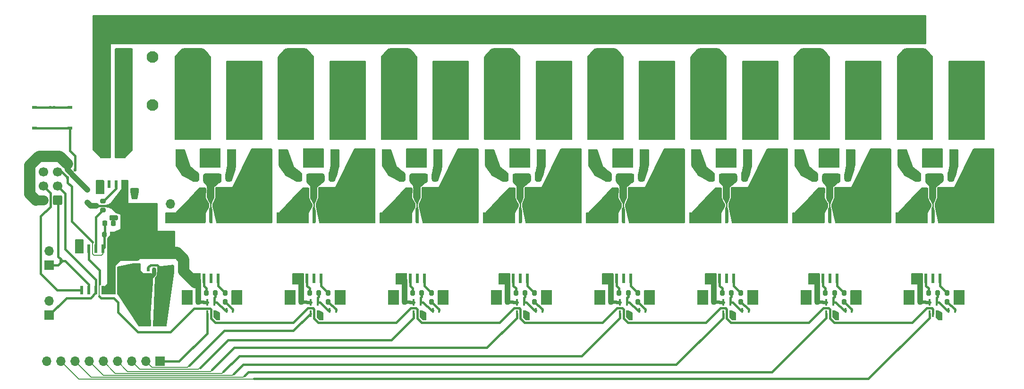
<source format=gtl>
G04 #@! TF.GenerationSoftware,KiCad,Pcbnew,8.0.5*
G04 #@! TF.CreationDate,2024-10-15T23:56:24-05:00*
G04 #@! TF.ProjectId,bidirectional_load_switch,62696469-7265-4637-9469-6f6e616c5f6c,rev?*
G04 #@! TF.SameCoordinates,Original*
G04 #@! TF.FileFunction,Copper,L1,Top*
G04 #@! TF.FilePolarity,Positive*
%FSLAX46Y46*%
G04 Gerber Fmt 4.6, Leading zero omitted, Abs format (unit mm)*
G04 Created by KiCad (PCBNEW 8.0.5) date 2024-10-15 23:56:24*
%MOMM*%
%LPD*%
G01*
G04 APERTURE LIST*
G04 Aperture macros list*
%AMRoundRect*
0 Rectangle with rounded corners*
0 $1 Rounding radius*
0 $2 $3 $4 $5 $6 $7 $8 $9 X,Y pos of 4 corners*
0 Add a 4 corners polygon primitive as box body*
4,1,4,$2,$3,$4,$5,$6,$7,$8,$9,$2,$3,0*
0 Add four circle primitives for the rounded corners*
1,1,$1+$1,$2,$3*
1,1,$1+$1,$4,$5*
1,1,$1+$1,$6,$7*
1,1,$1+$1,$8,$9*
0 Add four rect primitives between the rounded corners*
20,1,$1+$1,$2,$3,$4,$5,0*
20,1,$1+$1,$4,$5,$6,$7,0*
20,1,$1+$1,$6,$7,$8,$9,0*
20,1,$1+$1,$8,$9,$2,$3,0*%
G04 Aperture macros list end*
G04 #@! TA.AperFunction,SMDPad,CuDef*
%ADD10RoundRect,0.200000X0.200000X0.275000X-0.200000X0.275000X-0.200000X-0.275000X0.200000X-0.275000X0*%
G04 #@! TD*
G04 #@! TA.AperFunction,SMDPad,CuDef*
%ADD11R,1.500000X2.900000*%
G04 #@! TD*
G04 #@! TA.AperFunction,SMDPad,CuDef*
%ADD12R,6.300000X6.500000*%
G04 #@! TD*
G04 #@! TA.AperFunction,SMDPad,CuDef*
%ADD13R,0.558800X1.701800*%
G04 #@! TD*
G04 #@! TA.AperFunction,SMDPad,CuDef*
%ADD14R,0.355600X1.168400*%
G04 #@! TD*
G04 #@! TA.AperFunction,SMDPad,CuDef*
%ADD15RoundRect,0.250000X0.325000X0.650000X-0.325000X0.650000X-0.325000X-0.650000X0.325000X-0.650000X0*%
G04 #@! TD*
G04 #@! TA.AperFunction,SMDPad,CuDef*
%ADD16RoundRect,0.250000X-1.425000X0.362500X-1.425000X-0.362500X1.425000X-0.362500X1.425000X0.362500X0*%
G04 #@! TD*
G04 #@! TA.AperFunction,ComponentPad*
%ADD17R,1.700000X1.700000*%
G04 #@! TD*
G04 #@! TA.AperFunction,ComponentPad*
%ADD18O,1.700000X1.700000*%
G04 #@! TD*
G04 #@! TA.AperFunction,SMDPad,CuDef*
%ADD19RoundRect,0.225000X0.225000X0.250000X-0.225000X0.250000X-0.225000X-0.250000X0.225000X-0.250000X0*%
G04 #@! TD*
G04 #@! TA.AperFunction,SMDPad,CuDef*
%ADD20RoundRect,0.250000X-0.325000X-0.650000X0.325000X-0.650000X0.325000X0.650000X-0.325000X0.650000X0*%
G04 #@! TD*
G04 #@! TA.AperFunction,SMDPad,CuDef*
%ADD21R,0.457200X0.812800*%
G04 #@! TD*
G04 #@! TA.AperFunction,SMDPad,CuDef*
%ADD22RoundRect,0.200000X-0.275000X0.200000X-0.275000X-0.200000X0.275000X-0.200000X0.275000X0.200000X0*%
G04 #@! TD*
G04 #@! TA.AperFunction,SMDPad,CuDef*
%ADD23R,0.533400X1.574800*%
G04 #@! TD*
G04 #@! TA.AperFunction,SMDPad,CuDef*
%ADD24RoundRect,0.250000X-0.262500X-0.450000X0.262500X-0.450000X0.262500X0.450000X-0.262500X0.450000X0*%
G04 #@! TD*
G04 #@! TA.AperFunction,SMDPad,CuDef*
%ADD25RoundRect,0.200000X-0.200000X-0.275000X0.200000X-0.275000X0.200000X0.275000X-0.200000X0.275000X0*%
G04 #@! TD*
G04 #@! TA.AperFunction,SMDPad,CuDef*
%ADD26RoundRect,0.225000X-0.225000X-0.250000X0.225000X-0.250000X0.225000X0.250000X-0.225000X0.250000X0*%
G04 #@! TD*
G04 #@! TA.AperFunction,ComponentPad*
%ADD27RoundRect,0.250000X0.600000X0.600000X-0.600000X0.600000X-0.600000X-0.600000X0.600000X-0.600000X0*%
G04 #@! TD*
G04 #@! TA.AperFunction,ComponentPad*
%ADD28C,1.700000*%
G04 #@! TD*
G04 #@! TA.AperFunction,SMDPad,CuDef*
%ADD29RoundRect,0.250000X0.262500X0.450000X-0.262500X0.450000X-0.262500X-0.450000X0.262500X-0.450000X0*%
G04 #@! TD*
G04 #@! TA.AperFunction,SMDPad,CuDef*
%ADD30R,0.952500X0.558800*%
G04 #@! TD*
G04 #@! TA.AperFunction,SMDPad,CuDef*
%ADD31R,0.450800X1.111200*%
G04 #@! TD*
G04 #@! TA.AperFunction,SMDPad,CuDef*
%ADD32R,0.558800X1.460500*%
G04 #@! TD*
G04 #@! TA.AperFunction,SMDPad,CuDef*
%ADD33RoundRect,0.225000X-0.250000X0.225000X-0.250000X-0.225000X0.250000X-0.225000X0.250000X0.225000X0*%
G04 #@! TD*
G04 #@! TA.AperFunction,ComponentPad*
%ADD34C,2.100000*%
G04 #@! TD*
G04 #@! TA.AperFunction,SMDPad,CuDef*
%ADD35R,0.549999X0.800001*%
G04 #@! TD*
G04 #@! TA.AperFunction,SMDPad,CuDef*
%ADD36RoundRect,0.250000X-0.650000X0.325000X-0.650000X-0.325000X0.650000X-0.325000X0.650000X0.325000X0*%
G04 #@! TD*
G04 #@! TA.AperFunction,ViaPad*
%ADD37C,0.600000*%
G04 #@! TD*
G04 #@! TA.AperFunction,Conductor*
%ADD38C,0.400000*%
G04 #@! TD*
G04 #@! TA.AperFunction,Conductor*
%ADD39C,0.800000*%
G04 #@! TD*
G04 #@! TA.AperFunction,Conductor*
%ADD40C,0.600000*%
G04 #@! TD*
G04 #@! TA.AperFunction,Conductor*
%ADD41C,1.000000*%
G04 #@! TD*
G04 #@! TA.AperFunction,Conductor*
%ADD42C,2.000000*%
G04 #@! TD*
G04 #@! TA.AperFunction,Conductor*
%ADD43C,0.200000*%
G04 #@! TD*
G04 #@! TA.AperFunction,Conductor*
%ADD44C,1.800000*%
G04 #@! TD*
G04 APERTURE END LIST*
D10*
G04 #@! TO.P,R203,1*
G04 #@! TO.N,GND*
X100475000Y-111800000D03*
G04 #@! TO.P,R203,2*
G04 #@! TO.N,Net-(U203-CATHODE)*
X98825000Y-111800000D03*
G04 #@! TD*
D11*
G04 #@! TO.P,U205,1*
G04 #@! TO.N,Net-(R205-Pad2)*
X100014000Y-87450000D03*
D12*
G04 #@! TO.P,U205,2*
G04 #@! TO.N,Earth*
X102300000Y-80950000D03*
D11*
G04 #@! TO.P,U205,3*
G04 #@! TO.N,GNDPWR*
X104586000Y-87450000D03*
G04 #@! TD*
D10*
G04 #@! TO.P,R502,1*
G04 #@! TO.N,Net-(U501-Y)*
X152625000Y-111800000D03*
G04 #@! TO.P,R502,2*
G04 #@! TO.N,Net-(U503-ANODE)*
X150975000Y-111800000D03*
G04 #@! TD*
D13*
G04 #@! TO.P,U803,1,ANODE*
G04 #@! TO.N,Net-(U803-ANODE)*
X206030000Y-109184800D03*
G04 #@! TO.P,U803,2,NC*
G04 #@! TO.N,unconnected-(U803-NC-Pad2)*
X207300000Y-109184800D03*
G04 #@! TO.P,U803,3,CATHODE*
G04 #@! TO.N,Net-(U803-CATHODE)*
X208570000Y-109184800D03*
G04 #@! TO.P,U803,4,VEE*
G04 #@! TO.N,GNDPWR*
X208570000Y-98415200D03*
G04 #@! TO.P,U803,5,VOUT*
G04 #@! TO.N,Net-(U803-VOUT)*
X207300000Y-98415200D03*
G04 #@! TO.P,U803,6,VCC*
G04 #@! TO.N,15V_isolated*
X206030000Y-98415200D03*
G04 #@! TD*
D14*
G04 #@! TO.P,U901,1,A*
G04 #@! TO.N,PWM8_in*
X225150001Y-115541400D03*
G04 #@! TO.P,U901,2,B*
G04 #@! TO.N,~{fault}*
X225800000Y-115541400D03*
G04 #@! TO.P,U901,3,GND*
G04 #@! TO.N,GND*
X226449999Y-115541400D03*
G04 #@! TO.P,U901,4,Y*
G04 #@! TO.N,Net-(U901-Y)*
X226449999Y-113458600D03*
G04 #@! TO.P,U901,5,VCC*
G04 #@! TO.N,3V3*
X225150001Y-113458600D03*
G04 #@! TD*
D15*
G04 #@! TO.P,C102,1*
G04 #@! TO.N,5V*
X87275000Y-111800000D03*
G04 #@! TO.P,C102,2*
G04 #@! TO.N,GND*
X84325000Y-111800000D03*
G04 #@! TD*
D16*
G04 #@! TO.P,RS104,1*
G04 #@! TO.N,AC_post_sense*
X148550000Y-62837500D03*
G04 #@! TO.P,RS104,2*
G04 #@! TO.N,/Channel 4/RIN*
X148550000Y-68762500D03*
G04 #@! TD*
D17*
G04 #@! TO.P,J105,1,Pin_1*
G04 #@! TO.N,MISO{slash}fault_status*
X67300000Y-106800000D03*
D18*
G04 #@! TO.P,J105,2,Pin_2*
G04 #@! TO.N,GND*
X67300000Y-104260000D03*
G04 #@! TD*
D19*
G04 #@! TO.P,C701,1*
G04 #@! TO.N,3V3*
X186525000Y-113400000D03*
G04 #@! TO.P,C701,2*
G04 #@! TO.N,GND*
X184975000Y-113400000D03*
G04 #@! TD*
D20*
G04 #@! TO.P,C905,1*
G04 #@! TO.N,15V_isolated*
X224325000Y-93800000D03*
G04 #@! TO.P,C905,2*
G04 #@! TO.N,GNDPWR*
X227275000Y-93800000D03*
G04 #@! TD*
D11*
G04 #@! TO.P,U305,1*
G04 #@! TO.N,Net-(R305-Pad2)*
X118514000Y-87450000D03*
D12*
G04 #@! TO.P,U305,2*
G04 #@! TO.N,Earth*
X120800000Y-80950000D03*
D11*
G04 #@! TO.P,U305,3*
G04 #@! TO.N,GNDPWR*
X123086000Y-87450000D03*
G04 #@! TD*
D21*
G04 #@! TO.P,LED901,1*
G04 #@! TO.N,Net-(LED901-Pad1)*
X229721500Y-114950000D03*
G04 #@! TO.P,LED901,2*
G04 #@! TO.N,Net-(U901-Y)*
X228578500Y-114950000D03*
G04 #@! TD*
D11*
G04 #@! TO.P,U705,1*
G04 #@! TO.N,Net-(R705-Pad2)*
X192514000Y-87450000D03*
D12*
G04 #@! TO.P,U705,2*
G04 #@! TO.N,Earth*
X194800000Y-80950000D03*
D11*
G04 #@! TO.P,U705,3*
G04 #@! TO.N,GNDPWR*
X197086000Y-87450000D03*
G04 #@! TD*
D19*
G04 #@! TO.P,C301,1*
G04 #@! TO.N,3V3*
X112525000Y-113400000D03*
G04 #@! TO.P,C301,2*
G04 #@! TO.N,GND*
X110975000Y-113400000D03*
G04 #@! TD*
D22*
G04 #@! TO.P,R101,1*
G04 #@! TO.N,Net-(U101-VOUT)*
X76950000Y-95275000D03*
G04 #@! TO.P,R101,2*
G04 #@! TO.N,Net-(U103-PB3)*
X76950000Y-96925000D03*
G04 #@! TD*
D23*
G04 #@! TO.P,U103,1,PB5*
G04 #@! TO.N,~{MCU_RST}*
X76955000Y-103854300D03*
G04 #@! TO.P,U103,2,PB3*
G04 #@! TO.N,Net-(U103-PB3)*
X75685000Y-103854300D03*
G04 #@! TO.P,U103,3,PB4*
G04 #@! TO.N,~{fault}*
X74415000Y-103854300D03*
G04 #@! TO.P,U103,4,GND*
G04 #@! TO.N,GND*
X73145000Y-103854300D03*
G04 #@! TO.P,U103,5,PB0*
G04 #@! TO.N,MOSI*
X73145000Y-111245700D03*
G04 #@! TO.P,U103,6,PB1*
G04 #@! TO.N,MISO{slash}fault_status*
X74415000Y-111245700D03*
G04 #@! TO.P,U103,7,PB2*
G04 #@! TO.N,SCK{slash}~{fault_rst}*
X75685000Y-111245700D03*
G04 #@! TO.P,U103,8,VCC*
G04 #@! TO.N,3V3*
X76955000Y-111245700D03*
G04 #@! TD*
D24*
G04 #@! TO.P,R905,1*
G04 #@! TO.N,Net-(U903-VOUT)*
X227137500Y-91050000D03*
G04 #@! TO.P,R905,2*
G04 #@! TO.N,Net-(R905-Pad2)*
X228962500Y-91050000D03*
G04 #@! TD*
G04 #@! TO.P,R505,1*
G04 #@! TO.N,Net-(U503-VOUT)*
X153137500Y-91050000D03*
G04 #@! TO.P,R505,2*
G04 #@! TO.N,Net-(R505-Pad2)*
X154962500Y-91050000D03*
G04 #@! TD*
D25*
G04 #@! TO.P,R601,1*
G04 #@! TO.N,Net-(LED601-Pad1)*
X172825000Y-113400000D03*
G04 #@! TO.P,R601,2*
G04 #@! TO.N,GND*
X174475000Y-113400000D03*
G04 #@! TD*
D21*
G04 #@! TO.P,LED501,1*
G04 #@! TO.N,Net-(LED501-Pad1)*
X155721500Y-114950000D03*
G04 #@! TO.P,LED501,2*
G04 #@! TO.N,Net-(U501-Y)*
X154578500Y-114950000D03*
G04 #@! TD*
D26*
G04 #@! TO.P,C606,1*
G04 #@! TO.N,15V_isolated*
X169525000Y-96050000D03*
G04 #@! TO.P,C606,2*
G04 #@! TO.N,GNDPWR*
X171075000Y-96050000D03*
G04 #@! TD*
D24*
G04 #@! TO.P,R605,1*
G04 #@! TO.N,Net-(U603-VOUT)*
X171637500Y-91050000D03*
G04 #@! TO.P,R605,2*
G04 #@! TO.N,Net-(R605-Pad2)*
X173462500Y-91050000D03*
G04 #@! TD*
D25*
G04 #@! TO.P,R901,1*
G04 #@! TO.N,Net-(LED901-Pad1)*
X228325000Y-113400000D03*
G04 #@! TO.P,R901,2*
G04 #@! TO.N,GND*
X229975000Y-113400000D03*
G04 #@! TD*
D10*
G04 #@! TO.P,R702,1*
G04 #@! TO.N,Net-(U701-Y)*
X189625000Y-111800000D03*
G04 #@! TO.P,R702,2*
G04 #@! TO.N,Net-(U703-ANODE)*
X187975000Y-111800000D03*
G04 #@! TD*
D26*
G04 #@! TO.P,C906,1*
G04 #@! TO.N,15V_isolated*
X225025000Y-96050000D03*
G04 #@! TO.P,C906,2*
G04 #@! TO.N,GNDPWR*
X226575000Y-96050000D03*
G04 #@! TD*
D10*
G04 #@! TO.P,R902,1*
G04 #@! TO.N,Net-(U901-Y)*
X226625000Y-111800000D03*
G04 #@! TO.P,R902,2*
G04 #@! TO.N,Net-(U903-ANODE)*
X224975000Y-111800000D03*
G04 #@! TD*
D26*
G04 #@! TO.P,C506,1*
G04 #@! TO.N,15V_isolated*
X151025000Y-96050000D03*
G04 #@! TO.P,C506,2*
G04 #@! TO.N,GNDPWR*
X152575000Y-96050000D03*
G04 #@! TD*
D20*
G04 #@! TO.P,C705,1*
G04 #@! TO.N,15V_isolated*
X187325000Y-93800000D03*
G04 #@! TO.P,C705,2*
G04 #@! TO.N,GNDPWR*
X190275000Y-93800000D03*
G04 #@! TD*
D17*
G04 #@! TO.P,J102,1,Pin_1*
G04 #@! TO.N,GND*
X84550000Y-116550000D03*
D18*
G04 #@! TO.P,J102,2,Pin_2*
G04 #@! TO.N,5V*
X87090000Y-116550000D03*
G04 #@! TD*
D19*
G04 #@! TO.P,C401,1*
G04 #@! TO.N,3V3*
X131025000Y-113400000D03*
G04 #@! TO.P,C401,2*
G04 #@! TO.N,GND*
X129475000Y-113400000D03*
G04 #@! TD*
G04 #@! TO.P,C202,1*
G04 #@! TO.N,3V3*
X94025000Y-111800000D03*
G04 #@! TO.P,C202,2*
G04 #@! TO.N,GND*
X92475000Y-111800000D03*
G04 #@! TD*
D16*
G04 #@! TO.P,RS101,1*
G04 #@! TO.N,AC_post_sense*
X93050000Y-62837500D03*
G04 #@! TO.P,RS101,2*
G04 #@! TO.N,/Channel 1/RIN*
X93050000Y-68762500D03*
G04 #@! TD*
D10*
G04 #@! TO.P,R802,1*
G04 #@! TO.N,Net-(U801-Y)*
X208125000Y-111800000D03*
G04 #@! TO.P,R802,2*
G04 #@! TO.N,Net-(U803-ANODE)*
X206475000Y-111800000D03*
G04 #@! TD*
D20*
G04 #@! TO.P,C805,1*
G04 #@! TO.N,15V_isolated*
X205825000Y-93800000D03*
G04 #@! TO.P,C805,2*
G04 #@! TO.N,GNDPWR*
X208775000Y-93800000D03*
G04 #@! TD*
D24*
G04 #@! TO.P,R805,1*
G04 #@! TO.N,Net-(U803-VOUT)*
X208637500Y-91050000D03*
G04 #@! TO.P,R805,2*
G04 #@! TO.N,Net-(R805-Pad2)*
X210462500Y-91050000D03*
G04 #@! TD*
D11*
G04 #@! TO.P,U604,1*
G04 #@! TO.N,Net-(R604-Pad2)*
X164764000Y-87500000D03*
D12*
G04 #@! TO.P,U604,2*
G04 #@! TO.N,/Channel 5/RIN*
X167050000Y-81000000D03*
D11*
G04 #@! TO.P,U604,3*
G04 #@! TO.N,GNDPWR*
X169336000Y-87500000D03*
G04 #@! TD*
G04 #@! TO.P,U904,1*
G04 #@! TO.N,Net-(R904-Pad2)*
X220264000Y-87500000D03*
D12*
G04 #@! TO.P,U904,2*
G04 #@! TO.N,/Channel 8/RIN*
X222550000Y-81000000D03*
D11*
G04 #@! TO.P,U904,3*
G04 #@! TO.N,GNDPWR*
X224836000Y-87500000D03*
G04 #@! TD*
D24*
G04 #@! TO.P,R305,1*
G04 #@! TO.N,Net-(U303-VOUT)*
X116137500Y-91050000D03*
G04 #@! TO.P,R305,2*
G04 #@! TO.N,Net-(R305-Pad2)*
X117962500Y-91050000D03*
G04 #@! TD*
D27*
G04 #@! TO.P,J107,1,MISO*
G04 #@! TO.N,MISO{slash}fault_status*
X68802500Y-95095000D03*
D28*
G04 #@! TO.P,J107,2,VCC*
G04 #@! TO.N,Net-(J107-VCC)*
X66262500Y-95095000D03*
G04 #@! TO.P,J107,3,SCK*
G04 #@! TO.N,SCK{slash}~{fault_rst}*
X68802500Y-92555000D03*
G04 #@! TO.P,J107,4,MOSI*
G04 #@! TO.N,MOSI*
X66262500Y-92555000D03*
G04 #@! TO.P,J107,5,~{RST}*
G04 #@! TO.N,~{MCU_RST}*
X68802500Y-90015000D03*
G04 #@! TO.P,J107,6,GND*
G04 #@! TO.N,GND*
X66262500Y-90015000D03*
G04 #@! TD*
D25*
G04 #@! TO.P,R301,1*
G04 #@! TO.N,Net-(LED301-Pad1)*
X117325000Y-113400000D03*
G04 #@! TO.P,R301,2*
G04 #@! TO.N,GND*
X118975000Y-113400000D03*
G04 #@! TD*
D29*
G04 #@! TO.P,R804,1*
G04 #@! TO.N,Net-(U803-VOUT)*
X206462500Y-91050000D03*
G04 #@! TO.P,R804,2*
G04 #@! TO.N,Net-(R804-Pad2)*
X204637500Y-91050000D03*
G04 #@! TD*
D21*
G04 #@! TO.P,LED701,1*
G04 #@! TO.N,Net-(LED701-Pad1)*
X192721500Y-114950000D03*
G04 #@! TO.P,LED701,2*
G04 #@! TO.N,Net-(U701-Y)*
X191578500Y-114950000D03*
G04 #@! TD*
D13*
G04 #@! TO.P,U203,1,ANODE*
G04 #@! TO.N,Net-(U203-ANODE)*
X95030000Y-109184800D03*
G04 #@! TO.P,U203,2,NC*
G04 #@! TO.N,unconnected-(U203-NC-Pad2)*
X96300000Y-109184800D03*
G04 #@! TO.P,U203,3,CATHODE*
G04 #@! TO.N,Net-(U203-CATHODE)*
X97570000Y-109184800D03*
G04 #@! TO.P,U203,4,VEE*
G04 #@! TO.N,GNDPWR*
X97570000Y-98415200D03*
G04 #@! TO.P,U203,5,VOUT*
G04 #@! TO.N,Net-(U203-VOUT)*
X96300000Y-98415200D03*
G04 #@! TO.P,U203,6,VCC*
G04 #@! TO.N,15V_isolated*
X95030000Y-98415200D03*
G04 #@! TD*
D19*
G04 #@! TO.P,C902,1*
G04 #@! TO.N,3V3*
X223525000Y-111800000D03*
G04 #@! TO.P,C902,2*
G04 #@! TO.N,GND*
X221975000Y-111800000D03*
G04 #@! TD*
D13*
G04 #@! TO.P,U303,1,ANODE*
G04 #@! TO.N,Net-(U303-ANODE)*
X113530000Y-109184800D03*
G04 #@! TO.P,U303,2,NC*
G04 #@! TO.N,unconnected-(U303-NC-Pad2)*
X114800000Y-109184800D03*
G04 #@! TO.P,U303,3,CATHODE*
G04 #@! TO.N,Net-(U303-CATHODE)*
X116070000Y-109184800D03*
G04 #@! TO.P,U303,4,VEE*
G04 #@! TO.N,GNDPWR*
X116070000Y-98415200D03*
G04 #@! TO.P,U303,5,VOUT*
G04 #@! TO.N,Net-(U303-VOUT)*
X114800000Y-98415200D03*
G04 #@! TO.P,U303,6,VCC*
G04 #@! TO.N,15V_isolated*
X113530000Y-98415200D03*
G04 #@! TD*
D19*
G04 #@! TO.P,C502,1*
G04 #@! TO.N,3V3*
X149525000Y-111800000D03*
G04 #@! TO.P,C502,2*
G04 #@! TO.N,GND*
X147975000Y-111800000D03*
G04 #@! TD*
D25*
G04 #@! TO.P,R501,1*
G04 #@! TO.N,Net-(LED501-Pad1)*
X154325000Y-113400000D03*
G04 #@! TO.P,R501,2*
G04 #@! TO.N,GND*
X155975000Y-113400000D03*
G04 #@! TD*
D17*
G04 #@! TO.P,J106,1,Pin_1*
G04 #@! TO.N,SCK{slash}~{fault_rst}*
X67300000Y-115800000D03*
D18*
G04 #@! TO.P,J106,2,Pin_2*
G04 #@! TO.N,GND*
X67300000Y-113260000D03*
G04 #@! TD*
D29*
G04 #@! TO.P,R704,1*
G04 #@! TO.N,Net-(U703-VOUT)*
X187962500Y-91050000D03*
G04 #@! TO.P,R704,2*
G04 #@! TO.N,Net-(R704-Pad2)*
X186137500Y-91050000D03*
G04 #@! TD*
D13*
G04 #@! TO.P,U603,1,ANODE*
G04 #@! TO.N,Net-(U603-ANODE)*
X169030000Y-109184800D03*
G04 #@! TO.P,U603,2,NC*
G04 #@! TO.N,unconnected-(U603-NC-Pad2)*
X170300000Y-109184800D03*
G04 #@! TO.P,U603,3,CATHODE*
G04 #@! TO.N,Net-(U603-CATHODE)*
X171570000Y-109184800D03*
G04 #@! TO.P,U603,4,VEE*
G04 #@! TO.N,GNDPWR*
X171570000Y-98415200D03*
G04 #@! TO.P,U603,5,VOUT*
G04 #@! TO.N,Net-(U603-VOUT)*
X170300000Y-98415200D03*
G04 #@! TO.P,U603,6,VCC*
G04 #@! TO.N,15V_isolated*
X169030000Y-98415200D03*
G04 #@! TD*
D10*
G04 #@! TO.P,R102,1*
G04 #@! TO.N,3V3*
X78875000Y-101300000D03*
G04 #@! TO.P,R102,2*
G04 #@! TO.N,~{MCU_RST}*
X77225000Y-101300000D03*
G04 #@! TD*
G04 #@! TO.P,R803,1*
G04 #@! TO.N,GND*
X211475000Y-111800000D03*
G04 #@! TO.P,R803,2*
G04 #@! TO.N,Net-(U803-CATHODE)*
X209825000Y-111800000D03*
G04 #@! TD*
D30*
G04 #@! TO.P,SW101,1*
G04 #@! TO.N,GND*
X64618650Y-78445800D03*
G04 #@! TO.P,SW101,2*
X70981350Y-78445800D03*
G04 #@! TO.P,SW101,3*
G04 #@! TO.N,~{MCU_RST}*
X64618650Y-82154200D03*
G04 #@! TO.P,SW101,4*
X70981350Y-82154200D03*
G04 #@! TD*
D11*
G04 #@! TO.P,U504,1*
G04 #@! TO.N,Net-(R504-Pad2)*
X146264000Y-87500000D03*
D12*
G04 #@! TO.P,U504,2*
G04 #@! TO.N,/Channel 4/RIN*
X148550000Y-81000000D03*
D11*
G04 #@! TO.P,U504,3*
G04 #@! TO.N,GNDPWR*
X150836000Y-87500000D03*
G04 #@! TD*
D26*
G04 #@! TO.P,C706,1*
G04 #@! TO.N,15V_isolated*
X188025000Y-96050000D03*
G04 #@! TO.P,C706,2*
G04 #@! TO.N,GNDPWR*
X189575000Y-96050000D03*
G04 #@! TD*
D16*
G04 #@! TO.P,RS102,1*
G04 #@! TO.N,AC_post_sense*
X111550000Y-62837500D03*
G04 #@! TO.P,RS102,2*
G04 #@! TO.N,/Channel 2/RIN*
X111550000Y-68762500D03*
G04 #@! TD*
D25*
G04 #@! TO.P,R401,1*
G04 #@! TO.N,Net-(LED401-Pad1)*
X135825000Y-113400000D03*
G04 #@! TO.P,R401,2*
G04 #@! TO.N,GND*
X137475000Y-113400000D03*
G04 #@! TD*
D10*
G04 #@! TO.P,R602,1*
G04 #@! TO.N,Net-(U601-Y)*
X171125000Y-111800000D03*
G04 #@! TO.P,R602,2*
G04 #@! TO.N,Net-(U603-ANODE)*
X169475000Y-111800000D03*
G04 #@! TD*
D29*
G04 #@! TO.P,R404,1*
G04 #@! TO.N,Net-(U403-VOUT)*
X132462500Y-91050000D03*
G04 #@! TO.P,R404,2*
G04 #@! TO.N,Net-(R404-Pad2)*
X130637500Y-91050000D03*
G04 #@! TD*
D11*
G04 #@! TO.P,U405,1*
G04 #@! TO.N,Net-(R405-Pad2)*
X137014000Y-87450000D03*
D12*
G04 #@! TO.P,U405,2*
G04 #@! TO.N,Earth*
X139300000Y-80950000D03*
D11*
G04 #@! TO.P,U405,3*
G04 #@! TO.N,GNDPWR*
X141586000Y-87450000D03*
G04 #@! TD*
D16*
G04 #@! TO.P,RS106,1*
G04 #@! TO.N,AC_post_sense*
X185550000Y-62837500D03*
G04 #@! TO.P,RS106,2*
G04 #@! TO.N,/Channel 6/RIN*
X185550000Y-68762500D03*
G04 #@! TD*
D24*
G04 #@! TO.P,R705,1*
G04 #@! TO.N,Net-(U703-VOUT)*
X190137500Y-91050000D03*
G04 #@! TO.P,R705,2*
G04 #@! TO.N,Net-(R705-Pad2)*
X191962500Y-91050000D03*
G04 #@! TD*
D31*
G04 #@! TO.P,D102,1*
G04 #@! TO.N,3V3*
X74150000Y-95550000D03*
G04 #@! TO.P,D102,2*
G04 #@! TO.N,Net-(J107-VCC)*
X74150000Y-93250000D03*
G04 #@! TD*
D21*
G04 #@! TO.P,LED301,1*
G04 #@! TO.N,Net-(LED301-Pad1)*
X118721500Y-114950000D03*
G04 #@! TO.P,LED301,2*
G04 #@! TO.N,Net-(U301-Y)*
X117578500Y-114950000D03*
G04 #@! TD*
D10*
G04 #@! TO.P,R703,1*
G04 #@! TO.N,GND*
X192975000Y-111800000D03*
G04 #@! TO.P,R703,2*
G04 #@! TO.N,Net-(U703-CATHODE)*
X191325000Y-111800000D03*
G04 #@! TD*
G04 #@! TO.P,R903,1*
G04 #@! TO.N,GND*
X229975000Y-111800000D03*
G04 #@! TO.P,R903,2*
G04 #@! TO.N,Net-(U903-CATHODE)*
X228325000Y-111800000D03*
G04 #@! TD*
D13*
G04 #@! TO.P,U503,1,ANODE*
G04 #@! TO.N,Net-(U503-ANODE)*
X150530000Y-109184800D03*
G04 #@! TO.P,U503,2,NC*
G04 #@! TO.N,unconnected-(U503-NC-Pad2)*
X151800000Y-109184800D03*
G04 #@! TO.P,U503,3,CATHODE*
G04 #@! TO.N,Net-(U503-CATHODE)*
X153070000Y-109184800D03*
G04 #@! TO.P,U503,4,VEE*
G04 #@! TO.N,GNDPWR*
X153070000Y-98415200D03*
G04 #@! TO.P,U503,5,VOUT*
G04 #@! TO.N,Net-(U503-VOUT)*
X151800000Y-98415200D03*
G04 #@! TO.P,U503,6,VCC*
G04 #@! TO.N,15V_isolated*
X150530000Y-98415200D03*
G04 #@! TD*
D17*
G04 #@! TO.P,J104,1,Pin_1*
G04 #@! TO.N,15V_isolated*
X89050000Y-98300000D03*
D18*
G04 #@! TO.P,J104,2,Pin_2*
G04 #@! TO.N,GNDPWR*
X89050000Y-95760000D03*
G04 #@! TD*
D19*
G04 #@! TO.P,C501,1*
G04 #@! TO.N,3V3*
X149525000Y-113400000D03*
G04 #@! TO.P,C501,2*
G04 #@! TO.N,GND*
X147975000Y-113400000D03*
G04 #@! TD*
D11*
G04 #@! TO.P,U605,1*
G04 #@! TO.N,Net-(R605-Pad2)*
X174014000Y-87450000D03*
D12*
G04 #@! TO.P,U605,2*
G04 #@! TO.N,Earth*
X176300000Y-80950000D03*
D11*
G04 #@! TO.P,U605,3*
G04 #@! TO.N,GNDPWR*
X178586000Y-87450000D03*
G04 #@! TD*
D24*
G04 #@! TO.P,R205,1*
G04 #@! TO.N,Net-(U203-VOUT)*
X97637500Y-91050000D03*
G04 #@! TO.P,R205,2*
G04 #@! TO.N,Net-(R205-Pad2)*
X99462500Y-91050000D03*
G04 #@! TD*
D11*
G04 #@! TO.P,U404,1*
G04 #@! TO.N,Net-(R404-Pad2)*
X127764000Y-87500000D03*
D12*
G04 #@! TO.P,U404,2*
G04 #@! TO.N,/Channel 3/RIN*
X130050000Y-81000000D03*
D11*
G04 #@! TO.P,U404,3*
G04 #@! TO.N,GNDPWR*
X132336000Y-87500000D03*
G04 #@! TD*
D19*
G04 #@! TO.P,C402,1*
G04 #@! TO.N,3V3*
X131025000Y-111800000D03*
G04 #@! TO.P,C402,2*
G04 #@! TO.N,GND*
X129475000Y-111800000D03*
G04 #@! TD*
D32*
G04 #@! TO.P,U101,1,IN+*
G04 #@! TO.N,AC_in*
X80605000Y-86825850D03*
G04 #@! TO.P,U101,2,IN+*
X79335000Y-86825850D03*
G04 #@! TO.P,U101,3,IN-*
G04 #@! TO.N,AC_post_sense*
X78065000Y-86825850D03*
G04 #@! TO.P,U101,4,IN-*
X76795000Y-86825850D03*
G04 #@! TO.P,U101,5,GND*
G04 #@! TO.N,GND*
X76795000Y-92274150D03*
G04 #@! TO.P,U101,6,NC*
G04 #@! TO.N,unconnected-(U101-NC-Pad6)*
X78065000Y-92274150D03*
G04 #@! TO.P,U101,7,VOUT*
G04 #@! TO.N,Net-(U101-VOUT)*
X79335000Y-92274150D03*
G04 #@! TO.P,U101,8,VS*
G04 #@! TO.N,3V3*
X80605000Y-92274150D03*
G04 #@! TD*
D25*
G04 #@! TO.P,R201,1*
G04 #@! TO.N,Net-(LED201-Pad1)*
X98825000Y-113400000D03*
G04 #@! TO.P,R201,2*
G04 #@! TO.N,GND*
X100475000Y-113400000D03*
G04 #@! TD*
D33*
G04 #@! TO.P,C105,1*
G04 #@! TO.N,3V3*
X83050000Y-105525000D03*
G04 #@! TO.P,C105,2*
G04 #@! TO.N,GND*
X83050000Y-107075000D03*
G04 #@! TD*
D26*
G04 #@! TO.P,C806,1*
G04 #@! TO.N,15V_isolated*
X206525000Y-96050000D03*
G04 #@! TO.P,C806,2*
G04 #@! TO.N,GNDPWR*
X208075000Y-96050000D03*
G04 #@! TD*
D14*
G04 #@! TO.P,U601,1,A*
G04 #@! TO.N,PWM5_in*
X169650001Y-115541400D03*
G04 #@! TO.P,U601,2,B*
G04 #@! TO.N,~{fault}*
X170300000Y-115541400D03*
G04 #@! TO.P,U601,3,GND*
G04 #@! TO.N,GND*
X170949999Y-115541400D03*
G04 #@! TO.P,U601,4,Y*
G04 #@! TO.N,Net-(U601-Y)*
X170949999Y-113458600D03*
G04 #@! TO.P,U601,5,VCC*
G04 #@! TO.N,3V3*
X169650001Y-113458600D03*
G04 #@! TD*
D11*
G04 #@! TO.P,U704,1*
G04 #@! TO.N,Net-(R704-Pad2)*
X183264000Y-87500000D03*
D12*
G04 #@! TO.P,U704,2*
G04 #@! TO.N,/Channel 6/RIN*
X185550000Y-81000000D03*
D11*
G04 #@! TO.P,U704,3*
G04 #@! TO.N,GNDPWR*
X187836000Y-87500000D03*
G04 #@! TD*
D19*
G04 #@! TO.P,C602,1*
G04 #@! TO.N,3V3*
X168025000Y-111800000D03*
G04 #@! TO.P,C602,2*
G04 #@! TO.N,GND*
X166475000Y-111800000D03*
G04 #@! TD*
D24*
G04 #@! TO.P,R405,1*
G04 #@! TO.N,Net-(U403-VOUT)*
X134637500Y-91050000D03*
G04 #@! TO.P,R405,2*
G04 #@! TO.N,Net-(R405-Pad2)*
X136462500Y-91050000D03*
G04 #@! TD*
D26*
G04 #@! TO.P,C103,1*
G04 #@! TO.N,3V3*
X81025000Y-94450000D03*
G04 #@! TO.P,C103,2*
G04 #@! TO.N,GND*
X82575000Y-94450000D03*
G04 #@! TD*
D11*
G04 #@! TO.P,U905,1*
G04 #@! TO.N,Net-(R905-Pad2)*
X229514000Y-87450000D03*
D12*
G04 #@! TO.P,U905,2*
G04 #@! TO.N,Earth*
X231800000Y-80950000D03*
D11*
G04 #@! TO.P,U905,3*
G04 #@! TO.N,GNDPWR*
X234086000Y-87450000D03*
G04 #@! TD*
D29*
G04 #@! TO.P,R204,1*
G04 #@! TO.N,Net-(U203-VOUT)*
X95462500Y-91050000D03*
G04 #@! TO.P,R204,2*
G04 #@! TO.N,Net-(R204-Pad2)*
X93637500Y-91050000D03*
G04 #@! TD*
D13*
G04 #@! TO.P,U403,1,ANODE*
G04 #@! TO.N,Net-(U403-ANODE)*
X132030000Y-109184800D03*
G04 #@! TO.P,U403,2,NC*
G04 #@! TO.N,unconnected-(U403-NC-Pad2)*
X133300000Y-109184800D03*
G04 #@! TO.P,U403,3,CATHODE*
G04 #@! TO.N,Net-(U403-CATHODE)*
X134570000Y-109184800D03*
G04 #@! TO.P,U403,4,VEE*
G04 #@! TO.N,GNDPWR*
X134570000Y-98415200D03*
G04 #@! TO.P,U403,5,VOUT*
G04 #@! TO.N,Net-(U403-VOUT)*
X133300000Y-98415200D03*
G04 #@! TO.P,U403,6,VCC*
G04 #@! TO.N,15V_isolated*
X132030000Y-98415200D03*
G04 #@! TD*
D11*
G04 #@! TO.P,U804,1*
G04 #@! TO.N,Net-(R804-Pad2)*
X201764000Y-87500000D03*
D12*
G04 #@! TO.P,U804,2*
G04 #@! TO.N,/Channel 7/RIN*
X204050000Y-81000000D03*
D11*
G04 #@! TO.P,U804,3*
G04 #@! TO.N,GNDPWR*
X206336000Y-87500000D03*
G04 #@! TD*
D10*
G04 #@! TO.P,R603,1*
G04 #@! TO.N,GND*
X174475000Y-111800000D03*
G04 #@! TO.P,R603,2*
G04 #@! TO.N,Net-(U603-CATHODE)*
X172825000Y-111800000D03*
G04 #@! TD*
G04 #@! TO.P,R202,1*
G04 #@! TO.N,Net-(U201-Y)*
X97125000Y-111800000D03*
G04 #@! TO.P,R202,2*
G04 #@! TO.N,Net-(U203-ANODE)*
X95475000Y-111800000D03*
G04 #@! TD*
G04 #@! TO.P,R302,1*
G04 #@! TO.N,Net-(U301-Y)*
X115625000Y-111800000D03*
G04 #@! TO.P,R302,2*
G04 #@! TO.N,Net-(U303-ANODE)*
X113975000Y-111800000D03*
G04 #@! TD*
D13*
G04 #@! TO.P,U703,1,ANODE*
G04 #@! TO.N,Net-(U703-ANODE)*
X187530000Y-109184800D03*
G04 #@! TO.P,U703,2,NC*
G04 #@! TO.N,unconnected-(U703-NC-Pad2)*
X188800000Y-109184800D03*
G04 #@! TO.P,U703,3,CATHODE*
G04 #@! TO.N,Net-(U703-CATHODE)*
X190070000Y-109184800D03*
G04 #@! TO.P,U703,4,VEE*
G04 #@! TO.N,GNDPWR*
X190070000Y-98415200D03*
G04 #@! TO.P,U703,5,VOUT*
G04 #@! TO.N,Net-(U703-VOUT)*
X188800000Y-98415200D03*
G04 #@! TO.P,U703,6,VCC*
G04 #@! TO.N,15V_isolated*
X187530000Y-98415200D03*
G04 #@! TD*
D21*
G04 #@! TO.P,LED601,1*
G04 #@! TO.N,Net-(LED601-Pad1)*
X174221500Y-114950000D03*
G04 #@! TO.P,LED601,2*
G04 #@! TO.N,Net-(U601-Y)*
X173078500Y-114950000D03*
G04 #@! TD*
D19*
G04 #@! TO.P,C801,1*
G04 #@! TO.N,3V3*
X205025000Y-113400000D03*
G04 #@! TO.P,C801,2*
G04 #@! TO.N,GND*
X203475000Y-113400000D03*
G04 #@! TD*
D29*
G04 #@! TO.P,R604,1*
G04 #@! TO.N,Net-(U603-VOUT)*
X169462500Y-91050000D03*
G04 #@! TO.P,R604,2*
G04 #@! TO.N,Net-(R604-Pad2)*
X167637500Y-91050000D03*
G04 #@! TD*
D14*
G04 #@! TO.P,U301,1,A*
G04 #@! TO.N,PWM2_in*
X114150001Y-115541400D03*
G04 #@! TO.P,U301,2,B*
G04 #@! TO.N,~{fault}*
X114800000Y-115541400D03*
G04 #@! TO.P,U301,3,GND*
G04 #@! TO.N,GND*
X115449999Y-115541400D03*
G04 #@! TO.P,U301,4,Y*
G04 #@! TO.N,Net-(U301-Y)*
X115449999Y-113458600D03*
G04 #@! TO.P,U301,5,VCC*
G04 #@! TO.N,3V3*
X114150001Y-113458600D03*
G04 #@! TD*
D17*
G04 #@! TO.P,J103,1,Pin_1*
G04 #@! TO.N,PWM1_in*
X87180000Y-124100000D03*
D18*
G04 #@! TO.P,J103,2,Pin_2*
G04 #@! TO.N,PWM2_in*
X84640000Y-124100000D03*
G04 #@! TO.P,J103,3,Pin_3*
G04 #@! TO.N,PWM3_in*
X82100000Y-124100000D03*
G04 #@! TO.P,J103,4,Pin_4*
G04 #@! TO.N,PWM4_in*
X79560000Y-124100000D03*
G04 #@! TO.P,J103,5,Pin_5*
G04 #@! TO.N,PWM5_in*
X77020000Y-124100000D03*
G04 #@! TO.P,J103,6,Pin_6*
G04 #@! TO.N,PWM6_in*
X74480000Y-124100000D03*
G04 #@! TO.P,J103,7,Pin_7*
G04 #@! TO.N,PWM7_in*
X71940000Y-124100000D03*
G04 #@! TO.P,J103,8,Pin_8*
G04 #@! TO.N,PWM8_in*
X69400000Y-124100000D03*
G04 #@! TO.P,J103,9,Pin_9*
G04 #@! TO.N,GND*
X66860000Y-124100000D03*
G04 #@! TD*
D21*
G04 #@! TO.P,LED801,1*
G04 #@! TO.N,Net-(LED801-Pad1)*
X211221500Y-114950000D03*
G04 #@! TO.P,LED801,2*
G04 #@! TO.N,Net-(U801-Y)*
X210078500Y-114950000D03*
G04 #@! TD*
D25*
G04 #@! TO.P,R801,1*
G04 #@! TO.N,Net-(LED801-Pad1)*
X209825000Y-113400000D03*
G04 #@! TO.P,R801,2*
G04 #@! TO.N,GND*
X211475000Y-113400000D03*
G04 #@! TD*
D11*
G04 #@! TO.P,U204,1*
G04 #@! TO.N,Net-(R204-Pad2)*
X90764000Y-87500000D03*
D12*
G04 #@! TO.P,U204,2*
G04 #@! TO.N,/Channel 1/RIN*
X93050000Y-81000000D03*
D11*
G04 #@! TO.P,U204,3*
G04 #@! TO.N,GNDPWR*
X95336000Y-87500000D03*
G04 #@! TD*
D16*
G04 #@! TO.P,RS103,1*
G04 #@! TO.N,AC_post_sense*
X130050000Y-62837500D03*
G04 #@! TO.P,RS103,2*
G04 #@! TO.N,/Channel 3/RIN*
X130050000Y-68762500D03*
G04 #@! TD*
D10*
G04 #@! TO.P,R303,1*
G04 #@! TO.N,GND*
X118975000Y-111800000D03*
G04 #@! TO.P,R303,2*
G04 #@! TO.N,Net-(U303-CATHODE)*
X117325000Y-111800000D03*
G04 #@! TD*
D14*
G04 #@! TO.P,U201,1,A*
G04 #@! TO.N,PWM1_in*
X95650001Y-115541400D03*
G04 #@! TO.P,U201,2,B*
G04 #@! TO.N,~{fault}*
X96300000Y-115541400D03*
G04 #@! TO.P,U201,3,GND*
G04 #@! TO.N,GND*
X96949999Y-115541400D03*
G04 #@! TO.P,U201,4,Y*
G04 #@! TO.N,Net-(U201-Y)*
X96949999Y-113458600D03*
G04 #@! TO.P,U201,5,VCC*
G04 #@! TO.N,3V3*
X95650001Y-113458600D03*
G04 #@! TD*
D13*
G04 #@! TO.P,U903,1,ANODE*
G04 #@! TO.N,Net-(U903-ANODE)*
X224530000Y-109184800D03*
G04 #@! TO.P,U903,2,NC*
G04 #@! TO.N,unconnected-(U903-NC-Pad2)*
X225800000Y-109184800D03*
G04 #@! TO.P,U903,3,CATHODE*
G04 #@! TO.N,Net-(U903-CATHODE)*
X227070000Y-109184800D03*
G04 #@! TO.P,U903,4,VEE*
G04 #@! TO.N,GNDPWR*
X227070000Y-98415200D03*
G04 #@! TO.P,U903,5,VOUT*
G04 #@! TO.N,Net-(U903-VOUT)*
X225800000Y-98415200D03*
G04 #@! TO.P,U903,6,VCC*
G04 #@! TO.N,15V_isolated*
X224530000Y-98415200D03*
G04 #@! TD*
D25*
G04 #@! TO.P,R701,1*
G04 #@! TO.N,Net-(LED701-Pad1)*
X191325000Y-113400000D03*
G04 #@! TO.P,R701,2*
G04 #@! TO.N,GND*
X192975000Y-113400000D03*
G04 #@! TD*
D19*
G04 #@! TO.P,C802,1*
G04 #@! TO.N,3V3*
X205025000Y-111800000D03*
G04 #@! TO.P,C802,2*
G04 #@! TO.N,GND*
X203475000Y-111800000D03*
G04 #@! TD*
D34*
G04 #@! TO.P,J101,1_1,1_1*
G04 #@! TO.N,Earth*
X85840000Y-78037500D03*
G04 #@! TO.P,J101,1_2,1_2*
X85840000Y-69337500D03*
G04 #@! TO.P,J101,2_1,2_1*
G04 #@! TO.N,AC_in*
X80760000Y-78037500D03*
G04 #@! TO.P,J101,2_2,2_2*
X80760000Y-69337500D03*
G04 #@! TD*
D20*
G04 #@! TO.P,C505,1*
G04 #@! TO.N,15V_isolated*
X150325000Y-93800000D03*
G04 #@! TO.P,C505,2*
G04 #@! TO.N,GNDPWR*
X153275000Y-93800000D03*
G04 #@! TD*
D11*
G04 #@! TO.P,U805,1*
G04 #@! TO.N,Net-(R805-Pad2)*
X211014000Y-87450000D03*
D12*
G04 #@! TO.P,U805,2*
G04 #@! TO.N,Earth*
X213300000Y-80950000D03*
D11*
G04 #@! TO.P,U805,3*
G04 #@! TO.N,GNDPWR*
X215586000Y-87450000D03*
G04 #@! TD*
D20*
G04 #@! TO.P,C305,1*
G04 #@! TO.N,15V_isolated*
X113325000Y-93800000D03*
G04 #@! TO.P,C305,2*
G04 #@! TO.N,GNDPWR*
X116275000Y-93800000D03*
G04 #@! TD*
D14*
G04 #@! TO.P,U801,1,A*
G04 #@! TO.N,PWM7_in*
X206650001Y-115541400D03*
G04 #@! TO.P,U801,2,B*
G04 #@! TO.N,~{fault}*
X207300000Y-115541400D03*
G04 #@! TO.P,U801,3,GND*
G04 #@! TO.N,GND*
X207949999Y-115541400D03*
G04 #@! TO.P,U801,4,Y*
G04 #@! TO.N,Net-(U801-Y)*
X207949999Y-113458600D03*
G04 #@! TO.P,U801,5,VCC*
G04 #@! TO.N,3V3*
X206650001Y-113458600D03*
G04 #@! TD*
D19*
G04 #@! TO.P,C302,1*
G04 #@! TO.N,3V3*
X112525000Y-111800000D03*
G04 #@! TO.P,C302,2*
G04 #@! TO.N,GND*
X110975000Y-111800000D03*
G04 #@! TD*
D26*
G04 #@! TO.P,C107,1*
G04 #@! TO.N,~{MCU_RST}*
X77275000Y-99300000D03*
G04 #@! TO.P,C107,2*
G04 #@! TO.N,GND*
X78825000Y-99300000D03*
G04 #@! TD*
D35*
G04 #@! TO.P,U102,1,IN*
G04 #@! TO.N,5V*
X85100001Y-107550000D03*
G04 #@! TO.P,U102,2,GND*
G04 #@! TO.N,GND*
X86050002Y-107550000D03*
G04 #@! TO.P,U102,3,EN*
G04 #@! TO.N,5V*
X87000000Y-107550000D03*
G04 #@! TO.P,U102,4,NC*
G04 #@! TO.N,3V3*
X87000000Y-105000000D03*
G04 #@! TO.P,U102,5,OUT*
X85100001Y-105000000D03*
G04 #@! TD*
D14*
G04 #@! TO.P,U701,1,A*
G04 #@! TO.N,PWM6_in*
X188150001Y-115541400D03*
G04 #@! TO.P,U701,2,B*
G04 #@! TO.N,~{fault}*
X188800000Y-115541400D03*
G04 #@! TO.P,U701,3,GND*
G04 #@! TO.N,GND*
X189449999Y-115541400D03*
G04 #@! TO.P,U701,4,Y*
G04 #@! TO.N,Net-(U701-Y)*
X189449999Y-113458600D03*
G04 #@! TO.P,U701,5,VCC*
G04 #@! TO.N,3V3*
X188150001Y-113458600D03*
G04 #@! TD*
D10*
G04 #@! TO.P,R403,1*
G04 #@! TO.N,GND*
X137475000Y-111800000D03*
G04 #@! TO.P,R403,2*
G04 #@! TO.N,Net-(U403-CATHODE)*
X135825000Y-111800000D03*
G04 #@! TD*
D20*
G04 #@! TO.P,C405,1*
G04 #@! TO.N,15V_isolated*
X131825000Y-93800000D03*
G04 #@! TO.P,C405,2*
G04 #@! TO.N,GNDPWR*
X134775000Y-93800000D03*
G04 #@! TD*
D19*
G04 #@! TO.P,C101,1*
G04 #@! TO.N,5V*
X86825000Y-109300000D03*
G04 #@! TO.P,C101,2*
G04 #@! TO.N,GND*
X85275000Y-109300000D03*
G04 #@! TD*
G04 #@! TO.P,C901,1*
G04 #@! TO.N,3V3*
X223525000Y-113400000D03*
G04 #@! TO.P,C901,2*
G04 #@! TO.N,GND*
X221975000Y-113400000D03*
G04 #@! TD*
G04 #@! TO.P,C601,1*
G04 #@! TO.N,3V3*
X168025000Y-113400000D03*
G04 #@! TO.P,C601,2*
G04 #@! TO.N,GND*
X166475000Y-113400000D03*
G04 #@! TD*
D14*
G04 #@! TO.P,U501,1,A*
G04 #@! TO.N,PWM4_in*
X151150001Y-115541400D03*
G04 #@! TO.P,U501,2,B*
G04 #@! TO.N,~{fault}*
X151800000Y-115541400D03*
G04 #@! TO.P,U501,3,GND*
G04 #@! TO.N,GND*
X152449999Y-115541400D03*
G04 #@! TO.P,U501,4,Y*
G04 #@! TO.N,Net-(U501-Y)*
X152449999Y-113458600D03*
G04 #@! TO.P,U501,5,VCC*
G04 #@! TO.N,3V3*
X151150001Y-113458600D03*
G04 #@! TD*
D20*
G04 #@! TO.P,C205,1*
G04 #@! TO.N,15V_isolated*
X94825000Y-93800000D03*
G04 #@! TO.P,C205,2*
G04 #@! TO.N,GNDPWR*
X97775000Y-93800000D03*
G04 #@! TD*
D10*
G04 #@! TO.P,R503,1*
G04 #@! TO.N,GND*
X155975000Y-111800000D03*
G04 #@! TO.P,R503,2*
G04 #@! TO.N,Net-(U503-CATHODE)*
X154325000Y-111800000D03*
G04 #@! TD*
D29*
G04 #@! TO.P,R904,1*
G04 #@! TO.N,Net-(U903-VOUT)*
X224962500Y-91050000D03*
G04 #@! TO.P,R904,2*
G04 #@! TO.N,Net-(R904-Pad2)*
X223137500Y-91050000D03*
G04 #@! TD*
D31*
G04 #@! TO.P,D101,1*
G04 #@! TO.N,5V*
X89300000Y-107450000D03*
G04 #@! TO.P,D101,2*
G04 #@! TO.N,3V3*
X89300000Y-105150000D03*
G04 #@! TD*
D20*
G04 #@! TO.P,C605,1*
G04 #@! TO.N,15V_isolated*
X168825000Y-93800000D03*
G04 #@! TO.P,C605,2*
G04 #@! TO.N,GNDPWR*
X171775000Y-93800000D03*
G04 #@! TD*
D16*
G04 #@! TO.P,RS105,1*
G04 #@! TO.N,AC_post_sense*
X167050000Y-62837500D03*
G04 #@! TO.P,RS105,2*
G04 #@! TO.N,/Channel 5/RIN*
X167050000Y-68762500D03*
G04 #@! TD*
D10*
G04 #@! TO.P,R402,1*
G04 #@! TO.N,Net-(U401-Y)*
X134125000Y-111800000D03*
G04 #@! TO.P,R402,2*
G04 #@! TO.N,Net-(U403-ANODE)*
X132475000Y-111800000D03*
G04 #@! TD*
D11*
G04 #@! TO.P,U505,1*
G04 #@! TO.N,Net-(R505-Pad2)*
X155514000Y-87450000D03*
D12*
G04 #@! TO.P,U505,2*
G04 #@! TO.N,Earth*
X157800000Y-80950000D03*
D11*
G04 #@! TO.P,U505,3*
G04 #@! TO.N,GNDPWR*
X160086000Y-87450000D03*
G04 #@! TD*
D36*
G04 #@! TO.P,C104,1*
G04 #@! TO.N,3V3*
X80550000Y-104825000D03*
G04 #@! TO.P,C104,2*
G04 #@! TO.N,GND*
X80550000Y-107775000D03*
G04 #@! TD*
D21*
G04 #@! TO.P,LED401,1*
G04 #@! TO.N,Net-(LED401-Pad1)*
X137221500Y-114950000D03*
G04 #@! TO.P,LED401,2*
G04 #@! TO.N,Net-(U401-Y)*
X136078500Y-114950000D03*
G04 #@! TD*
D16*
G04 #@! TO.P,RS107,1*
G04 #@! TO.N,AC_post_sense*
X204050000Y-62837500D03*
G04 #@! TO.P,RS107,2*
G04 #@! TO.N,/Channel 7/RIN*
X204050000Y-68762500D03*
G04 #@! TD*
D19*
G04 #@! TO.P,C201,1*
G04 #@! TO.N,3V3*
X94025000Y-113400000D03*
G04 #@! TO.P,C201,2*
G04 #@! TO.N,GND*
X92475000Y-113400000D03*
G04 #@! TD*
D29*
G04 #@! TO.P,R504,1*
G04 #@! TO.N,Net-(U503-VOUT)*
X150962500Y-91050000D03*
G04 #@! TO.P,R504,2*
G04 #@! TO.N,Net-(R504-Pad2)*
X149137500Y-91050000D03*
G04 #@! TD*
D26*
G04 #@! TO.P,C206,1*
G04 #@! TO.N,15V_isolated*
X95525000Y-96050000D03*
G04 #@! TO.P,C206,2*
G04 #@! TO.N,GNDPWR*
X97075000Y-96050000D03*
G04 #@! TD*
D11*
G04 #@! TO.P,U304,1*
G04 #@! TO.N,Net-(R304-Pad2)*
X109264000Y-87500000D03*
D12*
G04 #@! TO.P,U304,2*
G04 #@! TO.N,/Channel 2/RIN*
X111550000Y-81000000D03*
D11*
G04 #@! TO.P,U304,3*
G04 #@! TO.N,GNDPWR*
X113836000Y-87500000D03*
G04 #@! TD*
D14*
G04 #@! TO.P,U401,1,A*
G04 #@! TO.N,PWM3_in*
X132650001Y-115541400D03*
G04 #@! TO.P,U401,2,B*
G04 #@! TO.N,~{fault}*
X133300000Y-115541400D03*
G04 #@! TO.P,U401,3,GND*
G04 #@! TO.N,GND*
X133949999Y-115541400D03*
G04 #@! TO.P,U401,4,Y*
G04 #@! TO.N,Net-(U401-Y)*
X133949999Y-113458600D03*
G04 #@! TO.P,U401,5,VCC*
G04 #@! TO.N,3V3*
X132650001Y-113458600D03*
G04 #@! TD*
D16*
G04 #@! TO.P,RS108,1*
G04 #@! TO.N,AC_post_sense*
X222550000Y-62837500D03*
G04 #@! TO.P,RS108,2*
G04 #@! TO.N,/Channel 8/RIN*
X222550000Y-68762500D03*
G04 #@! TD*
D19*
G04 #@! TO.P,C702,1*
G04 #@! TO.N,3V3*
X186525000Y-111800000D03*
G04 #@! TO.P,C702,2*
G04 #@! TO.N,GND*
X184975000Y-111800000D03*
G04 #@! TD*
D26*
G04 #@! TO.P,C406,1*
G04 #@! TO.N,15V_isolated*
X132525000Y-96050000D03*
G04 #@! TO.P,C406,2*
G04 #@! TO.N,GNDPWR*
X134075000Y-96050000D03*
G04 #@! TD*
D29*
G04 #@! TO.P,R304,1*
G04 #@! TO.N,Net-(U303-VOUT)*
X113962500Y-91050000D03*
G04 #@! TO.P,R304,2*
G04 #@! TO.N,Net-(R304-Pad2)*
X112137500Y-91050000D03*
G04 #@! TD*
D21*
G04 #@! TO.P,LED201,1*
G04 #@! TO.N,Net-(LED201-Pad1)*
X100221500Y-114950000D03*
G04 #@! TO.P,LED201,2*
G04 #@! TO.N,Net-(U201-Y)*
X99078500Y-114950000D03*
G04 #@! TD*
D26*
G04 #@! TO.P,C106,1*
G04 #@! TO.N,3V3*
X78625000Y-111450000D03*
G04 #@! TO.P,C106,2*
G04 #@! TO.N,GND*
X80175000Y-111450000D03*
G04 #@! TD*
G04 #@! TO.P,C306,1*
G04 #@! TO.N,15V_isolated*
X114025000Y-96050000D03*
G04 #@! TO.P,C306,2*
G04 #@! TO.N,GNDPWR*
X115575000Y-96050000D03*
G04 #@! TD*
D37*
G04 #@! TO.N,GND*
X82141600Y-109141600D03*
X80241600Y-109141600D03*
X157050000Y-113550000D03*
X128450000Y-111650000D03*
X120050000Y-112250000D03*
X220950000Y-113600000D03*
X82950000Y-93350000D03*
X194050000Y-113550000D03*
X79200000Y-98250000D03*
X202450000Y-112300000D03*
X208600000Y-116300000D03*
X194050000Y-112250000D03*
X220950000Y-112300000D03*
X212550000Y-113550000D03*
X97600000Y-115600000D03*
X101550000Y-113550000D03*
X84041600Y-114741600D03*
X81200000Y-111950000D03*
X81200000Y-113350000D03*
X83091600Y-109141600D03*
X231050000Y-113550000D03*
X157050000Y-111600000D03*
X83091600Y-111941600D03*
X153100000Y-116300000D03*
X175550000Y-113550000D03*
X84991600Y-114741600D03*
X109950000Y-112950000D03*
X83091600Y-114741600D03*
X76050000Y-92900000D03*
X138550000Y-112250000D03*
X194050000Y-111600000D03*
X120050000Y-113550000D03*
X91450000Y-112300000D03*
X175550000Y-112900000D03*
X101550000Y-112900000D03*
X83091600Y-110541600D03*
X101550000Y-111600000D03*
X171600000Y-116300000D03*
X183950000Y-112300000D03*
X231050000Y-112250000D03*
X138550000Y-113550000D03*
X82141600Y-113341600D03*
X157050000Y-112900000D03*
X109950000Y-113600000D03*
X175550000Y-112250000D03*
X183950000Y-113600000D03*
X146950000Y-112950000D03*
X165450000Y-113600000D03*
X82150000Y-114750000D03*
X116100000Y-115600000D03*
X109950000Y-112300000D03*
X212550000Y-112250000D03*
X73100000Y-102550000D03*
X76050000Y-92150000D03*
X190100000Y-116300000D03*
X128450000Y-112300000D03*
X128450000Y-112950000D03*
X202450000Y-112950000D03*
X165450000Y-112300000D03*
X212550000Y-112900000D03*
X190100000Y-115600000D03*
X101550000Y-112250000D03*
X83091600Y-113341600D03*
X165450000Y-111650000D03*
X84041600Y-109141600D03*
X146950000Y-111650000D03*
X175550000Y-111600000D03*
X183950000Y-112950000D03*
X82250000Y-93350000D03*
X134600000Y-116300000D03*
X91450000Y-112950000D03*
X202450000Y-113600000D03*
X81191600Y-109141600D03*
X146950000Y-112300000D03*
X208600000Y-115600000D03*
X82141600Y-110541600D03*
X109950000Y-111650000D03*
X76050000Y-93650000D03*
X76800000Y-93650000D03*
X227100000Y-115600000D03*
X91450000Y-113600000D03*
X81191600Y-110541600D03*
X212550000Y-111600000D03*
X202450000Y-111650000D03*
X231050000Y-111600000D03*
X153100000Y-115600000D03*
X120050000Y-112900000D03*
X120050000Y-111600000D03*
X134600000Y-115600000D03*
X68254003Y-78445800D03*
X165450000Y-112950000D03*
X84041600Y-113341600D03*
X78500000Y-98250000D03*
X171600000Y-115600000D03*
X82141600Y-111941600D03*
X91450000Y-111650000D03*
X72350000Y-103300000D03*
X227100000Y-116300000D03*
X157050000Y-112250000D03*
X183950000Y-111650000D03*
X138550000Y-112900000D03*
X146950000Y-113600000D03*
X72350000Y-102550000D03*
X72350000Y-104050000D03*
X138550000Y-111600000D03*
X231050000Y-112900000D03*
X128450000Y-113600000D03*
X194050000Y-112900000D03*
X67550000Y-78445800D03*
X97600000Y-116300000D03*
X116100000Y-116300000D03*
X220950000Y-111650000D03*
X220950000Y-112950000D03*
X84991600Y-113341600D03*
G04 #@! TO.N,3V3*
X223600000Y-109250000D03*
X222300000Y-109250000D03*
X222950000Y-109900000D03*
X166800000Y-108600000D03*
X205100000Y-109250000D03*
X203800000Y-109900000D03*
X222300000Y-108600000D03*
X130450000Y-109900000D03*
X168100000Y-109250000D03*
X130450000Y-109250000D03*
X205100000Y-109900000D03*
X131100000Y-108600000D03*
X94100000Y-108600000D03*
X186600000Y-109900000D03*
X112600000Y-109900000D03*
X223600000Y-108600000D03*
X203800000Y-109250000D03*
X111950000Y-108600000D03*
X148300000Y-109900000D03*
X203800000Y-108600000D03*
X148300000Y-109250000D03*
X148950000Y-108600000D03*
X166800000Y-109900000D03*
X93450000Y-108600000D03*
X186600000Y-108600000D03*
X111300000Y-108600000D03*
X222950000Y-108600000D03*
X185950000Y-109900000D03*
X185300000Y-108600000D03*
X93450000Y-109250000D03*
X185300000Y-109250000D03*
X167450000Y-109900000D03*
X111300000Y-109250000D03*
X204450000Y-109900000D03*
X167450000Y-108600000D03*
X168100000Y-108600000D03*
X167450000Y-109250000D03*
X185950000Y-109250000D03*
X92800000Y-109900000D03*
X166800000Y-109250000D03*
X129800000Y-108600000D03*
X94100000Y-109250000D03*
X204450000Y-108600000D03*
X112600000Y-109250000D03*
X149600000Y-109900000D03*
X223600000Y-109900000D03*
X204450000Y-109250000D03*
X222950000Y-109250000D03*
X131100000Y-109900000D03*
X222300000Y-109900000D03*
X148300000Y-108600000D03*
X130450000Y-108600000D03*
X111950000Y-109250000D03*
X185300000Y-109900000D03*
X148950000Y-109900000D03*
X111300000Y-109900000D03*
X112600000Y-108600000D03*
X111950000Y-109900000D03*
X94100000Y-109900000D03*
X205100000Y-108600000D03*
X131100000Y-109250000D03*
X129800000Y-109250000D03*
X186600000Y-109250000D03*
X149600000Y-108600000D03*
X168100000Y-109900000D03*
X92800000Y-109250000D03*
X148950000Y-109250000D03*
X93450000Y-109900000D03*
X185950000Y-108600000D03*
X129800000Y-109900000D03*
X92800000Y-108600000D03*
X149600000Y-109250000D03*
G04 #@! TO.N,GNDPWR*
X157500000Y-91800000D03*
X116000000Y-87200000D03*
X234400000Y-94800000D03*
X189250000Y-86450000D03*
X156200000Y-96300000D03*
X173300000Y-96300000D03*
X180250000Y-87300000D03*
X117800000Y-94800000D03*
X233050000Y-90300000D03*
X159050000Y-91800000D03*
X143300000Y-91800000D03*
X141900000Y-93300000D03*
X106300000Y-88800000D03*
X235900000Y-96300000D03*
X161800000Y-94800000D03*
X177550000Y-91800000D03*
X198800000Y-91800000D03*
X178950000Y-91800000D03*
X103500000Y-93300000D03*
X141950000Y-91800000D03*
X170750000Y-87200000D03*
X177500000Y-93300000D03*
X217300000Y-90300000D03*
X123450000Y-90300000D03*
X96750000Y-88700000D03*
X178950000Y-90300000D03*
X210300000Y-96300000D03*
X213100000Y-94800000D03*
X190000000Y-86450000D03*
X133750000Y-86450000D03*
X196000000Y-94800000D03*
X143300000Y-90300000D03*
X116000000Y-86450000D03*
X196000000Y-93300000D03*
X231500000Y-91800000D03*
X117800000Y-96300000D03*
X137700000Y-94800000D03*
X103500000Y-94800000D03*
X161800000Y-93300000D03*
X106300000Y-96300000D03*
X194600000Y-94800000D03*
X136300000Y-94800000D03*
X235900000Y-91800000D03*
X160400000Y-94800000D03*
X139100000Y-93300000D03*
X106300000Y-91800000D03*
X124800000Y-94800000D03*
X176850000Y-88900000D03*
X97500000Y-87200000D03*
X143300000Y-93300000D03*
X143300000Y-87300000D03*
X120500000Y-91800000D03*
X227000000Y-87950000D03*
X234450000Y-91800000D03*
X235900000Y-93300000D03*
X217300000Y-93300000D03*
X96750000Y-87950000D03*
X189250000Y-87200000D03*
X196000000Y-96300000D03*
X197400000Y-96300000D03*
X154800000Y-93300000D03*
X171500000Y-88700000D03*
X137700000Y-96300000D03*
X122000000Y-93300000D03*
X231550000Y-90300000D03*
X173300000Y-93300000D03*
X157600000Y-96300000D03*
X176000000Y-91800000D03*
X102100000Y-96300000D03*
X99300000Y-96300000D03*
X198800000Y-96300000D03*
X152250000Y-87200000D03*
X195350000Y-88900000D03*
X140500000Y-94800000D03*
X178900000Y-96300000D03*
X123400000Y-93300000D03*
X173300000Y-94800000D03*
X191800000Y-96300000D03*
X156200000Y-93300000D03*
X124800000Y-90300000D03*
X213050000Y-90300000D03*
X215900000Y-96300000D03*
X174700000Y-96300000D03*
X120600000Y-94800000D03*
X104900000Y-96300000D03*
X157550000Y-90300000D03*
X228800000Y-93300000D03*
X122050000Y-90300000D03*
X171500000Y-87200000D03*
X124800000Y-88800000D03*
X207750000Y-88700000D03*
X119200000Y-93300000D03*
X158350000Y-88900000D03*
X234400000Y-93300000D03*
X122000000Y-94800000D03*
X140500000Y-93300000D03*
X230200000Y-93300000D03*
X117800000Y-93300000D03*
X120550000Y-90300000D03*
X226250000Y-88700000D03*
X171500000Y-87950000D03*
X115250000Y-87950000D03*
X208500000Y-87200000D03*
X180250000Y-94800000D03*
X133750000Y-87200000D03*
X191800000Y-94800000D03*
X213850000Y-88900000D03*
X190000000Y-87200000D03*
X120600000Y-93300000D03*
X226250000Y-87950000D03*
X227000000Y-86450000D03*
X102100000Y-93300000D03*
X214500000Y-96300000D03*
X115250000Y-88700000D03*
X122000000Y-96300000D03*
X122050000Y-91800000D03*
X198800000Y-90300000D03*
X133750000Y-87950000D03*
X104950000Y-90300000D03*
X139100000Y-96300000D03*
X170750000Y-86450000D03*
X119200000Y-94800000D03*
X154800000Y-96300000D03*
X140550000Y-91800000D03*
X161800000Y-91800000D03*
X116000000Y-87950000D03*
X208500000Y-88700000D03*
X177550000Y-90300000D03*
X160450000Y-91800000D03*
X100700000Y-96300000D03*
X207750000Y-87950000D03*
X154800000Y-94800000D03*
X194600000Y-93300000D03*
X104950000Y-91800000D03*
X190000000Y-88700000D03*
X213100000Y-93300000D03*
X124800000Y-87300000D03*
X228800000Y-94800000D03*
X194500000Y-91800000D03*
X215900000Y-94800000D03*
X235900000Y-87300000D03*
X106300000Y-93300000D03*
X196050000Y-91800000D03*
X134500000Y-86450000D03*
X161800000Y-87300000D03*
X207750000Y-87200000D03*
X210300000Y-94800000D03*
X214500000Y-93300000D03*
X160400000Y-96300000D03*
X213100000Y-96300000D03*
X120600000Y-96300000D03*
X226250000Y-86450000D03*
X143300000Y-96300000D03*
X180250000Y-88800000D03*
X159000000Y-96300000D03*
X207750000Y-86450000D03*
X176100000Y-94800000D03*
X134500000Y-88700000D03*
X232350000Y-88900000D03*
X136300000Y-96300000D03*
X139850000Y-88900000D03*
X124800000Y-96300000D03*
X170750000Y-87950000D03*
X153000000Y-87950000D03*
X217300000Y-94800000D03*
X161800000Y-96300000D03*
X174700000Y-94800000D03*
X153000000Y-86450000D03*
X133750000Y-88700000D03*
X106300000Y-94800000D03*
X227000000Y-88700000D03*
X152250000Y-86450000D03*
X193200000Y-93300000D03*
X159050000Y-90300000D03*
X124800000Y-93300000D03*
X197400000Y-94800000D03*
X226250000Y-87200000D03*
X99300000Y-94800000D03*
X100700000Y-94800000D03*
X123400000Y-94800000D03*
X156200000Y-94800000D03*
X97500000Y-88700000D03*
X189250000Y-88700000D03*
X153000000Y-88700000D03*
X211700000Y-93300000D03*
X233000000Y-96300000D03*
X217300000Y-91800000D03*
X176100000Y-96300000D03*
X194600000Y-96300000D03*
X141950000Y-90300000D03*
X140550000Y-90300000D03*
X103550000Y-91800000D03*
X197450000Y-91800000D03*
X159000000Y-94800000D03*
X177500000Y-94800000D03*
X198800000Y-93300000D03*
X217300000Y-88800000D03*
X141900000Y-94800000D03*
X214500000Y-94800000D03*
X116000000Y-88700000D03*
X121350000Y-88900000D03*
X235900000Y-88800000D03*
X103550000Y-90300000D03*
X157600000Y-94800000D03*
X124800000Y-91800000D03*
X208500000Y-87950000D03*
X231600000Y-96300000D03*
X233000000Y-94800000D03*
X96750000Y-86450000D03*
X217300000Y-87300000D03*
X235900000Y-94800000D03*
X176050000Y-90300000D03*
X235900000Y-90300000D03*
X214550000Y-91800000D03*
X191800000Y-93300000D03*
X161800000Y-88800000D03*
X102850000Y-88900000D03*
X143300000Y-88800000D03*
X140500000Y-96300000D03*
X213000000Y-91800000D03*
X193200000Y-94800000D03*
X180250000Y-91800000D03*
X115250000Y-87200000D03*
X178900000Y-93300000D03*
X177500000Y-96300000D03*
X99300000Y-93300000D03*
X231600000Y-94800000D03*
X210300000Y-93300000D03*
X152250000Y-87950000D03*
X137700000Y-93300000D03*
X198800000Y-94800000D03*
X100700000Y-93300000D03*
X134500000Y-87200000D03*
X97500000Y-87950000D03*
X136300000Y-93300000D03*
X134500000Y-87950000D03*
X139100000Y-94800000D03*
X234450000Y-90300000D03*
X228800000Y-96300000D03*
X176100000Y-93300000D03*
X196050000Y-90300000D03*
X211700000Y-96300000D03*
X160400000Y-93300000D03*
X152250000Y-88700000D03*
X123400000Y-96300000D03*
X139000000Y-91800000D03*
X208500000Y-86450000D03*
X198800000Y-88800000D03*
X160450000Y-90300000D03*
X102050000Y-90300000D03*
X123450000Y-91800000D03*
X161800000Y-90300000D03*
X104900000Y-94800000D03*
X193200000Y-96300000D03*
X197400000Y-93300000D03*
X97500000Y-86450000D03*
X115250000Y-86450000D03*
X234400000Y-96300000D03*
X180250000Y-93300000D03*
X233050000Y-91800000D03*
X231600000Y-93300000D03*
X139050000Y-90300000D03*
X157600000Y-93300000D03*
X143300000Y-94800000D03*
X215950000Y-90300000D03*
X153000000Y-87200000D03*
X180250000Y-96300000D03*
X211700000Y-94800000D03*
X214550000Y-90300000D03*
X106300000Y-90300000D03*
X102000000Y-91800000D03*
X119200000Y-96300000D03*
X159000000Y-93300000D03*
X178900000Y-94800000D03*
X215950000Y-91800000D03*
X230200000Y-94800000D03*
X190000000Y-87950000D03*
X180250000Y-90300000D03*
X102100000Y-94800000D03*
X174700000Y-93300000D03*
X96750000Y-87200000D03*
X194550000Y-90300000D03*
X141900000Y-96300000D03*
X171500000Y-86450000D03*
X104900000Y-93300000D03*
X106300000Y-87300000D03*
X215900000Y-93300000D03*
X233000000Y-93300000D03*
X198800000Y-87300000D03*
X189250000Y-87950000D03*
X217300000Y-96300000D03*
X103500000Y-96300000D03*
X170750000Y-88700000D03*
X230200000Y-96300000D03*
X227000000Y-87200000D03*
X197450000Y-90300000D03*
G04 #@! TO.N,15V_isolated*
X129250000Y-97900000D03*
X223450000Y-98750000D03*
X112450000Y-98750000D03*
X185600000Y-97900000D03*
X90550000Y-97900000D03*
X202400000Y-97900000D03*
X149450000Y-97900000D03*
X220050000Y-98750000D03*
X91400000Y-98750000D03*
X130950000Y-97900000D03*
X220900000Y-97900000D03*
X204100000Y-98750000D03*
X166250000Y-98750000D03*
X223450000Y-97900000D03*
X129250000Y-98750000D03*
X201550000Y-97900000D03*
X90550000Y-98750000D03*
X128400000Y-97900000D03*
X220900000Y-98750000D03*
X166250000Y-97900000D03*
X130950000Y-98750000D03*
X167950000Y-97900000D03*
X164550000Y-97900000D03*
X183050000Y-97900000D03*
X204100000Y-97900000D03*
X201550000Y-98750000D03*
X220050000Y-97900000D03*
X149450000Y-98750000D03*
X93100000Y-98750000D03*
X186450000Y-97900000D03*
X148600000Y-97900000D03*
X164550000Y-98750000D03*
X146900000Y-97900000D03*
X167100000Y-98750000D03*
X112450000Y-97900000D03*
X222600000Y-98750000D03*
X202400000Y-98750000D03*
X183900000Y-97900000D03*
X221750000Y-97900000D03*
X128400000Y-98750000D03*
X147750000Y-98750000D03*
X165400000Y-97900000D03*
X109050000Y-98750000D03*
X111600000Y-97900000D03*
X92250000Y-98750000D03*
X127550000Y-97900000D03*
X183050000Y-98750000D03*
X146900000Y-98750000D03*
X183900000Y-98750000D03*
X111600000Y-98750000D03*
X184750000Y-97900000D03*
X130100000Y-97900000D03*
X222600000Y-97900000D03*
X167100000Y-97900000D03*
X110750000Y-97900000D03*
X203250000Y-97900000D03*
X146050000Y-97900000D03*
X93950000Y-98750000D03*
X130100000Y-98750000D03*
X109900000Y-97900000D03*
X109050000Y-97900000D03*
X92250000Y-97900000D03*
X146050000Y-98750000D03*
X203250000Y-98750000D03*
X109900000Y-98750000D03*
X91400000Y-97900000D03*
X186450000Y-98750000D03*
X165400000Y-98750000D03*
X204950000Y-98750000D03*
X221750000Y-98750000D03*
X93950000Y-97900000D03*
X93100000Y-97900000D03*
X185600000Y-98750000D03*
X147750000Y-97900000D03*
X148600000Y-98750000D03*
X204950000Y-97900000D03*
X127550000Y-98750000D03*
X167950000Y-98750000D03*
X184750000Y-98750000D03*
X110750000Y-98750000D03*
G04 #@! TO.N,Earth*
X137000000Y-76350000D03*
X192500000Y-74100000D03*
X137000000Y-74100000D03*
X157800000Y-73000000D03*
X103450000Y-74100000D03*
X121950000Y-75250000D03*
X157800000Y-74100000D03*
X103450000Y-71900000D03*
X174000000Y-76350000D03*
X194800000Y-70800000D03*
X215600000Y-70800000D03*
X194800000Y-75250000D03*
X197100000Y-70800000D03*
X104600000Y-74100000D03*
X104600000Y-75250000D03*
X215600000Y-76350000D03*
X123100000Y-73000000D03*
X156650000Y-74100000D03*
X102300000Y-73000000D03*
X155500000Y-73000000D03*
X141600000Y-73000000D03*
X119650000Y-73000000D03*
X212150000Y-73000000D03*
X215600000Y-73000000D03*
X175150000Y-74100000D03*
X137000000Y-71900000D03*
X158950000Y-74100000D03*
X102300000Y-74100000D03*
X160100000Y-76350000D03*
X230650000Y-71900000D03*
X178600000Y-76350000D03*
X195950000Y-71900000D03*
X192500000Y-71900000D03*
X231800000Y-76350000D03*
X100000000Y-75250000D03*
X139300000Y-71900000D03*
X193650000Y-70800000D03*
X118500000Y-71900000D03*
X231800000Y-73000000D03*
X141600000Y-75250000D03*
X212150000Y-70800000D03*
X140450000Y-73000000D03*
X104600000Y-76350000D03*
X195950000Y-75250000D03*
X195950000Y-76350000D03*
X155500000Y-70800000D03*
X211000000Y-73000000D03*
X121950000Y-76350000D03*
X230650000Y-74100000D03*
X193650000Y-74100000D03*
X102300000Y-70800000D03*
X176300000Y-76350000D03*
X155500000Y-71900000D03*
X101150000Y-73000000D03*
X175150000Y-73000000D03*
X234100000Y-70800000D03*
X213300000Y-73000000D03*
X192500000Y-75250000D03*
X139300000Y-76350000D03*
X103450000Y-70800000D03*
X138150000Y-70800000D03*
X104600000Y-71900000D03*
X156650000Y-71900000D03*
X195950000Y-74100000D03*
X177450000Y-70800000D03*
X156650000Y-70800000D03*
X123100000Y-75250000D03*
X123100000Y-71900000D03*
X118500000Y-70800000D03*
X178600000Y-70800000D03*
X119650000Y-71900000D03*
X213300000Y-75250000D03*
X123100000Y-76350000D03*
X140450000Y-76350000D03*
X120800000Y-76350000D03*
X211000000Y-70800000D03*
X232950000Y-71900000D03*
X231800000Y-70800000D03*
X213300000Y-76350000D03*
X213300000Y-71900000D03*
X176300000Y-71900000D03*
X100000000Y-74100000D03*
X118500000Y-74100000D03*
X174000000Y-73000000D03*
X215600000Y-74100000D03*
X139300000Y-70800000D03*
X157800000Y-75250000D03*
X229500000Y-71900000D03*
X138150000Y-76350000D03*
X158950000Y-70800000D03*
X121950000Y-73000000D03*
X160100000Y-71900000D03*
X160100000Y-74100000D03*
X177450000Y-74100000D03*
X177450000Y-75250000D03*
X214450000Y-75250000D03*
X197100000Y-76350000D03*
X102300000Y-75250000D03*
X175150000Y-76350000D03*
X213300000Y-74100000D03*
X156650000Y-75250000D03*
X141600000Y-76350000D03*
X229500000Y-73000000D03*
X155500000Y-75250000D03*
X211000000Y-76350000D03*
X194800000Y-76350000D03*
X140450000Y-74100000D03*
X121950000Y-74100000D03*
X138150000Y-71900000D03*
X194800000Y-74100000D03*
X158950000Y-71900000D03*
X231800000Y-74100000D03*
X138150000Y-75250000D03*
X177450000Y-76350000D03*
X137000000Y-75250000D03*
X192500000Y-70800000D03*
X119650000Y-76350000D03*
X101150000Y-74100000D03*
X157800000Y-76350000D03*
X194800000Y-73000000D03*
X234100000Y-74100000D03*
X101150000Y-70800000D03*
X160100000Y-73000000D03*
X232950000Y-70800000D03*
X120800000Y-73000000D03*
X156650000Y-76350000D03*
X139300000Y-74100000D03*
X192500000Y-73000000D03*
X194800000Y-71900000D03*
X215600000Y-71900000D03*
X214450000Y-71900000D03*
X160100000Y-70800000D03*
X212150000Y-71900000D03*
X139300000Y-75250000D03*
X214450000Y-73000000D03*
X100000000Y-70800000D03*
X100000000Y-73000000D03*
X178600000Y-73000000D03*
X138150000Y-73000000D03*
X231800000Y-75250000D03*
X230650000Y-76350000D03*
X212150000Y-74100000D03*
X118500000Y-75250000D03*
X174000000Y-70800000D03*
X139300000Y-73000000D03*
X160100000Y-75250000D03*
X157800000Y-70800000D03*
X175150000Y-71900000D03*
X197100000Y-74100000D03*
X197100000Y-73000000D03*
X119650000Y-74100000D03*
X232950000Y-75250000D03*
X119650000Y-70800000D03*
X118500000Y-73000000D03*
X120800000Y-71900000D03*
X175150000Y-70800000D03*
X174000000Y-71900000D03*
X230650000Y-70800000D03*
X175150000Y-75250000D03*
X178600000Y-71900000D03*
X123100000Y-74100000D03*
X193650000Y-73000000D03*
X197100000Y-71900000D03*
X192500000Y-76350000D03*
X177450000Y-71900000D03*
X101150000Y-76350000D03*
X197100000Y-75250000D03*
X232950000Y-73000000D03*
X193650000Y-75250000D03*
X120800000Y-74100000D03*
X103450000Y-75250000D03*
X176300000Y-70800000D03*
X176300000Y-74100000D03*
X140450000Y-71900000D03*
X213300000Y-70800000D03*
X141600000Y-74100000D03*
X176300000Y-75250000D03*
X101150000Y-75250000D03*
X214450000Y-76350000D03*
X229500000Y-70800000D03*
X101150000Y-71900000D03*
X104600000Y-70800000D03*
X100000000Y-71900000D03*
X211000000Y-74100000D03*
X177450000Y-73000000D03*
X215600000Y-75250000D03*
X195950000Y-73000000D03*
X234100000Y-76350000D03*
X137000000Y-70800000D03*
X229500000Y-76350000D03*
X174000000Y-75250000D03*
X100000000Y-76350000D03*
X211000000Y-75250000D03*
X176300000Y-73000000D03*
X140450000Y-70800000D03*
X158950000Y-76350000D03*
X103450000Y-73000000D03*
X155500000Y-74100000D03*
X141600000Y-71900000D03*
X118500000Y-76350000D03*
X230650000Y-73000000D03*
X231800000Y-71900000D03*
X155500000Y-76350000D03*
X211000000Y-71900000D03*
X102300000Y-71900000D03*
X195950000Y-70800000D03*
X157800000Y-71900000D03*
X232950000Y-74100000D03*
X193650000Y-76350000D03*
X119650000Y-75250000D03*
X193650000Y-71900000D03*
X212150000Y-75250000D03*
X140450000Y-75250000D03*
X214450000Y-70800000D03*
X212150000Y-76350000D03*
X141600000Y-70800000D03*
X120800000Y-75250000D03*
X234100000Y-73000000D03*
X234100000Y-71900000D03*
X178600000Y-75250000D03*
X158950000Y-73000000D03*
X178600000Y-74100000D03*
X102300000Y-76350000D03*
X156650000Y-73000000D03*
X137000000Y-73000000D03*
X121950000Y-70800000D03*
X230650000Y-75250000D03*
X123100000Y-70800000D03*
X121950000Y-71900000D03*
X229500000Y-75250000D03*
X120800000Y-70800000D03*
X214450000Y-74100000D03*
X232950000Y-76350000D03*
X158950000Y-75250000D03*
X229500000Y-74100000D03*
X103450000Y-76350000D03*
X138150000Y-74100000D03*
X234100000Y-75250000D03*
X174000000Y-74100000D03*
X104600000Y-73000000D03*
G04 #@! TO.N,~{MCU_RST}*
X70599259Y-91033941D03*
X71942762Y-89690438D03*
G04 #@! TD*
D38*
G04 #@! TO.N,5V*
X86999998Y-107150000D02*
X86641598Y-106791600D01*
X86999998Y-107575001D02*
X86999998Y-107150000D01*
X85458402Y-106791600D02*
X85099999Y-107150003D01*
X86641598Y-106791600D02*
X85458402Y-106791600D01*
X85099999Y-107150003D02*
X85099999Y-107575001D01*
G04 #@! TO.N,GND*
X78825000Y-99350000D02*
X78825000Y-98625000D01*
D39*
X85275000Y-109174999D02*
X85275000Y-109300000D01*
X86050000Y-108399999D02*
X85275000Y-109174999D01*
D38*
X64618650Y-78445800D02*
X67550000Y-78445800D01*
D39*
X86050000Y-107575001D02*
X86050000Y-108399999D01*
D38*
X68254003Y-78445800D02*
X70981350Y-78445800D01*
X67550000Y-78445800D02*
X68254003Y-78445800D01*
X78825000Y-99350000D02*
X78825000Y-98575000D01*
X78825000Y-98575000D02*
X78500000Y-98250000D01*
X78825000Y-98625000D02*
X79200000Y-98250000D01*
D40*
G04 #@! TO.N,3V3*
X114150001Y-113458600D02*
X113508600Y-113458600D01*
D41*
X74700000Y-96100000D02*
X75750000Y-96100000D01*
D40*
X187508600Y-113458600D02*
X187450000Y-113400000D01*
X206008600Y-113458600D02*
X205950000Y-113400000D01*
X131950000Y-113400000D02*
X131025000Y-113400000D01*
D41*
X83050000Y-105525000D02*
X81250000Y-105525000D01*
D40*
X205950000Y-113400000D02*
X205025000Y-113400000D01*
X224450000Y-113400000D02*
X223525000Y-113400000D01*
D41*
X186525000Y-113400000D02*
X186525000Y-111800000D01*
X80550000Y-104825000D02*
X80550000Y-102975000D01*
D40*
X132008600Y-113458600D02*
X131950000Y-113400000D01*
D41*
X80441600Y-101841600D02*
X81025000Y-101841600D01*
X112525000Y-113400000D02*
X112525000Y-111800000D01*
X79929100Y-102354100D02*
X80441600Y-101841600D01*
D40*
X94950000Y-113400000D02*
X94025000Y-113400000D01*
D41*
X80475000Y-101841600D02*
X81025000Y-101291600D01*
X81025000Y-96091600D02*
X81025000Y-94800000D01*
X81025000Y-102508200D02*
X81025000Y-101841600D01*
X168025000Y-113400000D02*
X168025000Y-111800000D01*
X80550000Y-102975000D02*
X80558200Y-102975000D01*
X223525000Y-111800000D02*
X223525000Y-109525000D01*
X223525000Y-113400000D02*
X223525000Y-111800000D01*
X90750000Y-105150000D02*
X89300000Y-105150000D01*
X89300000Y-105150000D02*
X83425000Y-105150000D01*
X112525000Y-111800000D02*
X112525000Y-109525000D01*
X149525000Y-111800000D02*
X149525000Y-109525000D01*
X78691600Y-109891600D02*
X78216600Y-110366600D01*
D40*
X206650001Y-113458600D02*
X206008600Y-113458600D01*
D41*
X90800000Y-105100000D02*
X90750000Y-105150000D01*
X83050000Y-105525000D02*
X79850000Y-105525000D01*
D40*
X187450000Y-113400000D02*
X186525000Y-113400000D01*
D41*
X78216600Y-102133400D02*
X78875000Y-101475000D01*
X78216600Y-110366600D02*
X78216600Y-102133400D01*
D42*
X91450000Y-105750000D02*
X91450000Y-107900000D01*
D41*
X80550000Y-104825000D02*
X79712500Y-105662500D01*
D42*
X91450000Y-107900000D02*
X93450000Y-109900000D01*
D41*
X81025000Y-101841600D02*
X81025000Y-101291600D01*
X186525000Y-111800000D02*
X186525000Y-109525000D01*
X131025000Y-111800000D02*
X131025000Y-109525000D01*
D42*
X90800000Y-105100000D02*
X90250000Y-104550000D01*
D40*
X95650001Y-113458600D02*
X95008600Y-113458600D01*
X188150001Y-113458600D02*
X187508600Y-113458600D01*
D42*
X90250000Y-104550000D02*
X89250000Y-104550000D01*
D41*
X78875000Y-101475000D02*
X78875000Y-101300000D01*
D40*
X169650001Y-113458600D02*
X169008600Y-113458600D01*
D41*
X79929100Y-102354100D02*
X78875000Y-101300000D01*
X80550000Y-102975000D02*
X79929100Y-102354100D01*
X81025000Y-96091600D02*
X78341600Y-96091600D01*
X94025000Y-113400000D02*
X94025000Y-111800000D01*
D38*
X75750000Y-96100000D02*
X77700000Y-96100000D01*
D41*
X205025000Y-111800000D02*
X205025000Y-109525000D01*
X168025000Y-111800000D02*
X168025000Y-109525000D01*
X81250000Y-105525000D02*
X80550000Y-104825000D01*
D40*
X78000000Y-96100000D02*
X77700000Y-96100000D01*
X150450000Y-113400000D02*
X149525000Y-113400000D01*
X224508600Y-113458600D02*
X224450000Y-113400000D01*
X150508600Y-113458600D02*
X150450000Y-113400000D01*
X113450000Y-113400000D02*
X112525000Y-113400000D01*
D41*
X80558200Y-102975000D02*
X81025000Y-102508200D01*
X81025000Y-94800000D02*
X81025000Y-92694150D01*
X74150000Y-95550000D02*
X74700000Y-96100000D01*
D40*
X81025000Y-92694150D02*
X80605000Y-92274150D01*
X225150001Y-113458600D02*
X224508600Y-113458600D01*
X169008600Y-113458600D02*
X168950000Y-113400000D01*
X168950000Y-113400000D02*
X168025000Y-113400000D01*
D41*
X83425000Y-105150000D02*
X83050000Y-105525000D01*
X149525000Y-113400000D02*
X149525000Y-111800000D01*
D40*
X151150001Y-113458600D02*
X150508600Y-113458600D01*
D41*
X131025000Y-113400000D02*
X131025000Y-111800000D01*
X79850000Y-105525000D02*
X79712500Y-105662500D01*
X205025000Y-113400000D02*
X205025000Y-111800000D01*
D40*
X113508600Y-113458600D02*
X113450000Y-113400000D01*
D41*
X78216600Y-110366600D02*
X77275000Y-111308200D01*
X81025000Y-101291600D02*
X81025000Y-96091600D01*
X79712500Y-105662500D02*
X78691600Y-106683400D01*
D42*
X90800000Y-105100000D02*
X91450000Y-105750000D01*
D40*
X132650001Y-113458600D02*
X132008600Y-113458600D01*
D41*
X78691600Y-106683400D02*
X78691600Y-109891600D01*
X80441600Y-101841600D02*
X80475000Y-101841600D01*
X94025000Y-109525000D02*
X94025000Y-111800000D01*
D40*
X95008600Y-113458600D02*
X94950000Y-113400000D01*
D38*
G04 #@! TO.N,Net-(U103-PB3)*
X75685000Y-98190000D02*
X75685000Y-103854300D01*
X76950000Y-96925000D02*
X75685000Y-98190000D01*
G04 #@! TO.N,~{MCU_RST}*
X71350000Y-92700000D02*
X71350000Y-98900000D01*
X77275000Y-99300000D02*
X77275000Y-101250000D01*
X70599259Y-91949259D02*
X71350000Y-92700000D01*
X77225000Y-101300000D02*
X77225000Y-103584300D01*
X69580318Y-90015000D02*
X70599259Y-91033941D01*
X77225000Y-103584300D02*
X76955000Y-103854300D01*
X77275000Y-101250000D02*
X77225000Y-101300000D01*
X64618650Y-82154200D02*
X70981350Y-82154200D01*
X71942762Y-87192762D02*
X70981350Y-86231350D01*
X70599259Y-91033941D02*
X70599259Y-91949259D01*
X71350000Y-98900000D02*
X75068300Y-102618300D01*
D43*
X75341600Y-105041700D02*
X76641500Y-105041700D01*
X76955000Y-104728200D02*
X76955000Y-104375000D01*
D38*
X71942762Y-89690438D02*
X71942762Y-87192762D01*
D43*
X76641500Y-105041700D02*
X76955000Y-104728200D01*
X75068300Y-104768400D02*
X75341600Y-105041700D01*
D38*
X76955000Y-104375000D02*
X76955000Y-103854300D01*
D43*
X75068300Y-102618300D02*
X75068300Y-104768400D01*
D38*
X70981350Y-86231350D02*
X70981350Y-82154200D01*
X68802500Y-90015000D02*
X69580318Y-90015000D01*
G04 #@! TO.N,PWM6_in*
X100375000Y-126375000D02*
X102100000Y-124650000D01*
D43*
X100375000Y-126375000D02*
X100150000Y-126600000D01*
X100150000Y-126600000D02*
X76980000Y-126600000D01*
D38*
X188150001Y-116249999D02*
X188150001Y-115541400D01*
D43*
X76980000Y-126600000D02*
X74480000Y-124100000D01*
D38*
X179750000Y-124650000D02*
X188150001Y-116249999D01*
X102100000Y-124650000D02*
X179750000Y-124650000D01*
G04 #@! TO.N,Net-(U203-ANODE)*
X95475000Y-110975000D02*
X95030000Y-110530000D01*
X95030000Y-110530000D02*
X95030000Y-109184800D01*
X95475000Y-111800000D02*
X95475000Y-110975000D01*
D43*
G04 #@! TO.N,PWM8_in*
X103900000Y-127300000D02*
X72600000Y-127300000D01*
D38*
X225150001Y-116249999D02*
X225150001Y-115541400D01*
X214200000Y-127200000D02*
X225150001Y-116249999D01*
X104000000Y-127200000D02*
X214200000Y-127200000D01*
D43*
X72600000Y-127300000D02*
X69400000Y-124100000D01*
X104000000Y-127200000D02*
X103900000Y-127300000D01*
D38*
G04 #@! TO.N,PWM5_in*
X162800000Y-123100000D02*
X169650001Y-116249999D01*
D43*
X98550000Y-125950000D02*
X98250000Y-126250000D01*
D38*
X101400000Y-123100000D02*
X162800000Y-123100000D01*
D43*
X98250000Y-126250000D02*
X79170000Y-126250000D01*
D38*
X98550000Y-125950000D02*
X101400000Y-123100000D01*
D43*
X79170000Y-126250000D02*
X77020000Y-124100000D01*
D38*
X169650001Y-116249999D02*
X169650001Y-115541400D01*
G04 #@! TO.N,PWM2_in*
X92400000Y-124850000D02*
X98650000Y-118600000D01*
D43*
X92400000Y-124850000D02*
X92050000Y-125200000D01*
D38*
X111091401Y-118600000D02*
X114150001Y-115541400D01*
D43*
X85740000Y-125200000D02*
X84640000Y-124100000D01*
X92050000Y-125200000D02*
X85740000Y-125200000D01*
D38*
X98650000Y-118600000D02*
X111091401Y-118600000D01*
G04 #@! TO.N,Net-(U203-CATHODE)*
X98825000Y-111800000D02*
X98825000Y-111775000D01*
X98825000Y-111775000D02*
X97570000Y-110520000D01*
X97570000Y-110520000D02*
X97570000Y-109184800D01*
G04 #@! TO.N,PWM1_in*
X87180000Y-124100000D02*
X90600000Y-124100000D01*
X90600000Y-124100000D02*
X95650001Y-119049999D01*
X95650001Y-119049999D02*
X95650001Y-115541400D01*
G04 #@! TO.N,PWM3_in*
X128650000Y-120250000D02*
X132650001Y-116249999D01*
D43*
X83550000Y-125550000D02*
X82100000Y-124100000D01*
D38*
X94400000Y-125225000D02*
X99375000Y-120250000D01*
D43*
X94075000Y-125550000D02*
X83550000Y-125550000D01*
D38*
X99375000Y-120250000D02*
X128650000Y-120250000D01*
X132650001Y-116249999D02*
X132650001Y-115541400D01*
D43*
X94400000Y-125225000D02*
X94075000Y-125550000D01*
D38*
G04 #@! TO.N,PWM4_in*
X100450000Y-121650000D02*
X145750000Y-121650000D01*
X145750000Y-121650000D02*
X151150001Y-116249999D01*
X96500000Y-125600000D02*
X100450000Y-121650000D01*
D43*
X96500000Y-125600000D02*
X96200000Y-125900000D01*
X81360000Y-125900000D02*
X79560000Y-124100000D01*
X96200000Y-125900000D02*
X81360000Y-125900000D01*
D38*
X151150001Y-116249999D02*
X151150001Y-115541400D01*
D43*
G04 #@! TO.N,PWM7_in*
X74790000Y-126950000D02*
X71940000Y-124100000D01*
D38*
X103000000Y-126000000D02*
X196900000Y-126000000D01*
X206650001Y-116249999D02*
X206650001Y-115541400D01*
X102300000Y-126700000D02*
X103000000Y-126000000D01*
D43*
X102050000Y-126950000D02*
X74790000Y-126950000D01*
D38*
X196900000Y-126000000D02*
X206650001Y-116249999D01*
D43*
X102300000Y-126700000D02*
X102050000Y-126950000D01*
D38*
G04 #@! TO.N,MISO{slash}fault_status*
X68900000Y-95192500D02*
X68900000Y-105246600D01*
X69316600Y-105663200D02*
X69316600Y-106366600D01*
X68883200Y-106800000D02*
X67300000Y-106800000D01*
X69668300Y-106014900D02*
X69316600Y-106366600D01*
X69301700Y-105648300D02*
X69316600Y-105663200D01*
X68802500Y-95095000D02*
X68900000Y-95192500D01*
X69316600Y-106366600D02*
X68883200Y-106800000D01*
X70164900Y-106014900D02*
X74415000Y-110265000D01*
X74415000Y-110265000D02*
X74415000Y-111245700D01*
X69301700Y-105648300D02*
X69668300Y-106014900D01*
X68900000Y-105246600D02*
X69301700Y-105648300D01*
X69668300Y-106014900D02*
X70164900Y-106014900D01*
G04 #@! TO.N,SCK{slash}~{fault_rst}*
X75685000Y-111729800D02*
X75685000Y-111245700D01*
X75685000Y-109385000D02*
X75685000Y-111245700D01*
D43*
X75685000Y-110690026D02*
X75685000Y-111245700D01*
D38*
X70200000Y-103900000D02*
X75685000Y-109385000D01*
X67300000Y-115800000D02*
X70400000Y-112700000D01*
D43*
X75685000Y-111766400D02*
X75685000Y-111245700D01*
D38*
X74714800Y-112700000D02*
X75685000Y-111729800D01*
X70200000Y-93952500D02*
X70200000Y-103900000D01*
X68802500Y-92555000D02*
X70200000Y-93952500D01*
X70400000Y-112700000D02*
X74714800Y-112700000D01*
G04 #@! TO.N,Net-(U303-ANODE)*
X113975000Y-111800000D02*
X113975000Y-110975000D01*
X113975000Y-110975000D02*
X113530000Y-110530000D01*
X113530000Y-110530000D02*
X113530000Y-109184800D01*
G04 #@! TO.N,MOSI*
X68745700Y-111245700D02*
X73145000Y-111245700D01*
X67512500Y-93805000D02*
X67512500Y-96270700D01*
X65791600Y-97991600D02*
X65791600Y-108291600D01*
X66262500Y-92555000D02*
X67512500Y-93805000D01*
X67512500Y-96270700D02*
X65791600Y-97991600D01*
X65791600Y-108291600D02*
X68745700Y-111245700D01*
G04 #@! TO.N,Net-(U303-CATHODE)*
X117325000Y-111775000D02*
X116070000Y-110520000D01*
X117325000Y-111800000D02*
X117325000Y-111775000D01*
X116070000Y-110520000D02*
X116070000Y-109184800D01*
G04 #@! TO.N,Net-(U403-ANODE)*
X132030000Y-110530000D02*
X132030000Y-109184800D01*
X132475000Y-111800000D02*
X132475000Y-110975000D01*
X132475000Y-110975000D02*
X132030000Y-110530000D01*
G04 #@! TO.N,Net-(U403-CATHODE)*
X134570000Y-110520000D02*
X134570000Y-109184800D01*
X135825000Y-111800000D02*
X135825000Y-111775000D01*
X135825000Y-111775000D02*
X134570000Y-110520000D01*
G04 #@! TO.N,Net-(U101-VOUT)*
X77058200Y-95275000D02*
X79335000Y-92998200D01*
X79335000Y-92998200D02*
X79335000Y-92274150D01*
X76950000Y-95275000D02*
X77058200Y-95275000D01*
G04 #@! TO.N,Net-(U503-ANODE)*
X150530000Y-110530000D02*
X150530000Y-109184800D01*
X150975000Y-110975000D02*
X150530000Y-110530000D01*
X150975000Y-111800000D02*
X150975000Y-110975000D01*
G04 #@! TO.N,Net-(U503-CATHODE)*
X153070000Y-110520000D02*
X153070000Y-109184800D01*
X154325000Y-111800000D02*
X154325000Y-111775000D01*
X154325000Y-111775000D02*
X153070000Y-110520000D01*
G04 #@! TO.N,Net-(U603-ANODE)*
X169475000Y-111800000D02*
X169475000Y-110975000D01*
X169030000Y-110530000D02*
X169030000Y-109184800D01*
X169475000Y-110975000D02*
X169030000Y-110530000D01*
G04 #@! TO.N,Net-(U603-CATHODE)*
X171570000Y-110520000D02*
X171570000Y-109184800D01*
X172825000Y-111800000D02*
X172825000Y-111775000D01*
X172825000Y-111775000D02*
X171570000Y-110520000D01*
G04 #@! TO.N,Net-(U703-ANODE)*
X187975000Y-110975000D02*
X187530000Y-110530000D01*
X187975000Y-111800000D02*
X187975000Y-110975000D01*
X187530000Y-110530000D02*
X187530000Y-109184800D01*
G04 #@! TO.N,Net-(U703-CATHODE)*
X191325000Y-111800000D02*
X191325000Y-111775000D01*
X191325000Y-111775000D02*
X190070000Y-110520000D01*
X190070000Y-110520000D02*
X190070000Y-109184800D01*
G04 #@! TO.N,Net-(U201-Y)*
X99078500Y-114950000D02*
X98850000Y-114950000D01*
X96949999Y-113458600D02*
X96949999Y-112650001D01*
X97125000Y-112475000D02*
X97125000Y-111800000D01*
X97358600Y-113458600D02*
X96949999Y-113458600D01*
X96949999Y-112650001D02*
X97125000Y-112475000D01*
X98850000Y-114950000D02*
X97358600Y-113458600D01*
G04 #@! TO.N,Net-(U803-ANODE)*
X206475000Y-111800000D02*
X206475000Y-110975000D01*
X206030000Y-110530000D02*
X206030000Y-109184800D01*
X206475000Y-110975000D02*
X206030000Y-110530000D01*
G04 #@! TO.N,Net-(U803-CATHODE)*
X208570000Y-110520000D02*
X208570000Y-109184800D01*
X209825000Y-111775000D02*
X208570000Y-110520000D01*
X209825000Y-111800000D02*
X209825000Y-111775000D01*
G04 #@! TO.N,Net-(LED901-Pad1)*
X229721500Y-114950000D02*
X229721500Y-114796500D01*
X229721500Y-114796500D02*
X228325000Y-113400000D01*
G04 #@! TO.N,Net-(LED801-Pad1)*
X211221500Y-114796500D02*
X209825000Y-113400000D01*
X211221500Y-114950000D02*
X211221500Y-114796500D01*
G04 #@! TO.N,Net-(LED701-Pad1)*
X192721500Y-114796500D02*
X191325000Y-113400000D01*
X192721500Y-114950000D02*
X192721500Y-114796500D01*
G04 #@! TO.N,Net-(LED601-Pad1)*
X174221500Y-114950000D02*
X174221500Y-114796500D01*
X174221500Y-114796500D02*
X172825000Y-113400000D01*
G04 #@! TO.N,Net-(LED501-Pad1)*
X155721500Y-114796500D02*
X154325000Y-113400000D01*
X155721500Y-114950000D02*
X155721500Y-114796500D01*
G04 #@! TO.N,Net-(LED401-Pad1)*
X137221500Y-114950000D02*
X137221500Y-114796500D01*
X137221500Y-114796500D02*
X135825000Y-113400000D01*
G04 #@! TO.N,Net-(LED301-Pad1)*
X118721500Y-114796500D02*
X117325000Y-113400000D01*
X118721500Y-114950000D02*
X118721500Y-114796500D01*
G04 #@! TO.N,Net-(LED201-Pad1)*
X100221500Y-114950000D02*
X100221500Y-114796500D01*
X100221500Y-114796500D02*
X98825000Y-113400000D01*
G04 #@! TO.N,Net-(U301-Y)*
X117350000Y-114950000D02*
X115858600Y-113458600D01*
X117578500Y-114950000D02*
X117350000Y-114950000D01*
X115449999Y-112650001D02*
X115625000Y-112475000D01*
X115858600Y-113458600D02*
X115449999Y-113458600D01*
X115625000Y-112475000D02*
X115625000Y-111800000D01*
X115449999Y-113458600D02*
X115449999Y-112650001D01*
G04 #@! TO.N,Net-(U903-ANODE)*
X224975000Y-111800000D02*
X224975000Y-110975000D01*
X224975000Y-110975000D02*
X224530000Y-110530000D01*
X224530000Y-110530000D02*
X224530000Y-109184800D01*
G04 #@! TO.N,Net-(U903-CATHODE)*
X228325000Y-111775000D02*
X227070000Y-110520000D01*
X227070000Y-110520000D02*
X227070000Y-109184800D01*
X228325000Y-111800000D02*
X228325000Y-111775000D01*
G04 #@! TO.N,Net-(U401-Y)*
X133949999Y-112650001D02*
X134125000Y-112475000D01*
X134358600Y-113458600D02*
X133949999Y-113458600D01*
X135850000Y-114950000D02*
X134358600Y-113458600D01*
X136078500Y-114950000D02*
X135850000Y-114950000D01*
X133949999Y-113458600D02*
X133949999Y-112650001D01*
X134125000Y-112475000D02*
X134125000Y-111800000D01*
G04 #@! TO.N,Net-(U501-Y)*
X152858600Y-113458600D02*
X152449999Y-113458600D01*
X154578500Y-114950000D02*
X154350000Y-114950000D01*
X152625000Y-112475000D02*
X152625000Y-111800000D01*
X152449999Y-112650001D02*
X152625000Y-112475000D01*
X152449999Y-113458600D02*
X152449999Y-112650001D01*
X154350000Y-114950000D02*
X152858600Y-113458600D01*
G04 #@! TO.N,Net-(U601-Y)*
X170949999Y-113458600D02*
X170949999Y-112650001D01*
X173078500Y-114950000D02*
X172850000Y-114950000D01*
X172850000Y-114950000D02*
X171358600Y-113458600D01*
X171125000Y-112475000D02*
X171125000Y-111800000D01*
X171358600Y-113458600D02*
X170949999Y-113458600D01*
X170949999Y-112650001D02*
X171125000Y-112475000D01*
G04 #@! TO.N,Net-(U701-Y)*
X189625000Y-112475000D02*
X189625000Y-111800000D01*
X189449999Y-113458600D02*
X189449999Y-112650001D01*
X191578500Y-114950000D02*
X191350000Y-114950000D01*
X189449999Y-112650001D02*
X189625000Y-112475000D01*
X191350000Y-114950000D02*
X189858600Y-113458600D01*
X189858600Y-113458600D02*
X189449999Y-113458600D01*
G04 #@! TO.N,Net-(U801-Y)*
X209850000Y-114950000D02*
X208358600Y-113458600D01*
X210078500Y-114950000D02*
X209850000Y-114950000D01*
X207949999Y-113458600D02*
X207949999Y-112650001D01*
X207949999Y-112650001D02*
X208125000Y-112475000D01*
X208125000Y-112475000D02*
X208125000Y-111800000D01*
X208358600Y-113458600D02*
X207949999Y-113458600D01*
G04 #@! TO.N,Net-(U901-Y)*
X226625000Y-112475000D02*
X226625000Y-111800000D01*
X228350000Y-114950000D02*
X226858600Y-113458600D01*
X226449999Y-112650001D02*
X226625000Y-112475000D01*
X226858600Y-113458600D02*
X226449999Y-113458600D01*
X226449999Y-113458600D02*
X226449999Y-112650001D01*
X228578500Y-114950000D02*
X228350000Y-114950000D01*
G04 #@! TO.N,~{fault}*
X225570601Y-114500000D02*
X225800000Y-114729399D01*
X170300000Y-114729399D02*
X170300000Y-115541400D01*
X132150000Y-114500000D02*
X133070601Y-114500000D01*
X151800000Y-116353401D02*
X152546599Y-117100000D01*
X170300000Y-116353401D02*
X171046599Y-117100000D01*
X187650000Y-114500000D02*
X188570601Y-114500000D01*
X74415000Y-103854300D02*
X74415000Y-105815000D01*
X89050000Y-118800000D02*
X83198023Y-118800000D01*
X222050000Y-117100000D02*
X224650000Y-114500000D01*
X206150000Y-114500000D02*
X207070601Y-114500000D01*
X203550000Y-117100000D02*
X206150000Y-114500000D01*
X74415000Y-105815000D02*
X76300000Y-107700000D01*
D43*
X76300000Y-110191600D02*
X76291600Y-110200000D01*
D38*
X133300000Y-114729399D02*
X133300000Y-115541400D01*
X79648028Y-115250005D02*
X79648028Y-113450005D01*
X97046599Y-117100000D02*
X111050000Y-117100000D01*
X151800000Y-115541400D02*
X151800000Y-116353401D01*
X79648028Y-113450005D02*
X78898023Y-112700000D01*
X170300000Y-115541400D02*
X170300000Y-116353401D01*
X189546599Y-117100000D02*
X203550000Y-117100000D01*
X133070601Y-114500000D02*
X133300000Y-114729399D01*
X76300000Y-107700000D02*
X76300000Y-110191600D01*
X83198023Y-118800000D02*
X79648028Y-115250005D01*
X150650000Y-114500000D02*
X151570601Y-114500000D01*
X207300000Y-115541400D02*
X207300000Y-116353401D01*
X96300000Y-115541400D02*
X96300000Y-116353401D01*
X171046599Y-117100000D02*
X185050000Y-117100000D01*
X166550000Y-117100000D02*
X169150000Y-114500000D01*
X185050000Y-117100000D02*
X187650000Y-114500000D01*
X115546599Y-117100000D02*
X129550000Y-117100000D01*
X151570601Y-114500000D02*
X151800000Y-114729399D01*
X207070601Y-114500000D02*
X207300000Y-114729399D01*
X148050000Y-117100000D02*
X150650000Y-114500000D01*
X129550000Y-117100000D02*
X132150000Y-114500000D01*
X78898023Y-112700000D02*
X76600000Y-112700000D01*
X169150000Y-114500000D02*
X170070601Y-114500000D01*
X96177801Y-114607200D02*
X93242800Y-114607200D01*
X134046599Y-117100000D02*
X148050000Y-117100000D01*
X111050000Y-117100000D02*
X113650000Y-114500000D01*
X188800000Y-116353401D02*
X189546599Y-117100000D01*
X188800000Y-114729399D02*
X188800000Y-115541400D01*
X114800000Y-115541400D02*
X114800000Y-116353401D01*
X114800000Y-116353401D02*
X115546599Y-117100000D01*
X151800000Y-114729399D02*
X151800000Y-115541400D01*
X93242800Y-114607200D02*
X89050000Y-118800000D01*
X76600000Y-112700000D02*
X76291600Y-112391600D01*
X96300000Y-116353401D02*
X97046599Y-117100000D01*
X113650000Y-114500000D02*
X114570601Y-114500000D01*
X152546599Y-117100000D02*
X166550000Y-117100000D01*
X188570601Y-114500000D02*
X188800000Y-114729399D01*
X114800000Y-114729399D02*
X114800000Y-115541400D01*
X133300000Y-115541400D02*
X133300000Y-116353401D01*
X207300000Y-114729399D02*
X207300000Y-115541400D01*
X225800000Y-114729399D02*
X225800000Y-115541400D01*
X114570601Y-114500000D02*
X114800000Y-114729399D01*
X207300000Y-116353401D02*
X208046599Y-117100000D01*
X96300000Y-115541400D02*
X96300000Y-114729399D01*
X188800000Y-115541400D02*
X188800000Y-116353401D01*
X170070601Y-114500000D02*
X170300000Y-114729399D01*
X224650000Y-114500000D02*
X225570601Y-114500000D01*
D43*
X76291600Y-110200000D02*
X76291600Y-112391600D01*
D38*
X208046599Y-117100000D02*
X222050000Y-117100000D01*
X133300000Y-116353401D02*
X134046599Y-117100000D01*
X96300000Y-114729399D02*
X96177801Y-114607200D01*
D42*
G04 #@! TO.N,Net-(J107-VCC)*
X70554410Y-88604410D02*
X69150000Y-87200000D01*
D41*
X72204410Y-91304410D02*
X74150000Y-93250000D01*
D42*
X63850000Y-88850000D02*
X63850000Y-94000000D01*
D44*
X66262500Y-95095000D02*
X64945000Y-95095000D01*
D42*
X63850000Y-94000000D02*
X64945000Y-95095000D01*
D41*
X70554410Y-89645590D02*
X72204410Y-91295590D01*
X72204410Y-91295590D02*
X72204410Y-91304410D01*
D42*
X65500000Y-87200000D02*
X63850000Y-88850000D01*
D41*
X70554410Y-88604410D02*
X70554410Y-89645590D01*
D42*
X69150000Y-87200000D02*
X65500000Y-87200000D01*
G04 #@! TD*
G04 #@! TA.AperFunction,Conductor*
G04 #@! TO.N,GND*
G36*
X203943039Y-111269685D02*
G01*
X203988794Y-111322489D01*
X204000000Y-111374000D01*
X204000000Y-113826000D01*
X203980315Y-113893039D01*
X203927511Y-113938794D01*
X203876000Y-113950000D01*
X202174000Y-113950000D01*
X202106961Y-113930315D01*
X202061206Y-113877511D01*
X202050000Y-113826000D01*
X202050000Y-111374000D01*
X202069685Y-111306961D01*
X202122489Y-111261206D01*
X202174000Y-111250000D01*
X203876000Y-111250000D01*
X203943039Y-111269685D01*
G37*
G04 #@! TD.AperFunction*
G04 #@! TD*
G04 #@! TA.AperFunction,Conductor*
G04 #@! TO.N,/Channel 7/RIN*
G36*
X207299055Y-69329614D02*
G01*
X207300000Y-69344894D01*
X207300000Y-84176000D01*
X207280315Y-84243039D01*
X207227511Y-84288794D01*
X207176000Y-84300000D01*
X200924000Y-84300000D01*
X200856961Y-84280315D01*
X200811206Y-84227511D01*
X200800000Y-84176000D01*
X200800000Y-69344894D01*
X200813182Y-69300000D01*
X207286214Y-69300000D01*
X207299055Y-69329614D01*
G37*
G04 #@! TD.AperFunction*
G04 #@! TD*
G04 #@! TA.AperFunction,Conductor*
G04 #@! TO.N,Net-(R304-Pad2)*
G36*
X110078998Y-85969685D02*
G01*
X110124753Y-86022489D01*
X110129023Y-86033112D01*
X111200000Y-89100000D01*
X108450000Y-87500000D01*
X108450000Y-86074000D01*
X108469685Y-86006961D01*
X108522489Y-85961206D01*
X108574000Y-85950000D01*
X110011959Y-85950000D01*
X110078998Y-85969685D01*
G37*
G04 #@! TD.AperFunction*
G04 #@! TD*
G04 #@! TA.AperFunction,Conductor*
G04 #@! TO.N,/Channel 2/RIN*
G36*
X113088382Y-67800742D02*
G01*
X113285342Y-67822398D01*
X113311797Y-67828286D01*
X113492875Y-67890012D01*
X113517418Y-67901507D01*
X113680765Y-68001103D01*
X113702225Y-68017657D01*
X113844950Y-68155101D01*
X113854196Y-68165036D01*
X114299999Y-68700000D01*
X108800000Y-68700000D01*
X109245812Y-68165025D01*
X109255039Y-68155111D01*
X109397777Y-68017654D01*
X109419234Y-68001103D01*
X109582584Y-67901505D01*
X109607120Y-67890013D01*
X109788204Y-67828286D01*
X109814655Y-67822398D01*
X110011617Y-67800742D01*
X110025169Y-67800000D01*
X113074831Y-67800000D01*
X113088382Y-67800742D01*
G37*
G04 #@! TD.AperFunction*
G04 #@! TD*
G04 #@! TA.AperFunction,Conductor*
G04 #@! TO.N,Earth*
G36*
X179493039Y-70069685D02*
G01*
X179538794Y-70122489D01*
X179550000Y-70174000D01*
X179550000Y-84176000D01*
X179530315Y-84243039D01*
X179477511Y-84288794D01*
X179426000Y-84300000D01*
X173174000Y-84300000D01*
X173106961Y-84280315D01*
X173061206Y-84227511D01*
X173050000Y-84176000D01*
X173050000Y-70174000D01*
X173069685Y-70106961D01*
X173122489Y-70061206D01*
X173174000Y-70050000D01*
X179426000Y-70050000D01*
X179493039Y-70069685D01*
G37*
G04 #@! TD.AperFunction*
G04 #@! TD*
G04 #@! TA.AperFunction,Conductor*
G04 #@! TO.N,/Channel 7/RIN*
G36*
X205588382Y-67800742D02*
G01*
X205785342Y-67822398D01*
X205811797Y-67828286D01*
X205992875Y-67890012D01*
X206017418Y-67901507D01*
X206180765Y-68001103D01*
X206202225Y-68017657D01*
X206344950Y-68155101D01*
X206354196Y-68165036D01*
X206799999Y-68700000D01*
X201300000Y-68700000D01*
X201745812Y-68165025D01*
X201755039Y-68155111D01*
X201897777Y-68017654D01*
X201919234Y-68001103D01*
X202082584Y-67901505D01*
X202107120Y-67890013D01*
X202288204Y-67828286D01*
X202314655Y-67822398D01*
X202511617Y-67800742D01*
X202525169Y-67800000D01*
X205574831Y-67800000D01*
X205588382Y-67800742D01*
G37*
G04 #@! TD.AperFunction*
G04 #@! TD*
G04 #@! TA.AperFunction,Conductor*
G04 #@! TO.N,GNDPWR*
G36*
X97993039Y-85819685D02*
G01*
X98038794Y-85872489D01*
X98050000Y-85924000D01*
X98050000Y-89176000D01*
X98030315Y-89243039D01*
X97977511Y-89288794D01*
X97926000Y-89300000D01*
X94424000Y-89300000D01*
X94356961Y-89280315D01*
X94311206Y-89227511D01*
X94300000Y-89176000D01*
X94300000Y-85924000D01*
X94319685Y-85856961D01*
X94372489Y-85811206D01*
X94424000Y-85800000D01*
X97926000Y-85800000D01*
X97993039Y-85819685D01*
G37*
G04 #@! TD.AperFunction*
G04 #@! TD*
G04 #@! TA.AperFunction,Conductor*
G04 #@! TO.N,GND*
G36*
X171176182Y-114913091D02*
G01*
X171881454Y-115265727D01*
X171932613Y-115313314D01*
X171950000Y-115376636D01*
X171950000Y-116576000D01*
X171930315Y-116643039D01*
X171877511Y-116688794D01*
X171826000Y-116700000D01*
X171304854Y-116700000D01*
X171237815Y-116680315D01*
X171213101Y-116659411D01*
X170782247Y-116185471D01*
X170751717Y-116122625D01*
X170750000Y-116102060D01*
X170750000Y-115024000D01*
X170769685Y-114956961D01*
X170822489Y-114911206D01*
X170874000Y-114900000D01*
X171120728Y-114900000D01*
X171176182Y-114913091D01*
G37*
G04 #@! TD.AperFunction*
G04 #@! TD*
G04 #@! TA.AperFunction,Conductor*
G04 #@! TO.N,Net-(U803-VOUT)*
G36*
X208708059Y-90301061D02*
G01*
X208813223Y-90314906D01*
X208844491Y-90323284D01*
X208934918Y-90360740D01*
X208962952Y-90376925D01*
X209040602Y-90436509D01*
X209063491Y-90459398D01*
X209123074Y-90537048D01*
X209139259Y-90565081D01*
X209176715Y-90655508D01*
X209185093Y-90686775D01*
X209198939Y-90791939D01*
X209200000Y-90808125D01*
X209200000Y-91538134D01*
X209198500Y-91557365D01*
X209178966Y-91681792D01*
X209167181Y-91718402D01*
X209114875Y-91822107D01*
X209092438Y-91853347D01*
X209003987Y-91943014D01*
X208989417Y-91955646D01*
X208783483Y-92107859D01*
X208252805Y-92500100D01*
X208252804Y-92500101D01*
X208252802Y-92500102D01*
X208050000Y-92650000D01*
X208050000Y-92657814D01*
X208041362Y-92663586D01*
X208041359Y-92663588D01*
X208017434Y-92683224D01*
X207983224Y-92717434D01*
X207963588Y-92741359D01*
X207963582Y-92741367D01*
X207947638Y-92765229D01*
X207933047Y-92792524D01*
X207933044Y-92792531D01*
X207914537Y-92837208D01*
X207914530Y-92837227D01*
X207905546Y-92866846D01*
X207897514Y-92907233D01*
X207897507Y-92907272D01*
X207895242Y-92922547D01*
X207895238Y-92922573D01*
X207892860Y-92946728D01*
X207892100Y-92962219D01*
X207892100Y-94644567D01*
X207882868Y-94691517D01*
X207678856Y-95190213D01*
X207471018Y-95698260D01*
X207468295Y-95705406D01*
X207464304Y-95716697D01*
X207461898Y-95724065D01*
X207455975Y-95743827D01*
X207455973Y-95743835D01*
X207452290Y-95758710D01*
X207452289Y-95758714D01*
X207447656Y-95782278D01*
X207447652Y-95782302D01*
X207445428Y-95797470D01*
X207443424Y-95818056D01*
X207442870Y-95825651D01*
X207442286Y-95837668D01*
X207442100Y-95845369D01*
X207442100Y-96275266D01*
X207442155Y-96279467D01*
X207442325Y-96285829D01*
X207442332Y-96286079D01*
X207442500Y-96290292D01*
X207443108Y-96301683D01*
X207443110Y-96301713D01*
X207443781Y-96310083D01*
X207445188Y-96323219D01*
X207446308Y-96331571D01*
X207448123Y-96342814D01*
X207448849Y-96346964D01*
X207450080Y-96353481D01*
X207450912Y-96357582D01*
X207597188Y-97032700D01*
X207600000Y-97058957D01*
X207600000Y-98987789D01*
X207597617Y-99011980D01*
X207581976Y-99090612D01*
X207563462Y-99135311D01*
X207525836Y-99191623D01*
X207491623Y-99225836D01*
X207435311Y-99263462D01*
X207390612Y-99281976D01*
X207324191Y-99295188D01*
X207275809Y-99295188D01*
X207209387Y-99281976D01*
X207164689Y-99263462D01*
X207108373Y-99225833D01*
X207074166Y-99191626D01*
X207036535Y-99135308D01*
X207018024Y-99090618D01*
X207002381Y-99011971D01*
X207000000Y-98987789D01*
X207000000Y-96672567D01*
X207013985Y-96615359D01*
X207114101Y-96422829D01*
X207114937Y-96421094D01*
X207118215Y-96414302D01*
X207124263Y-96400742D01*
X207124266Y-96400735D01*
X207127859Y-96391984D01*
X207136820Y-96368151D01*
X207142405Y-96350079D01*
X207149448Y-96321271D01*
X207152831Y-96302659D01*
X207155876Y-96277385D01*
X207156726Y-96267956D01*
X207157616Y-96253124D01*
X207157900Y-96243666D01*
X207157900Y-95861169D01*
X207157568Y-95850930D01*
X207156525Y-95834879D01*
X207155529Y-95824679D01*
X207151966Y-95797385D01*
X207148004Y-95777295D01*
X207139767Y-95746279D01*
X207133240Y-95726874D01*
X207133238Y-95726869D01*
X207133231Y-95726849D01*
X207122796Y-95701416D01*
X207118605Y-95692078D01*
X207118596Y-95692057D01*
X207111538Y-95677603D01*
X207106746Y-95668547D01*
X207106161Y-95667523D01*
X207102449Y-95660511D01*
X207061806Y-95577375D01*
X207056842Y-95572411D01*
X207036864Y-95546254D01*
X206939189Y-95375323D01*
X206937411Y-95372107D01*
X206639996Y-94814455D01*
X206631772Y-94795317D01*
X206627235Y-94781707D01*
X206624468Y-94772140D01*
X206608842Y-94708647D01*
X206605653Y-94688994D01*
X206600401Y-94623833D01*
X206600000Y-94613872D01*
X206600000Y-93146063D01*
X206600045Y-93142713D01*
X206601954Y-93072086D01*
X206601954Y-93072059D01*
X206601593Y-93056330D01*
X206601593Y-93056324D01*
X206600329Y-93039000D01*
X206600000Y-93029974D01*
X206600000Y-92829387D01*
X206600000Y-92829383D01*
X206600000Y-92650000D01*
X206485962Y-92511525D01*
X206485959Y-92511521D01*
X206020841Y-91946735D01*
X206008748Y-91929165D01*
X205940026Y-91808216D01*
X205925675Y-91768216D01*
X205901833Y-91631156D01*
X205900000Y-91609914D01*
X205900000Y-90808125D01*
X205901061Y-90791940D01*
X205914906Y-90686776D01*
X205923284Y-90655508D01*
X205960740Y-90565081D01*
X205976923Y-90537050D01*
X206036513Y-90459392D01*
X206059392Y-90436513D01*
X206137050Y-90376923D01*
X206165079Y-90360740D01*
X206255509Y-90323283D01*
X206286775Y-90314906D01*
X206391941Y-90301061D01*
X206408126Y-90300000D01*
X208691874Y-90300000D01*
X208708059Y-90301061D01*
G37*
G04 #@! TD.AperFunction*
G04 #@! TD*
G04 #@! TA.AperFunction,Conductor*
G04 #@! TO.N,GND*
G36*
X83684639Y-106511285D02*
G01*
X83730394Y-106564089D01*
X83741600Y-106615600D01*
X83741600Y-107691600D01*
X84224580Y-108200000D01*
X84050000Y-108200000D01*
X84500000Y-108900000D01*
X85400000Y-108900000D01*
X85489314Y-108691600D01*
X85767600Y-108691600D01*
X85834639Y-108711285D01*
X85880394Y-108764089D01*
X85891600Y-108815600D01*
X85891600Y-109887293D01*
X85891301Y-109895898D01*
X85491599Y-115641595D01*
X85538649Y-117664717D01*
X85520529Y-117732196D01*
X85468803Y-117779166D01*
X85414683Y-117791600D01*
X83358312Y-117791600D01*
X83291273Y-117771915D01*
X83254838Y-117735931D01*
X79520438Y-112080949D01*
X79499922Y-112014160D01*
X79499912Y-112012911D01*
X79491600Y-108491600D01*
X79491600Y-107192570D01*
X79511285Y-107125531D01*
X79564089Y-107079776D01*
X79590471Y-107071143D01*
X82379169Y-106494172D01*
X82404292Y-106491600D01*
X83617600Y-106491600D01*
X83684639Y-106511285D01*
G37*
G04 #@! TD.AperFunction*
G04 #@! TD*
G04 #@! TA.AperFunction,Conductor*
G04 #@! TO.N,AC_post_sense*
G36*
X219050000Y-67100000D02*
G01*
X200550000Y-67100000D01*
X200550000Y-61800000D01*
X219050000Y-61800000D01*
X219050000Y-67100000D01*
G37*
G04 #@! TD.AperFunction*
G04 #@! TD*
G04 #@! TA.AperFunction,Conductor*
G04 #@! TO.N,AC_post_sense*
G36*
X163550000Y-67100000D02*
G01*
X145050000Y-67100000D01*
X145050000Y-61800000D01*
X163550000Y-61800000D01*
X163550000Y-67100000D01*
G37*
G04 #@! TD.AperFunction*
G04 #@! TD*
G04 #@! TA.AperFunction,Conductor*
G04 #@! TO.N,15V_isolated*
G36*
X132256699Y-92853136D02*
G01*
X132265214Y-92854859D01*
X132297701Y-92861435D01*
X132343033Y-92880572D01*
X132367114Y-92897018D01*
X132401430Y-92932274D01*
X132417220Y-92956792D01*
X132435123Y-93002618D01*
X132442313Y-93043832D01*
X132444112Y-93068485D01*
X132400000Y-94700671D01*
X132800000Y-95450671D01*
X132801448Y-95453205D01*
X132801451Y-95453210D01*
X132969651Y-95747559D01*
X132976709Y-95762013D01*
X132987157Y-95787479D01*
X132995394Y-95818495D01*
X132998957Y-95845789D01*
X133000000Y-95861840D01*
X133000000Y-96244337D01*
X132999110Y-96259169D01*
X132996065Y-96284443D01*
X132989022Y-96313251D01*
X132980061Y-96337084D01*
X132974009Y-96350652D01*
X132372557Y-97507291D01*
X132372555Y-97507295D01*
X132350000Y-97550671D01*
X132350000Y-97599557D01*
X132350000Y-99088460D01*
X132347617Y-99112653D01*
X132339588Y-99153015D01*
X132321072Y-99197714D01*
X132305122Y-99221584D01*
X132270913Y-99255793D01*
X132247043Y-99271743D01*
X132202344Y-99290259D01*
X132185841Y-99293541D01*
X132161978Y-99298288D01*
X132137789Y-99300671D01*
X126762211Y-99300671D01*
X126738020Y-99298288D01*
X126722744Y-99295249D01*
X126697656Y-99290259D01*
X126652956Y-99271743D01*
X126629086Y-99255793D01*
X126594877Y-99221584D01*
X126578927Y-99197714D01*
X126560412Y-99153017D01*
X126552381Y-99112642D01*
X126550000Y-99088460D01*
X126550000Y-97512881D01*
X126552381Y-97488700D01*
X126560412Y-97448322D01*
X126578927Y-97403627D01*
X126594877Y-97379757D01*
X126629086Y-97345548D01*
X126652956Y-97329598D01*
X126697653Y-97311083D01*
X126738027Y-97303052D01*
X126762211Y-97300671D01*
X126913748Y-97300671D01*
X126913752Y-97300671D01*
X127000000Y-97300671D01*
X127059197Y-97237949D01*
X127059200Y-97237948D01*
X129409894Y-94747331D01*
X131132117Y-92922593D01*
X131151169Y-92906135D01*
X131186085Y-92881694D01*
X131232112Y-92861846D01*
X131273851Y-92853230D01*
X131298911Y-92850671D01*
X132232099Y-92850671D01*
X132256699Y-92853136D01*
G37*
G04 #@! TD.AperFunction*
G04 #@! TD*
G04 #@! TA.AperFunction,Conductor*
G04 #@! TO.N,Net-(U303-VOUT)*
G36*
X116208059Y-90301061D02*
G01*
X116313223Y-90314906D01*
X116344491Y-90323284D01*
X116434918Y-90360740D01*
X116462952Y-90376925D01*
X116540602Y-90436509D01*
X116563491Y-90459398D01*
X116623074Y-90537048D01*
X116639259Y-90565081D01*
X116676715Y-90655508D01*
X116685093Y-90686775D01*
X116698939Y-90791939D01*
X116700000Y-90808125D01*
X116700000Y-91538134D01*
X116698500Y-91557365D01*
X116678966Y-91681792D01*
X116667181Y-91718402D01*
X116614875Y-91822107D01*
X116592438Y-91853347D01*
X116503987Y-91943014D01*
X116489417Y-91955646D01*
X116283483Y-92107859D01*
X115752805Y-92500100D01*
X115752804Y-92500101D01*
X115752802Y-92500102D01*
X115550000Y-92650000D01*
X115550000Y-92657814D01*
X115541362Y-92663586D01*
X115541359Y-92663588D01*
X115517434Y-92683224D01*
X115483224Y-92717434D01*
X115463588Y-92741359D01*
X115463582Y-92741367D01*
X115447638Y-92765229D01*
X115433047Y-92792524D01*
X115433044Y-92792531D01*
X115414537Y-92837208D01*
X115414530Y-92837227D01*
X115405546Y-92866846D01*
X115397514Y-92907233D01*
X115397507Y-92907272D01*
X115395242Y-92922547D01*
X115395238Y-92922573D01*
X115392860Y-92946728D01*
X115392100Y-92962219D01*
X115392100Y-94644567D01*
X115382868Y-94691517D01*
X115178856Y-95190213D01*
X114971018Y-95698260D01*
X114968295Y-95705406D01*
X114964304Y-95716697D01*
X114961898Y-95724065D01*
X114955975Y-95743827D01*
X114955973Y-95743835D01*
X114952290Y-95758710D01*
X114952289Y-95758714D01*
X114947656Y-95782278D01*
X114947652Y-95782302D01*
X114945428Y-95797470D01*
X114943424Y-95818056D01*
X114942870Y-95825651D01*
X114942286Y-95837668D01*
X114942100Y-95845369D01*
X114942100Y-96275266D01*
X114942155Y-96279467D01*
X114942325Y-96285829D01*
X114942332Y-96286079D01*
X114942500Y-96290292D01*
X114943108Y-96301683D01*
X114943110Y-96301713D01*
X114943781Y-96310083D01*
X114945188Y-96323219D01*
X114946308Y-96331571D01*
X114948123Y-96342814D01*
X114948849Y-96346964D01*
X114950080Y-96353481D01*
X114950912Y-96357582D01*
X115097188Y-97032700D01*
X115100000Y-97058957D01*
X115100000Y-98987789D01*
X115097617Y-99011980D01*
X115081976Y-99090612D01*
X115063462Y-99135311D01*
X115025836Y-99191623D01*
X114991623Y-99225836D01*
X114935311Y-99263462D01*
X114890612Y-99281976D01*
X114824191Y-99295188D01*
X114775809Y-99295188D01*
X114709387Y-99281976D01*
X114664689Y-99263462D01*
X114608373Y-99225833D01*
X114574166Y-99191626D01*
X114536535Y-99135308D01*
X114518024Y-99090618D01*
X114502381Y-99011971D01*
X114500000Y-98987789D01*
X114500000Y-96672567D01*
X114513985Y-96615359D01*
X114614101Y-96422829D01*
X114614937Y-96421094D01*
X114618215Y-96414302D01*
X114624263Y-96400742D01*
X114624266Y-96400735D01*
X114627859Y-96391984D01*
X114636820Y-96368151D01*
X114642405Y-96350079D01*
X114649448Y-96321271D01*
X114652831Y-96302659D01*
X114655876Y-96277385D01*
X114656726Y-96267956D01*
X114657616Y-96253124D01*
X114657900Y-96243666D01*
X114657900Y-95861169D01*
X114657568Y-95850930D01*
X114656525Y-95834879D01*
X114655529Y-95824679D01*
X114651966Y-95797385D01*
X114648004Y-95777295D01*
X114639767Y-95746279D01*
X114633240Y-95726874D01*
X114633238Y-95726869D01*
X114633231Y-95726849D01*
X114622796Y-95701416D01*
X114618605Y-95692078D01*
X114618596Y-95692057D01*
X114611538Y-95677603D01*
X114606746Y-95668547D01*
X114606161Y-95667523D01*
X114602449Y-95660511D01*
X114561806Y-95577375D01*
X114556842Y-95572411D01*
X114536864Y-95546254D01*
X114439189Y-95375323D01*
X114437411Y-95372107D01*
X114139996Y-94814455D01*
X114131772Y-94795317D01*
X114127235Y-94781707D01*
X114124468Y-94772140D01*
X114108842Y-94708647D01*
X114105653Y-94688994D01*
X114100401Y-94623833D01*
X114100000Y-94613872D01*
X114100000Y-93146063D01*
X114100045Y-93142713D01*
X114101954Y-93072086D01*
X114101954Y-93072059D01*
X114101593Y-93056330D01*
X114101593Y-93056324D01*
X114100329Y-93039000D01*
X114100000Y-93029974D01*
X114100000Y-92829387D01*
X114100000Y-92829383D01*
X114100000Y-92650000D01*
X113985962Y-92511525D01*
X113985959Y-92511521D01*
X113520841Y-91946735D01*
X113508748Y-91929165D01*
X113440026Y-91808216D01*
X113425675Y-91768216D01*
X113401833Y-91631156D01*
X113400000Y-91609914D01*
X113400000Y-90808125D01*
X113401061Y-90791940D01*
X113414906Y-90686776D01*
X113423284Y-90655508D01*
X113460740Y-90565081D01*
X113476923Y-90537050D01*
X113536513Y-90459392D01*
X113559392Y-90436513D01*
X113637050Y-90376923D01*
X113665079Y-90360740D01*
X113755509Y-90323283D01*
X113786775Y-90314906D01*
X113891941Y-90301061D01*
X113908126Y-90300000D01*
X116191874Y-90300000D01*
X116208059Y-90301061D01*
G37*
G04 #@! TD.AperFunction*
G04 #@! TD*
G04 #@! TA.AperFunction,Conductor*
G04 #@! TO.N,GNDPWR*
G36*
X218300000Y-99087789D02*
G01*
X218297617Y-99111982D01*
X218289588Y-99152344D01*
X218271072Y-99197043D01*
X218255122Y-99220913D01*
X218220913Y-99255122D01*
X218197043Y-99271072D01*
X218152344Y-99289588D01*
X218135841Y-99292870D01*
X218111978Y-99297617D01*
X218087789Y-99300000D01*
X208900000Y-99300000D01*
X208425395Y-99300000D01*
X208397580Y-99296840D01*
X208351682Y-99286275D01*
X208301652Y-99261955D01*
X208293180Y-99255122D01*
X208276243Y-99241462D01*
X208241881Y-99197716D01*
X208221837Y-99155096D01*
X208212860Y-99128583D01*
X207605236Y-96324169D01*
X207604008Y-96317666D01*
X207602192Y-96306412D01*
X207600784Y-96293267D01*
X207600176Y-96281876D01*
X207600000Y-96275267D01*
X207600000Y-95845349D01*
X207600584Y-95833332D01*
X207602587Y-95812761D01*
X207607225Y-95789172D01*
X207613164Y-95769358D01*
X207617166Y-95758038D01*
X207825000Y-95250000D01*
X208050000Y-94700000D01*
X208050000Y-92962210D01*
X208052381Y-92938029D01*
X208060412Y-92897651D01*
X208078927Y-92852956D01*
X208094877Y-92829086D01*
X208129086Y-92794877D01*
X208152956Y-92778927D01*
X208197653Y-92760412D01*
X208238027Y-92752381D01*
X208262211Y-92750000D01*
X210975993Y-92750000D01*
X210975995Y-92750000D01*
X218300000Y-92750000D01*
X218300000Y-99087789D01*
G37*
G04 #@! TD.AperFunction*
G04 #@! TD*
G04 #@! TA.AperFunction,Conductor*
G04 #@! TO.N,GNDPWR*
G36*
X134993039Y-85819685D02*
G01*
X135038794Y-85872489D01*
X135050000Y-85924000D01*
X135050000Y-89176000D01*
X135030315Y-89243039D01*
X134977511Y-89288794D01*
X134926000Y-89300000D01*
X131424000Y-89300000D01*
X131356961Y-89280315D01*
X131311206Y-89227511D01*
X131300000Y-89176000D01*
X131300000Y-85924000D01*
X131319685Y-85856961D01*
X131372489Y-85811206D01*
X131424000Y-85800000D01*
X134926000Y-85800000D01*
X134993039Y-85819685D01*
G37*
G04 #@! TD.AperFunction*
G04 #@! TD*
G04 #@! TA.AperFunction,Conductor*
G04 #@! TO.N,GNDPWR*
G36*
X190493039Y-85819685D02*
G01*
X190538794Y-85872489D01*
X190550000Y-85924000D01*
X190550000Y-89176000D01*
X190530315Y-89243039D01*
X190477511Y-89288794D01*
X190426000Y-89300000D01*
X186924000Y-89300000D01*
X186856961Y-89280315D01*
X186811206Y-89227511D01*
X186800000Y-89176000D01*
X186800000Y-85924000D01*
X186819685Y-85856961D01*
X186872489Y-85811206D01*
X186924000Y-85800000D01*
X190426000Y-85800000D01*
X190493039Y-85819685D01*
G37*
G04 #@! TD.AperFunction*
G04 #@! TD*
G04 #@! TA.AperFunction,Conductor*
G04 #@! TO.N,GNDPWR*
G36*
X208993039Y-85819685D02*
G01*
X209038794Y-85872489D01*
X209050000Y-85924000D01*
X209050000Y-89176000D01*
X209030315Y-89243039D01*
X208977511Y-89288794D01*
X208926000Y-89300000D01*
X205424000Y-89300000D01*
X205356961Y-89280315D01*
X205311206Y-89227511D01*
X205300000Y-89176000D01*
X205300000Y-85924000D01*
X205319685Y-85856961D01*
X205372489Y-85811206D01*
X205424000Y-85800000D01*
X208926000Y-85800000D01*
X208993039Y-85819685D01*
G37*
G04 #@! TD.AperFunction*
G04 #@! TD*
G04 #@! TA.AperFunction,Conductor*
G04 #@! TO.N,GNDPWR*
G36*
X199611971Y-85802381D02*
G01*
X199652346Y-85810412D01*
X199697043Y-85828927D01*
X199720913Y-85844877D01*
X199755122Y-85879086D01*
X199771072Y-85902956D01*
X199789588Y-85947655D01*
X199797617Y-85988022D01*
X199800000Y-86012210D01*
X199800000Y-92750000D01*
X192600000Y-92750000D01*
X195987163Y-85926584D01*
X196006516Y-85898266D01*
X196023968Y-85879086D01*
X196044841Y-85856146D01*
X196102583Y-85820345D01*
X196137461Y-85810410D01*
X196157352Y-85804744D01*
X196191323Y-85800000D01*
X199587789Y-85800000D01*
X199611971Y-85802381D01*
G37*
G04 #@! TD.AperFunction*
G04 #@! TD*
G04 #@! TA.AperFunction,Conductor*
G04 #@! TO.N,GND*
G36*
X212893039Y-111269685D02*
G01*
X212938794Y-111322489D01*
X212950000Y-111374000D01*
X212950000Y-113826000D01*
X212930315Y-113893039D01*
X212877511Y-113938794D01*
X212826000Y-113950000D01*
X211124000Y-113950000D01*
X211056961Y-113930315D01*
X211011206Y-113877511D01*
X211000000Y-113826000D01*
X211000000Y-111374000D01*
X211019685Y-111306961D01*
X211072489Y-111261206D01*
X211124000Y-111250000D01*
X212826000Y-111250000D01*
X212893039Y-111269685D01*
G37*
G04 #@! TD.AperFunction*
G04 #@! TD*
G04 #@! TA.AperFunction,Conductor*
G04 #@! TO.N,Net-(R405-Pad2)*
G36*
X137793039Y-85969685D02*
G01*
X137838794Y-86022489D01*
X137850000Y-86074000D01*
X137850000Y-87500000D01*
X136200000Y-87500000D01*
X136200000Y-86074000D01*
X136219685Y-86006961D01*
X136272489Y-85961206D01*
X136324000Y-85950000D01*
X137726000Y-85950000D01*
X137793039Y-85969685D01*
G37*
G04 #@! TD.AperFunction*
G04 #@! TD*
G04 #@! TA.AperFunction,Conductor*
G04 #@! TO.N,Net-(R705-Pad2)*
G36*
X193293039Y-85969685D02*
G01*
X193338794Y-86022489D01*
X193350000Y-86074000D01*
X193350000Y-87500000D01*
X191700000Y-87500000D01*
X191700000Y-86074000D01*
X191719685Y-86006961D01*
X191772489Y-85961206D01*
X191824000Y-85950000D01*
X193226000Y-85950000D01*
X193293039Y-85969685D01*
G37*
G04 #@! TD.AperFunction*
G04 #@! TD*
G04 #@! TA.AperFunction,Conductor*
G04 #@! TO.N,GNDPWR*
G36*
X199800000Y-99087789D02*
G01*
X199797617Y-99111982D01*
X199789588Y-99152344D01*
X199771072Y-99197043D01*
X199755122Y-99220913D01*
X199720913Y-99255122D01*
X199697043Y-99271072D01*
X199652344Y-99289588D01*
X199635841Y-99292870D01*
X199611978Y-99297617D01*
X199587789Y-99300000D01*
X190400000Y-99300000D01*
X189925395Y-99300000D01*
X189897580Y-99296840D01*
X189851682Y-99286275D01*
X189801652Y-99261955D01*
X189793180Y-99255122D01*
X189776243Y-99241462D01*
X189741881Y-99197716D01*
X189721837Y-99155096D01*
X189712860Y-99128583D01*
X189105236Y-96324169D01*
X189104008Y-96317666D01*
X189102192Y-96306412D01*
X189100784Y-96293267D01*
X189100176Y-96281876D01*
X189100000Y-96275267D01*
X189100000Y-95845349D01*
X189100584Y-95833332D01*
X189102587Y-95812761D01*
X189107225Y-95789172D01*
X189113164Y-95769358D01*
X189117166Y-95758038D01*
X189325000Y-95250000D01*
X189550000Y-94700000D01*
X189550000Y-92962210D01*
X189552381Y-92938029D01*
X189560412Y-92897651D01*
X189578927Y-92852956D01*
X189594877Y-92829086D01*
X189629086Y-92794877D01*
X189652956Y-92778927D01*
X189697653Y-92760412D01*
X189738027Y-92752381D01*
X189762211Y-92750000D01*
X192475993Y-92750000D01*
X192475995Y-92750000D01*
X199800000Y-92750000D01*
X199800000Y-99087789D01*
G37*
G04 #@! TD.AperFunction*
G04 #@! TD*
G04 #@! TA.AperFunction,Conductor*
G04 #@! TO.N,Net-(U603-VOUT)*
G36*
X171708059Y-90301061D02*
G01*
X171813223Y-90314906D01*
X171844491Y-90323284D01*
X171934918Y-90360740D01*
X171962952Y-90376925D01*
X172040602Y-90436509D01*
X172063491Y-90459398D01*
X172123074Y-90537048D01*
X172139259Y-90565081D01*
X172176715Y-90655508D01*
X172185093Y-90686775D01*
X172198939Y-90791939D01*
X172200000Y-90808125D01*
X172200000Y-91538134D01*
X172198500Y-91557365D01*
X172178966Y-91681792D01*
X172167181Y-91718402D01*
X172114875Y-91822107D01*
X172092438Y-91853347D01*
X172003987Y-91943014D01*
X171989417Y-91955646D01*
X171783483Y-92107859D01*
X171252805Y-92500100D01*
X171252804Y-92500101D01*
X171252802Y-92500102D01*
X171050000Y-92650000D01*
X171050000Y-92657814D01*
X171041362Y-92663586D01*
X171041359Y-92663588D01*
X171017434Y-92683224D01*
X170983224Y-92717434D01*
X170963588Y-92741359D01*
X170963582Y-92741367D01*
X170947638Y-92765229D01*
X170933047Y-92792524D01*
X170933044Y-92792531D01*
X170914537Y-92837208D01*
X170914530Y-92837227D01*
X170905546Y-92866846D01*
X170897514Y-92907233D01*
X170897507Y-92907272D01*
X170895242Y-92922547D01*
X170895238Y-92922573D01*
X170892860Y-92946728D01*
X170892100Y-92962219D01*
X170892100Y-94644567D01*
X170882868Y-94691517D01*
X170678856Y-95190213D01*
X170471018Y-95698260D01*
X170468295Y-95705406D01*
X170464304Y-95716697D01*
X170461898Y-95724065D01*
X170455975Y-95743827D01*
X170455973Y-95743835D01*
X170452290Y-95758710D01*
X170452289Y-95758714D01*
X170447656Y-95782278D01*
X170447652Y-95782302D01*
X170445428Y-95797470D01*
X170443424Y-95818056D01*
X170442870Y-95825651D01*
X170442286Y-95837668D01*
X170442100Y-95845369D01*
X170442100Y-96275266D01*
X170442155Y-96279467D01*
X170442325Y-96285829D01*
X170442332Y-96286079D01*
X170442500Y-96290292D01*
X170443108Y-96301683D01*
X170443110Y-96301713D01*
X170443781Y-96310083D01*
X170445188Y-96323219D01*
X170446308Y-96331571D01*
X170448123Y-96342814D01*
X170448849Y-96346964D01*
X170450080Y-96353481D01*
X170450912Y-96357582D01*
X170597188Y-97032700D01*
X170600000Y-97058957D01*
X170600000Y-98987789D01*
X170597617Y-99011980D01*
X170581976Y-99090612D01*
X170563462Y-99135311D01*
X170525836Y-99191623D01*
X170491623Y-99225836D01*
X170435311Y-99263462D01*
X170390612Y-99281976D01*
X170324191Y-99295188D01*
X170275809Y-99295188D01*
X170209387Y-99281976D01*
X170164689Y-99263462D01*
X170108373Y-99225833D01*
X170074166Y-99191626D01*
X170036535Y-99135308D01*
X170018024Y-99090618D01*
X170002381Y-99011971D01*
X170000000Y-98987789D01*
X170000000Y-96672567D01*
X170013985Y-96615359D01*
X170114101Y-96422829D01*
X170114937Y-96421094D01*
X170118215Y-96414302D01*
X170124263Y-96400742D01*
X170124266Y-96400735D01*
X170127859Y-96391984D01*
X170136820Y-96368151D01*
X170142405Y-96350079D01*
X170149448Y-96321271D01*
X170152831Y-96302659D01*
X170155876Y-96277385D01*
X170156726Y-96267956D01*
X170157616Y-96253124D01*
X170157900Y-96243666D01*
X170157900Y-95861169D01*
X170157568Y-95850930D01*
X170156525Y-95834879D01*
X170155529Y-95824679D01*
X170151966Y-95797385D01*
X170148004Y-95777295D01*
X170139767Y-95746279D01*
X170133240Y-95726874D01*
X170133238Y-95726869D01*
X170133231Y-95726849D01*
X170122796Y-95701416D01*
X170118605Y-95692078D01*
X170118596Y-95692057D01*
X170111538Y-95677603D01*
X170106746Y-95668547D01*
X170106161Y-95667523D01*
X170102449Y-95660511D01*
X170061806Y-95577375D01*
X170056842Y-95572411D01*
X170036864Y-95546254D01*
X169939189Y-95375323D01*
X169937411Y-95372107D01*
X169639996Y-94814455D01*
X169631772Y-94795317D01*
X169627235Y-94781707D01*
X169624468Y-94772140D01*
X169608842Y-94708647D01*
X169605653Y-94688994D01*
X169600401Y-94623833D01*
X169600000Y-94613872D01*
X169600000Y-93146063D01*
X169600045Y-93142713D01*
X169601954Y-93072086D01*
X169601954Y-93072059D01*
X169601593Y-93056330D01*
X169601593Y-93056324D01*
X169600329Y-93039000D01*
X169600000Y-93029974D01*
X169600000Y-92829387D01*
X169600000Y-92829383D01*
X169600000Y-92650000D01*
X169485962Y-92511525D01*
X169485959Y-92511521D01*
X169020841Y-91946735D01*
X169008748Y-91929165D01*
X168940026Y-91808216D01*
X168925675Y-91768216D01*
X168901833Y-91631156D01*
X168900000Y-91609914D01*
X168900000Y-90808125D01*
X168901061Y-90791940D01*
X168914906Y-90686776D01*
X168923284Y-90655508D01*
X168960740Y-90565081D01*
X168976923Y-90537050D01*
X169036513Y-90459392D01*
X169059392Y-90436513D01*
X169137050Y-90376923D01*
X169165079Y-90360740D01*
X169255509Y-90323283D01*
X169286775Y-90314906D01*
X169391941Y-90301061D01*
X169408126Y-90300000D01*
X171691874Y-90300000D01*
X171708059Y-90301061D01*
G37*
G04 #@! TD.AperFunction*
G04 #@! TD*
G04 #@! TA.AperFunction,Conductor*
G04 #@! TO.N,GNDPWR*
G36*
X227493039Y-85819685D02*
G01*
X227538794Y-85872489D01*
X227550000Y-85924000D01*
X227550000Y-89176000D01*
X227530315Y-89243039D01*
X227477511Y-89288794D01*
X227426000Y-89300000D01*
X223924000Y-89300000D01*
X223856961Y-89280315D01*
X223811206Y-89227511D01*
X223800000Y-89176000D01*
X223800000Y-85924000D01*
X223819685Y-85856961D01*
X223872489Y-85811206D01*
X223924000Y-85800000D01*
X227426000Y-85800000D01*
X227493039Y-85819685D01*
G37*
G04 #@! TD.AperFunction*
G04 #@! TD*
G04 #@! TA.AperFunction,Conductor*
G04 #@! TO.N,Earth*
G36*
X216493039Y-70069685D02*
G01*
X216538794Y-70122489D01*
X216550000Y-70174000D01*
X216550000Y-84176000D01*
X216530315Y-84243039D01*
X216477511Y-84288794D01*
X216426000Y-84300000D01*
X210174000Y-84300000D01*
X210106961Y-84280315D01*
X210061206Y-84227511D01*
X210050000Y-84176000D01*
X210050000Y-70174000D01*
X210069685Y-70106961D01*
X210122489Y-70061206D01*
X210174000Y-70050000D01*
X216426000Y-70050000D01*
X216493039Y-70069685D01*
G37*
G04 #@! TD.AperFunction*
G04 #@! TD*
G04 #@! TA.AperFunction,Conductor*
G04 #@! TO.N,3V3*
G36*
X131443039Y-108269685D02*
G01*
X131488794Y-108322489D01*
X131500000Y-108374000D01*
X131500000Y-110126000D01*
X131480315Y-110193039D01*
X131427511Y-110238794D01*
X131376000Y-110250000D01*
X129524000Y-110250000D01*
X129456961Y-110230315D01*
X129411206Y-110177511D01*
X129400000Y-110126000D01*
X129400000Y-108374000D01*
X129419685Y-108306961D01*
X129472489Y-108261206D01*
X129524000Y-108250000D01*
X131376000Y-108250000D01*
X131443039Y-108269685D01*
G37*
G04 #@! TD.AperFunction*
G04 #@! TD*
G04 #@! TA.AperFunction,Conductor*
G04 #@! TO.N,Net-(R404-Pad2)*
G36*
X129700000Y-89100000D02*
G01*
X129812290Y-89189832D01*
X130558924Y-89787139D01*
X131005101Y-90144081D01*
X131018646Y-90156684D01*
X131100736Y-90245384D01*
X131121491Y-90275894D01*
X131169779Y-90376365D01*
X131180637Y-90411629D01*
X131198620Y-90531139D01*
X131200000Y-90549590D01*
X131200000Y-91291874D01*
X131198939Y-91308060D01*
X131185093Y-91413224D01*
X131176715Y-91444491D01*
X131139259Y-91534918D01*
X131123074Y-91562951D01*
X131063491Y-91640601D01*
X131040601Y-91663491D01*
X130962951Y-91723074D01*
X130934918Y-91739259D01*
X130844491Y-91776715D01*
X130813224Y-91785093D01*
X130719398Y-91797446D01*
X130708058Y-91798939D01*
X130691874Y-91800000D01*
X130233726Y-91800000D01*
X130218454Y-91799056D01*
X130190377Y-91795571D01*
X130119096Y-91786724D01*
X130089478Y-91779256D01*
X130033613Y-91757559D01*
X129996145Y-91743006D01*
X129982272Y-91736607D01*
X128766000Y-91081692D01*
X128266483Y-90812721D01*
X128253612Y-90804741D01*
X128240664Y-90795572D01*
X128172735Y-90747470D01*
X128150382Y-90727127D01*
X128085769Y-90651987D01*
X128076616Y-90639925D01*
X128010207Y-90540312D01*
X127912120Y-90393181D01*
X127039039Y-89083558D01*
X127030077Y-89067704D01*
X126979292Y-88960109D01*
X126968765Y-88925343D01*
X126951337Y-88807641D01*
X126950000Y-88789478D01*
X126950000Y-87500000D01*
X129700000Y-89100000D01*
G37*
G04 #@! TD.AperFunction*
G04 #@! TD*
G04 #@! TA.AperFunction,Conductor*
G04 #@! TO.N,GND*
G36*
X231393039Y-111269685D02*
G01*
X231438794Y-111322489D01*
X231450000Y-111374000D01*
X231450000Y-113826000D01*
X231430315Y-113893039D01*
X231377511Y-113938794D01*
X231326000Y-113950000D01*
X229624000Y-113950000D01*
X229556961Y-113930315D01*
X229511206Y-113877511D01*
X229500000Y-113826000D01*
X229500000Y-111374000D01*
X229519685Y-111306961D01*
X229572489Y-111261206D01*
X229624000Y-111250000D01*
X231326000Y-111250000D01*
X231393039Y-111269685D01*
G37*
G04 #@! TD.AperFunction*
G04 #@! TD*
G04 #@! TA.AperFunction,Conductor*
G04 #@! TO.N,Earth*
G36*
X197993039Y-70069685D02*
G01*
X198038794Y-70122489D01*
X198050000Y-70174000D01*
X198050000Y-84176000D01*
X198030315Y-84243039D01*
X197977511Y-84288794D01*
X197926000Y-84300000D01*
X191674000Y-84300000D01*
X191606961Y-84280315D01*
X191561206Y-84227511D01*
X191550000Y-84176000D01*
X191550000Y-70174000D01*
X191569685Y-70106961D01*
X191622489Y-70061206D01*
X191674000Y-70050000D01*
X197926000Y-70050000D01*
X197993039Y-70069685D01*
G37*
G04 #@! TD.AperFunction*
G04 #@! TD*
G04 #@! TA.AperFunction,Conductor*
G04 #@! TO.N,/Channel 8/RIN*
G36*
X225799055Y-69329614D02*
G01*
X225800000Y-69344894D01*
X225800000Y-84176000D01*
X225780315Y-84243039D01*
X225727511Y-84288794D01*
X225676000Y-84300000D01*
X219424000Y-84300000D01*
X219356961Y-84280315D01*
X219311206Y-84227511D01*
X219300000Y-84176000D01*
X219300000Y-69344894D01*
X219313182Y-69300000D01*
X225786214Y-69300000D01*
X225799055Y-69329614D01*
G37*
G04 #@! TD.AperFunction*
G04 #@! TD*
G04 #@! TA.AperFunction,Conductor*
G04 #@! TO.N,GNDPWR*
G36*
X153493039Y-85819685D02*
G01*
X153538794Y-85872489D01*
X153550000Y-85924000D01*
X153550000Y-89176000D01*
X153530315Y-89243039D01*
X153477511Y-89288794D01*
X153426000Y-89300000D01*
X149924000Y-89300000D01*
X149856961Y-89280315D01*
X149811206Y-89227511D01*
X149800000Y-89176000D01*
X149800000Y-85924000D01*
X149819685Y-85856961D01*
X149872489Y-85811206D01*
X149924000Y-85800000D01*
X153426000Y-85800000D01*
X153493039Y-85819685D01*
G37*
G04 #@! TD.AperFunction*
G04 #@! TD*
G04 #@! TA.AperFunction,Conductor*
G04 #@! TO.N,Net-(U203-VOUT)*
G36*
X97708059Y-90301061D02*
G01*
X97813223Y-90314906D01*
X97844491Y-90323284D01*
X97934918Y-90360740D01*
X97962952Y-90376925D01*
X98040602Y-90436509D01*
X98063491Y-90459398D01*
X98123074Y-90537048D01*
X98139259Y-90565081D01*
X98176715Y-90655508D01*
X98185093Y-90686775D01*
X98198939Y-90791939D01*
X98200000Y-90808125D01*
X98200000Y-91538134D01*
X98198500Y-91557365D01*
X98178966Y-91681792D01*
X98167181Y-91718402D01*
X98114875Y-91822107D01*
X98092438Y-91853347D01*
X98003987Y-91943014D01*
X97989417Y-91955646D01*
X97783483Y-92107859D01*
X97252805Y-92500100D01*
X97252804Y-92500101D01*
X97252802Y-92500102D01*
X97050000Y-92650000D01*
X97050000Y-92657814D01*
X97041362Y-92663586D01*
X97041359Y-92663588D01*
X97017434Y-92683224D01*
X96983224Y-92717434D01*
X96963588Y-92741359D01*
X96963582Y-92741367D01*
X96947638Y-92765229D01*
X96933047Y-92792524D01*
X96933044Y-92792531D01*
X96914537Y-92837208D01*
X96914530Y-92837227D01*
X96905546Y-92866846D01*
X96897514Y-92907233D01*
X96897507Y-92907272D01*
X96895242Y-92922547D01*
X96895238Y-92922573D01*
X96892860Y-92946728D01*
X96892100Y-92962219D01*
X96892100Y-94644567D01*
X96882868Y-94691517D01*
X96678856Y-95190213D01*
X96471018Y-95698260D01*
X96468295Y-95705406D01*
X96464304Y-95716697D01*
X96461898Y-95724065D01*
X96455975Y-95743827D01*
X96455973Y-95743835D01*
X96452290Y-95758710D01*
X96452289Y-95758714D01*
X96447656Y-95782278D01*
X96447652Y-95782302D01*
X96445428Y-95797470D01*
X96443424Y-95818056D01*
X96442870Y-95825651D01*
X96442286Y-95837668D01*
X96442100Y-95845369D01*
X96442100Y-96275266D01*
X96442155Y-96279467D01*
X96442325Y-96285829D01*
X96442332Y-96286079D01*
X96442500Y-96290292D01*
X96443108Y-96301683D01*
X96443110Y-96301713D01*
X96443781Y-96310083D01*
X96445188Y-96323219D01*
X96446308Y-96331571D01*
X96448123Y-96342814D01*
X96448849Y-96346964D01*
X96450080Y-96353481D01*
X96450912Y-96357582D01*
X96597188Y-97032700D01*
X96600000Y-97058957D01*
X96600000Y-98987789D01*
X96597617Y-99011980D01*
X96581976Y-99090612D01*
X96563462Y-99135311D01*
X96525836Y-99191623D01*
X96491623Y-99225836D01*
X96435311Y-99263462D01*
X96390612Y-99281976D01*
X96324191Y-99295188D01*
X96275809Y-99295188D01*
X96209387Y-99281976D01*
X96164689Y-99263462D01*
X96108373Y-99225833D01*
X96074166Y-99191626D01*
X96036535Y-99135308D01*
X96018024Y-99090618D01*
X96002381Y-99011971D01*
X96000000Y-98987789D01*
X96000000Y-96672567D01*
X96013985Y-96615359D01*
X96114101Y-96422829D01*
X96114937Y-96421094D01*
X96118215Y-96414302D01*
X96124263Y-96400742D01*
X96124266Y-96400735D01*
X96127859Y-96391984D01*
X96136820Y-96368151D01*
X96142405Y-96350079D01*
X96149448Y-96321271D01*
X96152831Y-96302659D01*
X96155876Y-96277385D01*
X96156726Y-96267956D01*
X96157616Y-96253124D01*
X96157900Y-96243666D01*
X96157900Y-95861169D01*
X96157568Y-95850930D01*
X96156525Y-95834879D01*
X96155529Y-95824679D01*
X96151966Y-95797385D01*
X96148004Y-95777295D01*
X96139767Y-95746279D01*
X96133240Y-95726874D01*
X96133238Y-95726869D01*
X96133231Y-95726849D01*
X96122796Y-95701416D01*
X96118605Y-95692078D01*
X96118596Y-95692057D01*
X96111538Y-95677603D01*
X96106746Y-95668547D01*
X96106161Y-95667523D01*
X96102449Y-95660511D01*
X96061806Y-95577375D01*
X96056842Y-95572411D01*
X96036864Y-95546254D01*
X95939189Y-95375323D01*
X95937411Y-95372107D01*
X95639996Y-94814455D01*
X95631772Y-94795317D01*
X95627235Y-94781707D01*
X95624468Y-94772140D01*
X95608842Y-94708647D01*
X95605653Y-94688994D01*
X95600401Y-94623833D01*
X95600000Y-94613872D01*
X95600000Y-93146063D01*
X95600045Y-93142713D01*
X95601954Y-93072086D01*
X95601954Y-93072059D01*
X95601593Y-93056330D01*
X95601593Y-93056324D01*
X95600329Y-93039000D01*
X95600000Y-93029974D01*
X95600000Y-92829387D01*
X95600000Y-92829383D01*
X95600000Y-92650000D01*
X95485962Y-92511525D01*
X95485959Y-92511521D01*
X95020841Y-91946735D01*
X95008748Y-91929165D01*
X94940026Y-91808216D01*
X94925675Y-91768216D01*
X94901833Y-91631156D01*
X94900000Y-91609914D01*
X94900000Y-90808125D01*
X94901061Y-90791940D01*
X94914906Y-90686776D01*
X94923284Y-90655508D01*
X94960740Y-90565081D01*
X94976923Y-90537050D01*
X95036513Y-90459392D01*
X95059392Y-90436513D01*
X95137050Y-90376923D01*
X95165079Y-90360740D01*
X95255509Y-90323283D01*
X95286775Y-90314906D01*
X95391941Y-90301061D01*
X95408126Y-90300000D01*
X97691874Y-90300000D01*
X97708059Y-90301061D01*
G37*
G04 #@! TD.AperFunction*
G04 #@! TD*
G04 #@! TA.AperFunction,Conductor*
G04 #@! TO.N,Net-(R904-Pad2)*
G36*
X221078998Y-85969685D02*
G01*
X221124753Y-86022489D01*
X221129023Y-86033112D01*
X222200000Y-89100000D01*
X219450000Y-87500000D01*
X219450000Y-86074000D01*
X219469685Y-86006961D01*
X219522489Y-85961206D01*
X219574000Y-85950000D01*
X221011959Y-85950000D01*
X221078998Y-85969685D01*
G37*
G04 #@! TD.AperFunction*
G04 #@! TD*
G04 #@! TA.AperFunction,Conductor*
G04 #@! TO.N,GND*
G36*
X185443039Y-111269685D02*
G01*
X185488794Y-111322489D01*
X185500000Y-111374000D01*
X185500000Y-113826000D01*
X185480315Y-113893039D01*
X185427511Y-113938794D01*
X185376000Y-113950000D01*
X183674000Y-113950000D01*
X183606961Y-113930315D01*
X183561206Y-113877511D01*
X183550000Y-113826000D01*
X183550000Y-111374000D01*
X183569685Y-111306961D01*
X183622489Y-111261206D01*
X183674000Y-111250000D01*
X185376000Y-111250000D01*
X185443039Y-111269685D01*
G37*
G04 #@! TD.AperFunction*
G04 #@! TD*
G04 #@! TA.AperFunction,Conductor*
G04 #@! TO.N,15V_isolated*
G36*
X95256699Y-92852465D02*
G01*
X95265214Y-92854188D01*
X95297701Y-92860764D01*
X95343033Y-92879901D01*
X95367114Y-92896347D01*
X95401430Y-92931603D01*
X95417220Y-92956121D01*
X95435123Y-93001947D01*
X95442313Y-93043161D01*
X95444112Y-93067814D01*
X95400000Y-94700000D01*
X95800000Y-95450000D01*
X95801448Y-95452534D01*
X95801451Y-95452539D01*
X95969651Y-95746888D01*
X95976709Y-95761342D01*
X95987157Y-95786808D01*
X95995394Y-95817824D01*
X95998957Y-95845118D01*
X96000000Y-95861169D01*
X96000000Y-96243666D01*
X95999110Y-96258498D01*
X95996065Y-96283772D01*
X95989022Y-96312580D01*
X95980061Y-96336413D01*
X95974009Y-96349981D01*
X95372557Y-97506620D01*
X95372555Y-97506624D01*
X95350000Y-97550000D01*
X95350000Y-97598886D01*
X95350000Y-99087789D01*
X95347617Y-99111982D01*
X95339588Y-99152344D01*
X95321072Y-99197043D01*
X95305122Y-99220913D01*
X95270913Y-99255122D01*
X95247043Y-99271072D01*
X95202344Y-99289588D01*
X95185841Y-99292870D01*
X95161978Y-99297617D01*
X95137789Y-99300000D01*
X88312211Y-99300000D01*
X88288020Y-99297617D01*
X88272744Y-99294578D01*
X88247656Y-99289588D01*
X88202956Y-99271072D01*
X88179086Y-99255122D01*
X88144877Y-99220913D01*
X88128927Y-99197043D01*
X88110412Y-99152346D01*
X88102381Y-99111971D01*
X88100000Y-99087789D01*
X88100000Y-97512210D01*
X88102381Y-97488029D01*
X88110412Y-97447651D01*
X88128927Y-97402956D01*
X88144877Y-97379086D01*
X88179086Y-97344877D01*
X88202956Y-97328927D01*
X88247653Y-97310412D01*
X88288027Y-97302381D01*
X88312211Y-97300000D01*
X89913748Y-97300000D01*
X89913752Y-97300000D01*
X90000000Y-97300000D01*
X90059197Y-97237278D01*
X90059200Y-97237277D01*
X92409894Y-94746660D01*
X94132117Y-92921922D01*
X94151169Y-92905464D01*
X94186085Y-92881023D01*
X94232112Y-92861175D01*
X94273851Y-92852559D01*
X94298911Y-92850000D01*
X95232099Y-92850000D01*
X95256699Y-92852465D01*
G37*
G04 #@! TD.AperFunction*
G04 #@! TD*
G04 #@! TA.AperFunction,Conductor*
G04 #@! TO.N,/Channel 3/RIN*
G36*
X133299055Y-69329614D02*
G01*
X133300000Y-69344894D01*
X133300000Y-84176000D01*
X133280315Y-84243039D01*
X133227511Y-84288794D01*
X133176000Y-84300000D01*
X126924000Y-84300000D01*
X126856961Y-84280315D01*
X126811206Y-84227511D01*
X126800000Y-84176000D01*
X126800000Y-69344894D01*
X126813182Y-69300000D01*
X133286214Y-69300000D01*
X133299055Y-69329614D01*
G37*
G04 #@! TD.AperFunction*
G04 #@! TD*
G04 #@! TA.AperFunction,Conductor*
G04 #@! TO.N,Net-(R805-Pad2)*
G36*
X211793039Y-85969685D02*
G01*
X211838794Y-86022489D01*
X211850000Y-86074000D01*
X211850000Y-87500000D01*
X210200000Y-87500000D01*
X210200000Y-86074000D01*
X210219685Y-86006961D01*
X210272489Y-85961206D01*
X210324000Y-85950000D01*
X211726000Y-85950000D01*
X211793039Y-85969685D01*
G37*
G04 #@! TD.AperFunction*
G04 #@! TD*
G04 #@! TA.AperFunction,Conductor*
G04 #@! TO.N,GNDPWR*
G36*
X181111971Y-85802381D02*
G01*
X181152346Y-85810412D01*
X181197043Y-85828927D01*
X181220913Y-85844877D01*
X181255122Y-85879086D01*
X181271072Y-85902956D01*
X181289588Y-85947655D01*
X181297617Y-85988022D01*
X181300000Y-86012210D01*
X181300000Y-92750000D01*
X174100000Y-92750000D01*
X177487163Y-85926584D01*
X177506516Y-85898266D01*
X177523968Y-85879086D01*
X177544841Y-85856146D01*
X177602583Y-85820345D01*
X177637461Y-85810410D01*
X177657352Y-85804744D01*
X177691323Y-85800000D01*
X181087789Y-85800000D01*
X181111971Y-85802381D01*
G37*
G04 #@! TD.AperFunction*
G04 #@! TD*
G04 #@! TA.AperFunction,Conductor*
G04 #@! TO.N,GND*
G36*
X101893039Y-111269685D02*
G01*
X101938794Y-111322489D01*
X101950000Y-111374000D01*
X101950000Y-113826000D01*
X101930315Y-113893039D01*
X101877511Y-113938794D01*
X101826000Y-113950000D01*
X100124000Y-113950000D01*
X100056961Y-113930315D01*
X100011206Y-113877511D01*
X100000000Y-113826000D01*
X100000000Y-111374000D01*
X100019685Y-111306961D01*
X100072489Y-111261206D01*
X100124000Y-111250000D01*
X101826000Y-111250000D01*
X101893039Y-111269685D01*
G37*
G04 #@! TD.AperFunction*
G04 #@! TD*
G04 #@! TA.AperFunction,Conductor*
G04 #@! TO.N,Net-(R205-Pad2)*
G36*
X100850000Y-88888892D02*
G01*
X100849796Y-88895997D01*
X100847126Y-88942521D01*
X100845502Y-88956627D01*
X100837529Y-89002551D01*
X100836119Y-89009487D01*
X100703852Y-89576344D01*
X100507578Y-90417518D01*
X100506635Y-90421290D01*
X100500060Y-90445947D01*
X100497822Y-90453395D01*
X100489707Y-90477613D01*
X100488413Y-90481283D01*
X100124145Y-91464806D01*
X100116283Y-91481917D01*
X100056599Y-91589445D01*
X100033611Y-91619142D01*
X99951393Y-91697294D01*
X99920571Y-91718747D01*
X99818727Y-91768704D01*
X99782896Y-91779946D01*
X99690522Y-91794097D01*
X99661326Y-91798570D01*
X99642551Y-91800000D01*
X99408126Y-91800000D01*
X99391941Y-91798939D01*
X99378917Y-91797224D01*
X99286775Y-91785093D01*
X99255508Y-91776715D01*
X99165081Y-91739259D01*
X99137048Y-91723074D01*
X99059398Y-91663491D01*
X99036508Y-91640601D01*
X98976925Y-91562951D01*
X98960740Y-91534918D01*
X98923284Y-91444491D01*
X98914906Y-91413223D01*
X98901061Y-91308059D01*
X98900000Y-91291874D01*
X98900000Y-90377904D01*
X98900329Y-90368877D01*
X98904641Y-90309802D01*
X98907263Y-90291939D01*
X98920110Y-90234103D01*
X98922382Y-90225393D01*
X99041601Y-89827997D01*
X99041601Y-89827993D01*
X99050000Y-89800000D01*
X99200000Y-88950000D01*
X99200000Y-87500000D01*
X100850000Y-87500000D01*
X100850000Y-88888892D01*
G37*
G04 #@! TD.AperFunction*
G04 #@! TD*
G04 #@! TA.AperFunction,Conductor*
G04 #@! TO.N,Net-(R605-Pad2)*
G36*
X174793039Y-85969685D02*
G01*
X174838794Y-86022489D01*
X174850000Y-86074000D01*
X174850000Y-87500000D01*
X173200000Y-87500000D01*
X173200000Y-86074000D01*
X173219685Y-86006961D01*
X173272489Y-85961206D01*
X173324000Y-85950000D01*
X174726000Y-85950000D01*
X174793039Y-85969685D01*
G37*
G04 #@! TD.AperFunction*
G04 #@! TD*
G04 #@! TA.AperFunction,Conductor*
G04 #@! TO.N,GND*
G36*
X77093039Y-91519685D02*
G01*
X77138794Y-91572489D01*
X77150000Y-91624000D01*
X77150000Y-93926000D01*
X77130315Y-93993039D01*
X77077511Y-94038794D01*
X77026000Y-94050000D01*
X75774000Y-94050000D01*
X75706961Y-94030315D01*
X75661206Y-93977511D01*
X75650000Y-93926000D01*
X75650000Y-91624000D01*
X75669685Y-91556961D01*
X75722489Y-91511206D01*
X75774000Y-91500000D01*
X77026000Y-91500000D01*
X77093039Y-91519685D01*
G37*
G04 #@! TD.AperFunction*
G04 #@! TD*
G04 #@! TA.AperFunction,Conductor*
G04 #@! TO.N,Net-(R204-Pad2)*
G36*
X92700000Y-89100000D02*
G01*
X92812290Y-89189832D01*
X93558924Y-89787139D01*
X94005101Y-90144081D01*
X94018646Y-90156684D01*
X94100736Y-90245384D01*
X94121491Y-90275894D01*
X94169779Y-90376365D01*
X94180637Y-90411629D01*
X94198620Y-90531139D01*
X94200000Y-90549590D01*
X94200000Y-91291874D01*
X94198939Y-91308060D01*
X94185093Y-91413224D01*
X94176715Y-91444491D01*
X94139259Y-91534918D01*
X94123074Y-91562951D01*
X94063491Y-91640601D01*
X94040601Y-91663491D01*
X93962951Y-91723074D01*
X93934918Y-91739259D01*
X93844491Y-91776715D01*
X93813224Y-91785093D01*
X93719398Y-91797446D01*
X93708058Y-91798939D01*
X93691874Y-91800000D01*
X93233726Y-91800000D01*
X93218454Y-91799056D01*
X93190377Y-91795571D01*
X93119096Y-91786724D01*
X93089478Y-91779256D01*
X93033613Y-91757559D01*
X92996145Y-91743006D01*
X92982272Y-91736607D01*
X91766000Y-91081692D01*
X91266483Y-90812721D01*
X91253612Y-90804741D01*
X91240664Y-90795572D01*
X91172735Y-90747470D01*
X91150382Y-90727127D01*
X91085769Y-90651987D01*
X91076616Y-90639925D01*
X91010207Y-90540312D01*
X90912120Y-90393181D01*
X90039039Y-89083558D01*
X90030077Y-89067704D01*
X89979292Y-88960109D01*
X89968765Y-88925343D01*
X89951337Y-88807641D01*
X89950000Y-88789478D01*
X89950000Y-87500000D01*
X92700000Y-89100000D01*
G37*
G04 #@! TD.AperFunction*
G04 #@! TD*
G04 #@! TA.AperFunction,Conductor*
G04 #@! TO.N,Net-(R305-Pad2)*
G36*
X119293039Y-85969685D02*
G01*
X119338794Y-86022489D01*
X119350000Y-86074000D01*
X119350000Y-87500000D01*
X117700000Y-87500000D01*
X117700000Y-86074000D01*
X117719685Y-86006961D01*
X117772489Y-85961206D01*
X117824000Y-85950000D01*
X119226000Y-85950000D01*
X119293039Y-85969685D01*
G37*
G04 #@! TD.AperFunction*
G04 #@! TD*
G04 #@! TA.AperFunction,Conductor*
G04 #@! TO.N,3V3*
G36*
X112943039Y-108269685D02*
G01*
X112988794Y-108322489D01*
X113000000Y-108374000D01*
X113000000Y-110126000D01*
X112980315Y-110193039D01*
X112927511Y-110238794D01*
X112876000Y-110250000D01*
X111024000Y-110250000D01*
X110956961Y-110230315D01*
X110911206Y-110177511D01*
X110900000Y-110126000D01*
X110900000Y-108374000D01*
X110919685Y-108306961D01*
X110972489Y-108261206D01*
X111024000Y-108250000D01*
X112876000Y-108250000D01*
X112943039Y-108269685D01*
G37*
G04 #@! TD.AperFunction*
G04 #@! TD*
G04 #@! TA.AperFunction,Conductor*
G04 #@! TO.N,Net-(R905-Pad2)*
G36*
X230350000Y-88888892D02*
G01*
X230349796Y-88895997D01*
X230347126Y-88942521D01*
X230345502Y-88956627D01*
X230337529Y-89002551D01*
X230336119Y-89009487D01*
X230203852Y-89576344D01*
X230007578Y-90417518D01*
X230006635Y-90421290D01*
X230000060Y-90445947D01*
X229997822Y-90453395D01*
X229989707Y-90477613D01*
X229988413Y-90481283D01*
X229624145Y-91464806D01*
X229616283Y-91481917D01*
X229556599Y-91589445D01*
X229533611Y-91619142D01*
X229451393Y-91697294D01*
X229420571Y-91718747D01*
X229318727Y-91768704D01*
X229282896Y-91779946D01*
X229190522Y-91794097D01*
X229161326Y-91798570D01*
X229142551Y-91800000D01*
X228908126Y-91800000D01*
X228891941Y-91798939D01*
X228878917Y-91797224D01*
X228786775Y-91785093D01*
X228755508Y-91776715D01*
X228665081Y-91739259D01*
X228637048Y-91723074D01*
X228559398Y-91663491D01*
X228536508Y-91640601D01*
X228476925Y-91562951D01*
X228460740Y-91534918D01*
X228423284Y-91444491D01*
X228414906Y-91413223D01*
X228401061Y-91308059D01*
X228400000Y-91291874D01*
X228400000Y-90377904D01*
X228400329Y-90368877D01*
X228404641Y-90309802D01*
X228407263Y-90291939D01*
X228420110Y-90234103D01*
X228422382Y-90225393D01*
X228541601Y-89827997D01*
X228541601Y-89827993D01*
X228550000Y-89800000D01*
X228700000Y-88950000D01*
X228700000Y-87500000D01*
X230350000Y-87500000D01*
X230350000Y-88888892D01*
G37*
G04 #@! TD.AperFunction*
G04 #@! TD*
G04 #@! TA.AperFunction,Conductor*
G04 #@! TO.N,3V3*
G36*
X149943039Y-108269685D02*
G01*
X149988794Y-108322489D01*
X150000000Y-108374000D01*
X150000000Y-110126000D01*
X149980315Y-110193039D01*
X149927511Y-110238794D01*
X149876000Y-110250000D01*
X148024000Y-110250000D01*
X147956961Y-110230315D01*
X147911206Y-110177511D01*
X147900000Y-110126000D01*
X147900000Y-108374000D01*
X147919685Y-108306961D01*
X147972489Y-108261206D01*
X148024000Y-108250000D01*
X149876000Y-108250000D01*
X149943039Y-108269685D01*
G37*
G04 #@! TD.AperFunction*
G04 #@! TD*
G04 #@! TA.AperFunction,Conductor*
G04 #@! TO.N,Net-(R904-Pad2)*
G36*
X222200000Y-89100000D02*
G01*
X222312290Y-89189832D01*
X223058924Y-89787139D01*
X223505101Y-90144081D01*
X223518646Y-90156684D01*
X223600736Y-90245384D01*
X223621491Y-90275894D01*
X223669779Y-90376365D01*
X223680637Y-90411629D01*
X223698620Y-90531139D01*
X223700000Y-90549590D01*
X223700000Y-91291874D01*
X223698939Y-91308060D01*
X223685093Y-91413224D01*
X223676715Y-91444491D01*
X223639259Y-91534918D01*
X223623074Y-91562951D01*
X223563491Y-91640601D01*
X223540601Y-91663491D01*
X223462951Y-91723074D01*
X223434918Y-91739259D01*
X223344491Y-91776715D01*
X223313224Y-91785093D01*
X223219398Y-91797446D01*
X223208058Y-91798939D01*
X223191874Y-91800000D01*
X222733726Y-91800000D01*
X222718454Y-91799056D01*
X222690377Y-91795571D01*
X222619096Y-91786724D01*
X222589478Y-91779256D01*
X222533613Y-91757559D01*
X222496145Y-91743006D01*
X222482272Y-91736607D01*
X221266000Y-91081692D01*
X220766483Y-90812721D01*
X220753612Y-90804741D01*
X220740664Y-90795572D01*
X220672735Y-90747470D01*
X220650382Y-90727127D01*
X220585769Y-90651987D01*
X220576616Y-90639925D01*
X220510207Y-90540312D01*
X220412120Y-90393181D01*
X219539039Y-89083558D01*
X219530077Y-89067704D01*
X219479292Y-88960109D01*
X219468765Y-88925343D01*
X219451337Y-88807641D01*
X219450000Y-88789478D01*
X219450000Y-87500000D01*
X222200000Y-89100000D01*
G37*
G04 #@! TD.AperFunction*
G04 #@! TD*
G04 #@! TA.AperFunction,Conductor*
G04 #@! TO.N,Net-(R404-Pad2)*
G36*
X128578998Y-85969685D02*
G01*
X128624753Y-86022489D01*
X128629023Y-86033112D01*
X129700000Y-89100000D01*
X126950000Y-87500000D01*
X126950000Y-86074000D01*
X126969685Y-86006961D01*
X127022489Y-85961206D01*
X127074000Y-85950000D01*
X128511959Y-85950000D01*
X128578998Y-85969685D01*
G37*
G04 #@! TD.AperFunction*
G04 #@! TD*
G04 #@! TA.AperFunction,Conductor*
G04 #@! TO.N,GND*
G36*
X83293039Y-92969685D02*
G01*
X83338794Y-93022489D01*
X83350000Y-93074000D01*
X83350000Y-93685328D01*
X83346576Y-93714266D01*
X83072815Y-94854938D01*
X83038029Y-94915533D01*
X82976005Y-94947701D01*
X82952239Y-94950000D01*
X82201656Y-94950000D01*
X82134617Y-94930315D01*
X82088862Y-94877511D01*
X82080064Y-94850318D01*
X81852408Y-93712040D01*
X81850000Y-93687722D01*
X81850000Y-93074000D01*
X81869685Y-93006961D01*
X81922489Y-92961206D01*
X81974000Y-92950000D01*
X83226000Y-92950000D01*
X83293039Y-92969685D01*
G37*
G04 #@! TD.AperFunction*
G04 #@! TD*
G04 #@! TA.AperFunction,Conductor*
G04 #@! TO.N,Net-(U403-VOUT)*
G36*
X134708059Y-90301061D02*
G01*
X134813223Y-90314906D01*
X134844491Y-90323284D01*
X134934918Y-90360740D01*
X134962952Y-90376925D01*
X135040602Y-90436509D01*
X135063491Y-90459398D01*
X135123074Y-90537048D01*
X135139259Y-90565081D01*
X135176715Y-90655508D01*
X135185093Y-90686775D01*
X135198939Y-90791939D01*
X135200000Y-90808125D01*
X135200000Y-91538134D01*
X135198500Y-91557365D01*
X135178966Y-91681792D01*
X135167181Y-91718402D01*
X135114875Y-91822107D01*
X135092438Y-91853347D01*
X135003987Y-91943014D01*
X134989417Y-91955646D01*
X134783483Y-92107859D01*
X134252805Y-92500100D01*
X134252804Y-92500101D01*
X134252802Y-92500102D01*
X134050000Y-92650000D01*
X134050000Y-92658485D01*
X134041362Y-92664257D01*
X134041359Y-92664259D01*
X134017434Y-92683895D01*
X133983224Y-92718105D01*
X133963588Y-92742030D01*
X133963582Y-92742038D01*
X133947638Y-92765900D01*
X133933047Y-92793195D01*
X133933044Y-92793202D01*
X133914537Y-92837879D01*
X133914530Y-92837898D01*
X133905546Y-92867517D01*
X133897514Y-92907904D01*
X133897507Y-92907943D01*
X133895242Y-92923218D01*
X133895238Y-92923244D01*
X133892860Y-92947399D01*
X133892100Y-92962890D01*
X133892100Y-94645238D01*
X133882868Y-94692188D01*
X133678856Y-95190884D01*
X133471018Y-95698931D01*
X133468295Y-95706077D01*
X133464304Y-95717368D01*
X133461898Y-95724736D01*
X133455975Y-95744498D01*
X133455973Y-95744506D01*
X133452290Y-95759381D01*
X133452289Y-95759385D01*
X133447656Y-95782949D01*
X133447652Y-95782973D01*
X133445428Y-95798141D01*
X133443424Y-95818727D01*
X133442870Y-95826322D01*
X133442286Y-95838339D01*
X133442100Y-95846040D01*
X133442100Y-96275937D01*
X133442155Y-96280138D01*
X133442325Y-96286500D01*
X133442332Y-96286750D01*
X133442500Y-96290963D01*
X133443108Y-96302354D01*
X133443110Y-96302384D01*
X133443781Y-96310754D01*
X133445188Y-96323890D01*
X133446308Y-96332242D01*
X133448123Y-96343485D01*
X133448849Y-96347635D01*
X133450080Y-96354152D01*
X133450912Y-96358253D01*
X133597188Y-97033371D01*
X133600000Y-97059628D01*
X133600000Y-98987789D01*
X133597617Y-99011980D01*
X133581976Y-99090612D01*
X133563462Y-99135311D01*
X133525836Y-99191623D01*
X133491623Y-99225836D01*
X133435311Y-99263462D01*
X133390612Y-99281976D01*
X133324191Y-99295188D01*
X133275809Y-99295188D01*
X133209387Y-99281976D01*
X133164689Y-99263462D01*
X133108373Y-99225833D01*
X133074166Y-99191626D01*
X133036535Y-99135308D01*
X133018024Y-99090618D01*
X133002381Y-99011971D01*
X133000000Y-98987789D01*
X133000000Y-96673238D01*
X133013985Y-96616030D01*
X133114101Y-96423500D01*
X133114937Y-96421765D01*
X133118215Y-96414973D01*
X133124263Y-96401413D01*
X133124266Y-96401406D01*
X133127859Y-96392655D01*
X133136820Y-96368822D01*
X133142405Y-96350750D01*
X133149448Y-96321942D01*
X133152831Y-96303330D01*
X133155876Y-96278056D01*
X133156726Y-96268627D01*
X133157616Y-96253795D01*
X133157900Y-96244337D01*
X133157900Y-95861840D01*
X133157568Y-95851601D01*
X133156525Y-95835550D01*
X133155529Y-95825350D01*
X133151966Y-95798056D01*
X133148004Y-95777966D01*
X133139767Y-95746950D01*
X133133240Y-95727545D01*
X133133238Y-95727540D01*
X133133231Y-95727520D01*
X133122796Y-95702087D01*
X133118605Y-95692749D01*
X133118596Y-95692728D01*
X133111538Y-95678274D01*
X133107138Y-95669958D01*
X133105339Y-95666424D01*
X133061806Y-95577375D01*
X133055948Y-95571517D01*
X133035970Y-95545360D01*
X132939188Y-95375994D01*
X132937411Y-95372778D01*
X132640588Y-94816237D01*
X132632366Y-94797100D01*
X132627235Y-94781706D01*
X132624469Y-94772144D01*
X132608842Y-94708647D01*
X132605653Y-94688994D01*
X132600401Y-94623833D01*
X132600000Y-94613872D01*
X132600000Y-93146734D01*
X132600045Y-93143384D01*
X132601954Y-93072757D01*
X132601954Y-93072730D01*
X132601593Y-93057001D01*
X132601593Y-93056995D01*
X132600329Y-93039671D01*
X132600000Y-93030645D01*
X132600000Y-92829387D01*
X132600000Y-92829383D01*
X132600000Y-92650000D01*
X132485962Y-92511525D01*
X132485959Y-92511521D01*
X132020841Y-91946735D01*
X132008748Y-91929165D01*
X131940026Y-91808216D01*
X131925675Y-91768216D01*
X131901833Y-91631156D01*
X131900000Y-91609914D01*
X131900000Y-90808125D01*
X131901061Y-90791940D01*
X131914906Y-90686776D01*
X131923284Y-90655508D01*
X131960740Y-90565081D01*
X131976923Y-90537050D01*
X132036513Y-90459392D01*
X132059392Y-90436513D01*
X132137050Y-90376923D01*
X132165079Y-90360740D01*
X132255509Y-90323283D01*
X132286775Y-90314906D01*
X132391941Y-90301061D01*
X132408126Y-90300000D01*
X134691874Y-90300000D01*
X134708059Y-90301061D01*
G37*
G04 #@! TD.AperFunction*
G04 #@! TD*
G04 #@! TA.AperFunction,Conductor*
G04 #@! TO.N,Net-(R405-Pad2)*
G36*
X137850000Y-88888892D02*
G01*
X137849796Y-88895997D01*
X137847126Y-88942521D01*
X137845502Y-88956627D01*
X137837529Y-89002551D01*
X137836119Y-89009487D01*
X137703852Y-89576344D01*
X137507578Y-90417518D01*
X137506635Y-90421290D01*
X137500060Y-90445947D01*
X137497822Y-90453395D01*
X137489707Y-90477613D01*
X137488413Y-90481283D01*
X137124145Y-91464806D01*
X137116283Y-91481917D01*
X137056599Y-91589445D01*
X137033611Y-91619142D01*
X136951393Y-91697294D01*
X136920571Y-91718747D01*
X136818727Y-91768704D01*
X136782896Y-91779946D01*
X136690522Y-91794097D01*
X136661326Y-91798570D01*
X136642551Y-91800000D01*
X136408126Y-91800000D01*
X136391941Y-91798939D01*
X136378917Y-91797224D01*
X136286775Y-91785093D01*
X136255508Y-91776715D01*
X136165081Y-91739259D01*
X136137048Y-91723074D01*
X136059398Y-91663491D01*
X136036508Y-91640601D01*
X135976925Y-91562951D01*
X135960740Y-91534918D01*
X135923284Y-91444491D01*
X135914906Y-91413223D01*
X135901061Y-91308059D01*
X135900000Y-91291874D01*
X135900000Y-90377904D01*
X135900329Y-90368877D01*
X135904641Y-90309802D01*
X135907263Y-90291939D01*
X135920110Y-90234103D01*
X135922382Y-90225393D01*
X136041601Y-89827997D01*
X136041601Y-89827993D01*
X136050000Y-89800000D01*
X136200000Y-88950000D01*
X136200000Y-87500000D01*
X137850000Y-87500000D01*
X137850000Y-88888892D01*
G37*
G04 #@! TD.AperFunction*
G04 #@! TD*
G04 #@! TA.AperFunction,Conductor*
G04 #@! TO.N,GNDPWR*
G36*
X162611971Y-85803052D02*
G01*
X162652346Y-85811083D01*
X162697043Y-85829598D01*
X162720913Y-85845548D01*
X162755122Y-85879757D01*
X162771072Y-85903627D01*
X162789588Y-85948326D01*
X162797617Y-85988693D01*
X162800000Y-86012881D01*
X162800000Y-92750671D01*
X155600000Y-92750671D01*
X158987163Y-85927255D01*
X159006516Y-85898937D01*
X159023968Y-85879757D01*
X159044841Y-85856817D01*
X159102583Y-85821016D01*
X159137461Y-85811081D01*
X159157352Y-85805415D01*
X159191323Y-85800671D01*
X162587789Y-85800671D01*
X162611971Y-85803052D01*
G37*
G04 #@! TD.AperFunction*
G04 #@! TD*
G04 #@! TA.AperFunction,Conductor*
G04 #@! TO.N,Net-(R605-Pad2)*
G36*
X174850000Y-88888892D02*
G01*
X174849796Y-88895997D01*
X174847126Y-88942521D01*
X174845502Y-88956627D01*
X174837529Y-89002551D01*
X174836119Y-89009487D01*
X174703852Y-89576344D01*
X174507578Y-90417518D01*
X174506635Y-90421290D01*
X174500060Y-90445947D01*
X174497822Y-90453395D01*
X174489707Y-90477613D01*
X174488413Y-90481283D01*
X174124145Y-91464806D01*
X174116283Y-91481917D01*
X174056599Y-91589445D01*
X174033611Y-91619142D01*
X173951393Y-91697294D01*
X173920571Y-91718747D01*
X173818727Y-91768704D01*
X173782896Y-91779946D01*
X173690522Y-91794097D01*
X173661326Y-91798570D01*
X173642551Y-91800000D01*
X173408126Y-91800000D01*
X173391941Y-91798939D01*
X173378917Y-91797224D01*
X173286775Y-91785093D01*
X173255508Y-91776715D01*
X173165081Y-91739259D01*
X173137048Y-91723074D01*
X173059398Y-91663491D01*
X173036508Y-91640601D01*
X172976925Y-91562951D01*
X172960740Y-91534918D01*
X172923284Y-91444491D01*
X172914906Y-91413223D01*
X172901061Y-91308059D01*
X172900000Y-91291874D01*
X172900000Y-90377904D01*
X172900329Y-90368877D01*
X172904641Y-90309802D01*
X172907263Y-90291939D01*
X172920110Y-90234103D01*
X172922382Y-90225393D01*
X173041601Y-89827997D01*
X173041601Y-89827993D01*
X173050000Y-89800000D01*
X173200000Y-88950000D01*
X173200000Y-87500000D01*
X174850000Y-87500000D01*
X174850000Y-88888892D01*
G37*
G04 #@! TD.AperFunction*
G04 #@! TD*
G04 #@! TA.AperFunction,Conductor*
G04 #@! TO.N,GNDPWR*
G36*
X181300000Y-99087789D02*
G01*
X181297617Y-99111982D01*
X181289588Y-99152344D01*
X181271072Y-99197043D01*
X181255122Y-99220913D01*
X181220913Y-99255122D01*
X181197043Y-99271072D01*
X181152344Y-99289588D01*
X181135841Y-99292870D01*
X181111978Y-99297617D01*
X181087789Y-99300000D01*
X171900000Y-99300000D01*
X171425395Y-99300000D01*
X171397580Y-99296840D01*
X171351682Y-99286275D01*
X171301652Y-99261955D01*
X171293180Y-99255122D01*
X171276243Y-99241462D01*
X171241881Y-99197716D01*
X171221837Y-99155096D01*
X171212860Y-99128583D01*
X170605236Y-96324169D01*
X170604008Y-96317666D01*
X170602192Y-96306412D01*
X170600784Y-96293267D01*
X170600176Y-96281876D01*
X170600000Y-96275267D01*
X170600000Y-95845349D01*
X170600584Y-95833332D01*
X170602587Y-95812761D01*
X170607225Y-95789172D01*
X170613164Y-95769358D01*
X170617166Y-95758038D01*
X170825000Y-95250000D01*
X171050000Y-94700000D01*
X171050000Y-92962210D01*
X171052381Y-92938029D01*
X171060412Y-92897651D01*
X171078927Y-92852956D01*
X171094877Y-92829086D01*
X171129086Y-92794877D01*
X171152956Y-92778927D01*
X171197653Y-92760412D01*
X171238027Y-92752381D01*
X171262211Y-92750000D01*
X173975993Y-92750000D01*
X173975995Y-92750000D01*
X181300000Y-92750000D01*
X181300000Y-99087789D01*
G37*
G04 #@! TD.AperFunction*
G04 #@! TD*
G04 #@! TA.AperFunction,Conductor*
G04 #@! TO.N,GND*
G36*
X73393039Y-102169685D02*
G01*
X73438794Y-102222489D01*
X73450000Y-102274000D01*
X73450000Y-104576000D01*
X73430315Y-104643039D01*
X73377511Y-104688794D01*
X73326000Y-104700000D01*
X72074000Y-104700000D01*
X72006961Y-104680315D01*
X71961206Y-104627511D01*
X71950000Y-104576000D01*
X71950000Y-102274000D01*
X71969685Y-102206961D01*
X72022489Y-102161206D01*
X72074000Y-102150000D01*
X73326000Y-102150000D01*
X73393039Y-102169685D01*
G37*
G04 #@! TD.AperFunction*
G04 #@! TD*
G04 #@! TA.AperFunction,Conductor*
G04 #@! TO.N,3V3*
G36*
X223943039Y-108269685D02*
G01*
X223988794Y-108322489D01*
X224000000Y-108374000D01*
X224000000Y-110126000D01*
X223980315Y-110193039D01*
X223927511Y-110238794D01*
X223876000Y-110250000D01*
X222024000Y-110250000D01*
X221956961Y-110230315D01*
X221911206Y-110177511D01*
X221900000Y-110126000D01*
X221900000Y-108374000D01*
X221919685Y-108306961D01*
X221972489Y-108261206D01*
X222024000Y-108250000D01*
X223876000Y-108250000D01*
X223943039Y-108269685D01*
G37*
G04 #@! TD.AperFunction*
G04 #@! TD*
G04 #@! TA.AperFunction,Conductor*
G04 #@! TO.N,AC_post_sense*
G36*
X126550000Y-67100000D02*
G01*
X108050000Y-67100000D01*
X108050000Y-61800000D01*
X126550000Y-61800000D01*
X126550000Y-67100000D01*
G37*
G04 #@! TD.AperFunction*
G04 #@! TD*
G04 #@! TA.AperFunction,Conductor*
G04 #@! TO.N,GND*
G36*
X166943039Y-111269685D02*
G01*
X166988794Y-111322489D01*
X167000000Y-111374000D01*
X167000000Y-113826000D01*
X166980315Y-113893039D01*
X166927511Y-113938794D01*
X166876000Y-113950000D01*
X165174000Y-113950000D01*
X165106961Y-113930315D01*
X165061206Y-113877511D01*
X165050000Y-113826000D01*
X165050000Y-111374000D01*
X165069685Y-111306961D01*
X165122489Y-111261206D01*
X165174000Y-111250000D01*
X166876000Y-111250000D01*
X166943039Y-111269685D01*
G37*
G04 #@! TD.AperFunction*
G04 #@! TD*
G04 #@! TA.AperFunction,Conductor*
G04 #@! TO.N,Net-(R705-Pad2)*
G36*
X193350000Y-88888892D02*
G01*
X193349796Y-88895997D01*
X193347126Y-88942521D01*
X193345502Y-88956627D01*
X193337529Y-89002551D01*
X193336119Y-89009487D01*
X193203852Y-89576344D01*
X193007578Y-90417518D01*
X193006635Y-90421290D01*
X193000060Y-90445947D01*
X192997822Y-90453395D01*
X192989707Y-90477613D01*
X192988413Y-90481283D01*
X192624145Y-91464806D01*
X192616283Y-91481917D01*
X192556599Y-91589445D01*
X192533611Y-91619142D01*
X192451393Y-91697294D01*
X192420571Y-91718747D01*
X192318727Y-91768704D01*
X192282896Y-91779946D01*
X192190522Y-91794097D01*
X192161326Y-91798570D01*
X192142551Y-91800000D01*
X191908126Y-91800000D01*
X191891941Y-91798939D01*
X191878917Y-91797224D01*
X191786775Y-91785093D01*
X191755508Y-91776715D01*
X191665081Y-91739259D01*
X191637048Y-91723074D01*
X191559398Y-91663491D01*
X191536508Y-91640601D01*
X191476925Y-91562951D01*
X191460740Y-91534918D01*
X191423284Y-91444491D01*
X191414906Y-91413223D01*
X191401061Y-91308059D01*
X191400000Y-91291874D01*
X191400000Y-90377904D01*
X191400329Y-90368877D01*
X191404641Y-90309802D01*
X191407263Y-90291939D01*
X191420110Y-90234103D01*
X191422382Y-90225393D01*
X191541601Y-89827997D01*
X191541601Y-89827993D01*
X191550000Y-89800000D01*
X191700000Y-88950000D01*
X191700000Y-87500000D01*
X193350000Y-87500000D01*
X193350000Y-88888892D01*
G37*
G04 #@! TD.AperFunction*
G04 #@! TD*
G04 #@! TA.AperFunction,Conductor*
G04 #@! TO.N,Net-(R405-Pad2)*
G36*
X137793039Y-85969685D02*
G01*
X137838794Y-86022489D01*
X137850000Y-86074000D01*
X137850000Y-87500000D01*
X136200000Y-87500000D01*
X136200000Y-86074000D01*
X136219685Y-86006961D01*
X136272489Y-85961206D01*
X136324000Y-85950000D01*
X137726000Y-85950000D01*
X137793039Y-85969685D01*
G37*
G04 #@! TD.AperFunction*
G04 #@! TD*
G04 #@! TA.AperFunction,Conductor*
G04 #@! TO.N,GNDPWR*
G36*
X171993039Y-85819685D02*
G01*
X172038794Y-85872489D01*
X172050000Y-85924000D01*
X172050000Y-89176000D01*
X172030315Y-89243039D01*
X171977511Y-89288794D01*
X171926000Y-89300000D01*
X168424000Y-89300000D01*
X168356961Y-89280315D01*
X168311206Y-89227511D01*
X168300000Y-89176000D01*
X168300000Y-85924000D01*
X168319685Y-85856961D01*
X168372489Y-85811206D01*
X168424000Y-85800000D01*
X171926000Y-85800000D01*
X171993039Y-85819685D01*
G37*
G04 #@! TD.AperFunction*
G04 #@! TD*
G04 #@! TA.AperFunction,Conductor*
G04 #@! TO.N,3V3*
G36*
X81500000Y-105499538D02*
G01*
X81492434Y-105500000D01*
X79843814Y-105500000D01*
X79655155Y-102450000D01*
X81500000Y-102450000D01*
X81500000Y-105499538D01*
G37*
G04 #@! TD.AperFunction*
G04 #@! TD*
G04 #@! TA.AperFunction,Conductor*
G04 #@! TO.N,AC_post_sense*
G36*
X145050000Y-67100000D02*
G01*
X126550000Y-67100000D01*
X126550000Y-61800000D01*
X145050000Y-61800000D01*
X145050000Y-67100000D01*
G37*
G04 #@! TD.AperFunction*
G04 #@! TD*
G04 #@! TA.AperFunction,Conductor*
G04 #@! TO.N,3V3*
G36*
X94443039Y-108269685D02*
G01*
X94488794Y-108322489D01*
X94500000Y-108374000D01*
X94500000Y-110126000D01*
X94480315Y-110193039D01*
X94427511Y-110238794D01*
X94376000Y-110250000D01*
X92524000Y-110250000D01*
X92456961Y-110230315D01*
X92411206Y-110177511D01*
X92400000Y-110126000D01*
X92400000Y-108374000D01*
X92419685Y-108306961D01*
X92472489Y-108261206D01*
X92524000Y-108250000D01*
X94376000Y-108250000D01*
X94443039Y-108269685D01*
G37*
G04 #@! TD.AperFunction*
G04 #@! TD*
G04 #@! TA.AperFunction,Conductor*
G04 #@! TO.N,/Channel 3/RIN*
G36*
X131588382Y-67800742D02*
G01*
X131785342Y-67822398D01*
X131811797Y-67828286D01*
X131992875Y-67890012D01*
X132017418Y-67901507D01*
X132180765Y-68001103D01*
X132202225Y-68017657D01*
X132344950Y-68155101D01*
X132354196Y-68165036D01*
X132799999Y-68700000D01*
X127300000Y-68700000D01*
X127745812Y-68165025D01*
X127755039Y-68155111D01*
X127897777Y-68017654D01*
X127919234Y-68001103D01*
X128082584Y-67901505D01*
X128107120Y-67890013D01*
X128288204Y-67828286D01*
X128314655Y-67822398D01*
X128511617Y-67800742D01*
X128525169Y-67800000D01*
X131574831Y-67800000D01*
X131588382Y-67800742D01*
G37*
G04 #@! TD.AperFunction*
G04 #@! TD*
G04 #@! TA.AperFunction,Conductor*
G04 #@! TO.N,GND*
G36*
X134176182Y-114913091D02*
G01*
X134881454Y-115265727D01*
X134932613Y-115313314D01*
X134950000Y-115376636D01*
X134950000Y-116576000D01*
X134930315Y-116643039D01*
X134877511Y-116688794D01*
X134826000Y-116700000D01*
X134304854Y-116700000D01*
X134237815Y-116680315D01*
X134213101Y-116659411D01*
X133782247Y-116185471D01*
X133751717Y-116122625D01*
X133750000Y-116102060D01*
X133750000Y-115024000D01*
X133769685Y-114956961D01*
X133822489Y-114911206D01*
X133874000Y-114900000D01*
X134120728Y-114900000D01*
X134176182Y-114913091D01*
G37*
G04 #@! TD.AperFunction*
G04 #@! TD*
G04 #@! TA.AperFunction,Conductor*
G04 #@! TO.N,/Channel 3/RIN*
G36*
X133271259Y-69265511D02*
G01*
X133286214Y-69300000D01*
X126813182Y-69300000D01*
X126819685Y-69277854D01*
X126828736Y-69265516D01*
X127300000Y-68700000D01*
X132800000Y-68700000D01*
X133271259Y-69265511D01*
G37*
G04 #@! TD.AperFunction*
G04 #@! TD*
G04 #@! TA.AperFunction,Conductor*
G04 #@! TO.N,/Channel 4/RIN*
G36*
X151771259Y-69265511D02*
G01*
X151786214Y-69300000D01*
X145313182Y-69300000D01*
X145319685Y-69277854D01*
X145328736Y-69265516D01*
X145800000Y-68700000D01*
X151300000Y-68700000D01*
X151771259Y-69265511D01*
G37*
G04 #@! TD.AperFunction*
G04 #@! TD*
G04 #@! TA.AperFunction,Conductor*
G04 #@! TO.N,Earth*
G36*
X142493039Y-70069685D02*
G01*
X142538794Y-70122489D01*
X142550000Y-70174000D01*
X142550000Y-84176000D01*
X142530315Y-84243039D01*
X142477511Y-84288794D01*
X142426000Y-84300000D01*
X136174000Y-84300000D01*
X136106961Y-84280315D01*
X136061206Y-84227511D01*
X136050000Y-84176000D01*
X136050000Y-70174000D01*
X136069685Y-70106961D01*
X136122489Y-70061206D01*
X136174000Y-70050000D01*
X142426000Y-70050000D01*
X142493039Y-70069685D01*
G37*
G04 #@! TD.AperFunction*
G04 #@! TD*
G04 #@! TA.AperFunction,Conductor*
G04 #@! TO.N,Net-(R404-Pad2)*
G36*
X129700000Y-89100000D02*
G01*
X129812290Y-89189832D01*
X130558924Y-89787139D01*
X131005101Y-90144081D01*
X131018646Y-90156684D01*
X131100736Y-90245384D01*
X131121491Y-90275894D01*
X131169779Y-90376365D01*
X131180637Y-90411629D01*
X131198620Y-90531139D01*
X131200000Y-90549590D01*
X131200000Y-91291874D01*
X131198939Y-91308060D01*
X131185093Y-91413224D01*
X131176715Y-91444491D01*
X131139259Y-91534918D01*
X131123074Y-91562951D01*
X131063491Y-91640601D01*
X131040601Y-91663491D01*
X130962951Y-91723074D01*
X130934918Y-91739259D01*
X130844491Y-91776715D01*
X130813224Y-91785093D01*
X130719398Y-91797446D01*
X130708058Y-91798939D01*
X130691874Y-91800000D01*
X130233726Y-91800000D01*
X130218454Y-91799056D01*
X130190377Y-91795571D01*
X130119096Y-91786724D01*
X130089478Y-91779256D01*
X130033613Y-91757559D01*
X129996145Y-91743006D01*
X129982272Y-91736607D01*
X128766000Y-91081692D01*
X128266483Y-90812721D01*
X128253612Y-90804741D01*
X128240664Y-90795572D01*
X128172735Y-90747470D01*
X128150382Y-90727127D01*
X128085769Y-90651987D01*
X128076616Y-90639925D01*
X128010207Y-90540312D01*
X127912120Y-90393181D01*
X127039039Y-89083558D01*
X127030077Y-89067704D01*
X126979292Y-88960109D01*
X126968765Y-88925343D01*
X126951337Y-88807641D01*
X126950000Y-88789478D01*
X126950000Y-87500000D01*
X129700000Y-89100000D01*
G37*
G04 #@! TD.AperFunction*
G04 #@! TD*
G04 #@! TA.AperFunction,Conductor*
G04 #@! TO.N,GND*
G36*
X148443039Y-111269685D02*
G01*
X148488794Y-111322489D01*
X148500000Y-111374000D01*
X148500000Y-113826000D01*
X148480315Y-113893039D01*
X148427511Y-113938794D01*
X148376000Y-113950000D01*
X146674000Y-113950000D01*
X146606961Y-113930315D01*
X146561206Y-113877511D01*
X146550000Y-113826000D01*
X146550000Y-111374000D01*
X146569685Y-111306961D01*
X146622489Y-111261206D01*
X146674000Y-111250000D01*
X148376000Y-111250000D01*
X148443039Y-111269685D01*
G37*
G04 #@! TD.AperFunction*
G04 #@! TD*
G04 #@! TA.AperFunction,Conductor*
G04 #@! TO.N,Net-(R805-Pad2)*
G36*
X211850000Y-88888892D02*
G01*
X211849796Y-88895997D01*
X211847126Y-88942521D01*
X211845502Y-88956627D01*
X211837529Y-89002551D01*
X211836119Y-89009487D01*
X211703852Y-89576344D01*
X211507578Y-90417518D01*
X211506635Y-90421290D01*
X211500060Y-90445947D01*
X211497822Y-90453395D01*
X211489707Y-90477613D01*
X211488413Y-90481283D01*
X211124145Y-91464806D01*
X211116283Y-91481917D01*
X211056599Y-91589445D01*
X211033611Y-91619142D01*
X210951393Y-91697294D01*
X210920571Y-91718747D01*
X210818727Y-91768704D01*
X210782896Y-91779946D01*
X210690522Y-91794097D01*
X210661326Y-91798570D01*
X210642551Y-91800000D01*
X210408126Y-91800000D01*
X210391941Y-91798939D01*
X210378917Y-91797224D01*
X210286775Y-91785093D01*
X210255508Y-91776715D01*
X210165081Y-91739259D01*
X210137048Y-91723074D01*
X210059398Y-91663491D01*
X210036508Y-91640601D01*
X209976925Y-91562951D01*
X209960740Y-91534918D01*
X209923284Y-91444491D01*
X209914906Y-91413223D01*
X209901061Y-91308059D01*
X209900000Y-91291874D01*
X209900000Y-90377904D01*
X209900329Y-90368877D01*
X209904641Y-90309802D01*
X209907263Y-90291939D01*
X209920110Y-90234103D01*
X209922382Y-90225393D01*
X210041601Y-89827997D01*
X210041601Y-89827993D01*
X210050000Y-89800000D01*
X210200000Y-88950000D01*
X210200000Y-87500000D01*
X211850000Y-87500000D01*
X211850000Y-88888892D01*
G37*
G04 #@! TD.AperFunction*
G04 #@! TD*
G04 #@! TA.AperFunction,Conductor*
G04 #@! TO.N,GNDPWR*
G36*
X107111971Y-85802381D02*
G01*
X107152346Y-85810412D01*
X107197043Y-85828927D01*
X107220913Y-85844877D01*
X107255122Y-85879086D01*
X107271072Y-85902956D01*
X107289588Y-85947655D01*
X107297617Y-85988022D01*
X107300000Y-86012210D01*
X107300000Y-92750000D01*
X100100000Y-92750000D01*
X103487163Y-85926584D01*
X103506516Y-85898266D01*
X103523968Y-85879086D01*
X103544841Y-85856146D01*
X103602583Y-85820345D01*
X103637461Y-85810410D01*
X103657352Y-85804744D01*
X103691323Y-85800000D01*
X107087789Y-85800000D01*
X107111971Y-85802381D01*
G37*
G04 #@! TD.AperFunction*
G04 #@! TD*
G04 #@! TA.AperFunction,Conductor*
G04 #@! TO.N,Net-(R504-Pad2)*
G36*
X148200000Y-89100000D02*
G01*
X148312290Y-89189832D01*
X149058924Y-89787139D01*
X149505101Y-90144081D01*
X149518646Y-90156684D01*
X149600736Y-90245384D01*
X149621491Y-90275894D01*
X149669779Y-90376365D01*
X149680637Y-90411629D01*
X149698620Y-90531139D01*
X149700000Y-90549590D01*
X149700000Y-91291874D01*
X149698939Y-91308060D01*
X149685093Y-91413224D01*
X149676715Y-91444491D01*
X149639259Y-91534918D01*
X149623074Y-91562951D01*
X149563491Y-91640601D01*
X149540601Y-91663491D01*
X149462951Y-91723074D01*
X149434918Y-91739259D01*
X149344491Y-91776715D01*
X149313224Y-91785093D01*
X149219398Y-91797446D01*
X149208058Y-91798939D01*
X149191874Y-91800000D01*
X148733726Y-91800000D01*
X148718454Y-91799056D01*
X148690377Y-91795571D01*
X148619096Y-91786724D01*
X148589478Y-91779256D01*
X148533613Y-91757559D01*
X148496145Y-91743006D01*
X148482272Y-91736607D01*
X147266000Y-91081692D01*
X146766483Y-90812721D01*
X146753612Y-90804741D01*
X146740664Y-90795572D01*
X146672735Y-90747470D01*
X146650382Y-90727127D01*
X146585769Y-90651987D01*
X146576616Y-90639925D01*
X146510207Y-90540312D01*
X146412120Y-90393181D01*
X145539039Y-89083558D01*
X145530077Y-89067704D01*
X145479292Y-88960109D01*
X145468765Y-88925343D01*
X145451337Y-88807641D01*
X145450000Y-88789478D01*
X145450000Y-87500000D01*
X148200000Y-89100000D01*
G37*
G04 #@! TD.AperFunction*
G04 #@! TD*
G04 #@! TA.AperFunction,Conductor*
G04 #@! TO.N,/Channel 2/RIN*
G36*
X114771259Y-69265511D02*
G01*
X114786214Y-69300000D01*
X108313182Y-69300000D01*
X108319685Y-69277854D01*
X108328736Y-69265516D01*
X108800000Y-68700000D01*
X114300000Y-68700000D01*
X114771259Y-69265511D01*
G37*
G04 #@! TD.AperFunction*
G04 #@! TD*
G04 #@! TA.AperFunction,Conductor*
G04 #@! TO.N,Net-(U503-VOUT)*
G36*
X153208059Y-90301061D02*
G01*
X153313223Y-90314906D01*
X153344491Y-90323284D01*
X153434918Y-90360740D01*
X153462952Y-90376925D01*
X153540602Y-90436509D01*
X153563491Y-90459398D01*
X153623074Y-90537048D01*
X153639259Y-90565081D01*
X153676715Y-90655508D01*
X153685093Y-90686775D01*
X153698939Y-90791939D01*
X153700000Y-90808125D01*
X153700000Y-91538134D01*
X153698500Y-91557365D01*
X153678966Y-91681792D01*
X153667181Y-91718402D01*
X153614875Y-91822107D01*
X153592438Y-91853347D01*
X153503987Y-91943014D01*
X153489417Y-91955646D01*
X153283483Y-92107859D01*
X152752805Y-92500100D01*
X152752804Y-92500101D01*
X152752802Y-92500102D01*
X152550000Y-92650000D01*
X152550000Y-92658485D01*
X152541362Y-92664257D01*
X152541359Y-92664259D01*
X152517434Y-92683895D01*
X152483224Y-92718105D01*
X152463588Y-92742030D01*
X152463582Y-92742038D01*
X152447638Y-92765900D01*
X152433047Y-92793195D01*
X152433044Y-92793202D01*
X152414537Y-92837879D01*
X152414530Y-92837898D01*
X152405546Y-92867517D01*
X152397514Y-92907904D01*
X152397507Y-92907943D01*
X152395242Y-92923218D01*
X152395238Y-92923244D01*
X152392860Y-92947399D01*
X152392100Y-92962890D01*
X152392100Y-94645238D01*
X152382868Y-94692188D01*
X152178856Y-95190884D01*
X151971018Y-95698931D01*
X151968295Y-95706077D01*
X151964304Y-95717368D01*
X151961898Y-95724736D01*
X151955975Y-95744498D01*
X151955973Y-95744506D01*
X151952290Y-95759381D01*
X151952289Y-95759385D01*
X151947656Y-95782949D01*
X151947652Y-95782973D01*
X151945428Y-95798141D01*
X151943424Y-95818727D01*
X151942870Y-95826322D01*
X151942286Y-95838339D01*
X151942100Y-95846040D01*
X151942100Y-96275937D01*
X151942155Y-96280138D01*
X151942325Y-96286500D01*
X151942332Y-96286750D01*
X151942500Y-96290963D01*
X151943108Y-96302354D01*
X151943110Y-96302384D01*
X151943781Y-96310754D01*
X151945188Y-96323890D01*
X151946308Y-96332242D01*
X151948123Y-96343485D01*
X151948849Y-96347635D01*
X151950080Y-96354152D01*
X151950912Y-96358253D01*
X152097188Y-97033371D01*
X152100000Y-97059628D01*
X152100000Y-98987789D01*
X152097617Y-99011980D01*
X152081976Y-99090612D01*
X152063462Y-99135311D01*
X152025836Y-99191623D01*
X151991623Y-99225836D01*
X151935311Y-99263462D01*
X151890612Y-99281976D01*
X151824191Y-99295188D01*
X151775809Y-99295188D01*
X151709387Y-99281976D01*
X151664689Y-99263462D01*
X151608373Y-99225833D01*
X151574166Y-99191626D01*
X151536535Y-99135308D01*
X151518024Y-99090618D01*
X151502381Y-99011971D01*
X151500000Y-98987789D01*
X151500000Y-96673238D01*
X151513985Y-96616030D01*
X151614101Y-96423500D01*
X151614937Y-96421765D01*
X151618215Y-96414973D01*
X151624263Y-96401413D01*
X151624266Y-96401406D01*
X151627859Y-96392655D01*
X151636820Y-96368822D01*
X151642405Y-96350750D01*
X151649448Y-96321942D01*
X151652831Y-96303330D01*
X151655876Y-96278056D01*
X151656726Y-96268627D01*
X151657616Y-96253795D01*
X151657900Y-96244337D01*
X151657900Y-95861840D01*
X151657568Y-95851601D01*
X151656525Y-95835550D01*
X151655529Y-95825350D01*
X151651966Y-95798056D01*
X151648004Y-95777966D01*
X151639767Y-95746950D01*
X151633240Y-95727545D01*
X151633238Y-95727540D01*
X151633231Y-95727520D01*
X151622796Y-95702087D01*
X151618605Y-95692749D01*
X151618596Y-95692728D01*
X151611538Y-95678274D01*
X151607138Y-95669958D01*
X151605339Y-95666424D01*
X151561806Y-95577375D01*
X151555948Y-95571517D01*
X151535970Y-95545360D01*
X151439188Y-95375994D01*
X151437411Y-95372778D01*
X151140588Y-94816237D01*
X151132366Y-94797100D01*
X151127235Y-94781706D01*
X151124469Y-94772144D01*
X151108842Y-94708647D01*
X151105653Y-94688994D01*
X151100401Y-94623833D01*
X151100000Y-94613872D01*
X151100000Y-93146734D01*
X151100045Y-93143384D01*
X151101954Y-93072757D01*
X151101954Y-93072730D01*
X151101593Y-93057001D01*
X151101593Y-93056995D01*
X151100329Y-93039671D01*
X151100000Y-93030645D01*
X151100000Y-92829387D01*
X151100000Y-92829383D01*
X151100000Y-92650000D01*
X150985962Y-92511525D01*
X150985959Y-92511521D01*
X150520841Y-91946735D01*
X150508748Y-91929165D01*
X150440026Y-91808216D01*
X150425675Y-91768216D01*
X150401833Y-91631156D01*
X150400000Y-91609914D01*
X150400000Y-90808125D01*
X150401061Y-90791940D01*
X150414906Y-90686776D01*
X150423284Y-90655508D01*
X150460740Y-90565081D01*
X150476923Y-90537050D01*
X150536513Y-90459392D01*
X150559392Y-90436513D01*
X150637050Y-90376923D01*
X150665079Y-90360740D01*
X150755509Y-90323283D01*
X150786775Y-90314906D01*
X150891941Y-90301061D01*
X150908126Y-90300000D01*
X153191874Y-90300000D01*
X153208059Y-90301061D01*
G37*
G04 #@! TD.AperFunction*
G04 #@! TD*
G04 #@! TA.AperFunction,Conductor*
G04 #@! TO.N,GNDPWR*
G36*
X144111971Y-85803052D02*
G01*
X144152346Y-85811083D01*
X144197043Y-85829598D01*
X144220913Y-85845548D01*
X144255122Y-85879757D01*
X144271072Y-85903627D01*
X144289588Y-85948326D01*
X144297617Y-85988693D01*
X144300000Y-86012881D01*
X144300000Y-92750671D01*
X137100000Y-92750671D01*
X140487163Y-85927255D01*
X140506516Y-85898937D01*
X140523968Y-85879757D01*
X140544841Y-85856817D01*
X140602583Y-85821016D01*
X140637461Y-85811081D01*
X140657352Y-85805415D01*
X140691323Y-85800671D01*
X144087789Y-85800671D01*
X144111971Y-85803052D01*
G37*
G04 #@! TD.AperFunction*
G04 #@! TD*
G04 #@! TA.AperFunction,Conductor*
G04 #@! TO.N,15V_isolated*
G36*
X206256699Y-92852465D02*
G01*
X206265214Y-92854188D01*
X206297701Y-92860764D01*
X206343033Y-92879901D01*
X206367114Y-92896347D01*
X206401430Y-92931603D01*
X206417220Y-92956121D01*
X206435123Y-93001947D01*
X206442313Y-93043161D01*
X206444112Y-93067814D01*
X206400000Y-94700000D01*
X206800000Y-95450000D01*
X206801448Y-95452534D01*
X206801451Y-95452539D01*
X206969651Y-95746888D01*
X206976709Y-95761342D01*
X206987157Y-95786808D01*
X206995394Y-95817824D01*
X206998957Y-95845118D01*
X207000000Y-95861169D01*
X207000000Y-96243666D01*
X206999110Y-96258498D01*
X206996065Y-96283772D01*
X206989022Y-96312580D01*
X206980061Y-96336413D01*
X206974009Y-96349981D01*
X206372557Y-97506620D01*
X206372555Y-97506624D01*
X206350000Y-97550000D01*
X206350000Y-97598886D01*
X206350000Y-99087789D01*
X206347617Y-99111982D01*
X206339588Y-99152344D01*
X206321072Y-99197043D01*
X206305122Y-99220913D01*
X206270913Y-99255122D01*
X206247043Y-99271072D01*
X206202344Y-99289588D01*
X206185841Y-99292870D01*
X206161978Y-99297617D01*
X206137789Y-99300000D01*
X200762211Y-99300000D01*
X200738020Y-99297617D01*
X200722744Y-99294578D01*
X200697656Y-99289588D01*
X200652956Y-99271072D01*
X200629086Y-99255122D01*
X200594877Y-99220913D01*
X200578927Y-99197043D01*
X200560412Y-99152346D01*
X200552381Y-99111971D01*
X200550000Y-99087789D01*
X200550000Y-97512210D01*
X200552381Y-97488029D01*
X200560412Y-97447651D01*
X200578927Y-97402956D01*
X200594877Y-97379086D01*
X200629086Y-97344877D01*
X200652956Y-97328927D01*
X200697653Y-97310412D01*
X200738027Y-97302381D01*
X200762211Y-97300000D01*
X200913748Y-97300000D01*
X200913752Y-97300000D01*
X201000000Y-97300000D01*
X201059197Y-97237278D01*
X201059200Y-97237277D01*
X203409894Y-94746660D01*
X205132117Y-92921922D01*
X205151169Y-92905464D01*
X205186085Y-92881023D01*
X205232112Y-92861175D01*
X205273851Y-92852559D01*
X205298911Y-92850000D01*
X206232099Y-92850000D01*
X206256699Y-92852465D01*
G37*
G04 #@! TD.AperFunction*
G04 #@! TD*
G04 #@! TA.AperFunction,Conductor*
G04 #@! TO.N,GNDPWR*
G36*
X227493039Y-85819685D02*
G01*
X227538794Y-85872489D01*
X227550000Y-85924000D01*
X227550000Y-89176000D01*
X227530315Y-89243039D01*
X227477511Y-89288794D01*
X227426000Y-89300000D01*
X223924000Y-89300000D01*
X223856961Y-89280315D01*
X223811206Y-89227511D01*
X223800000Y-89176000D01*
X223800000Y-85924000D01*
X223819685Y-85856961D01*
X223872489Y-85811206D01*
X223924000Y-85800000D01*
X227426000Y-85800000D01*
X227493039Y-85819685D01*
G37*
G04 #@! TD.AperFunction*
G04 #@! TD*
G04 #@! TA.AperFunction,Conductor*
G04 #@! TO.N,GNDPWR*
G36*
X144300000Y-99088460D02*
G01*
X144297617Y-99112653D01*
X144289588Y-99153015D01*
X144271072Y-99197714D01*
X144255122Y-99221584D01*
X144220913Y-99255793D01*
X144197043Y-99271743D01*
X144152344Y-99290259D01*
X144135841Y-99293541D01*
X144111978Y-99298288D01*
X144087789Y-99300671D01*
X134900000Y-99300671D01*
X134425395Y-99300671D01*
X134397580Y-99297511D01*
X134351682Y-99286946D01*
X134301652Y-99262626D01*
X134293180Y-99255793D01*
X134276243Y-99242133D01*
X134241881Y-99198387D01*
X134221837Y-99155767D01*
X134212860Y-99129254D01*
X133605236Y-96324840D01*
X133604008Y-96318337D01*
X133602192Y-96307083D01*
X133600784Y-96293938D01*
X133600176Y-96282547D01*
X133600000Y-96275938D01*
X133600000Y-95846020D01*
X133600584Y-95834003D01*
X133602587Y-95813432D01*
X133607225Y-95789843D01*
X133613164Y-95770029D01*
X133617166Y-95758709D01*
X133825000Y-95250671D01*
X134050000Y-94700671D01*
X134050000Y-92962881D01*
X134052381Y-92938700D01*
X134060412Y-92898322D01*
X134078927Y-92853627D01*
X134094877Y-92829757D01*
X134129086Y-92795548D01*
X134152956Y-92779598D01*
X134197653Y-92761083D01*
X134238027Y-92753052D01*
X134262211Y-92750671D01*
X136975993Y-92750671D01*
X136975995Y-92750671D01*
X144300000Y-92750671D01*
X144300000Y-99088460D01*
G37*
G04 #@! TD.AperFunction*
G04 #@! TD*
G04 #@! TA.AperFunction,Conductor*
G04 #@! TO.N,GND*
G36*
X85578988Y-108219685D02*
G01*
X85624743Y-108272489D01*
X85634687Y-108341647D01*
X85625923Y-108372846D01*
X85489315Y-108691600D01*
X85400000Y-108900000D01*
X84500000Y-108900000D01*
X84050000Y-108200000D01*
X84224580Y-108200000D01*
X84224581Y-108200000D01*
X85511949Y-108200000D01*
X85578988Y-108219685D01*
G37*
G04 #@! TD.AperFunction*
G04 #@! TD*
G04 #@! TA.AperFunction,Conductor*
G04 #@! TO.N,GND*
G36*
X79543039Y-97869685D02*
G01*
X79588794Y-97922489D01*
X79600000Y-97974000D01*
X79600000Y-98523364D01*
X79580315Y-98590403D01*
X79531454Y-98634273D01*
X79326182Y-98736909D01*
X79270728Y-98750000D01*
X78384345Y-98750000D01*
X78320549Y-98732329D01*
X78160202Y-98636121D01*
X78112844Y-98584750D01*
X78100000Y-98529792D01*
X78100000Y-97974000D01*
X78119685Y-97906961D01*
X78172489Y-97861206D01*
X78224000Y-97850000D01*
X79476000Y-97850000D01*
X79543039Y-97869685D01*
G37*
G04 #@! TD.AperFunction*
G04 #@! TD*
G04 #@! TA.AperFunction,Conductor*
G04 #@! TO.N,/Channel 8/RIN*
G36*
X225771259Y-69265511D02*
G01*
X225786214Y-69300000D01*
X219313182Y-69300000D01*
X219319685Y-69277854D01*
X219328736Y-69265516D01*
X219800000Y-68700000D01*
X225300000Y-68700000D01*
X225771259Y-69265511D01*
G37*
G04 #@! TD.AperFunction*
G04 #@! TD*
G04 #@! TA.AperFunction,Conductor*
G04 #@! TO.N,AC_post_sense*
G36*
X108050000Y-67100000D02*
G01*
X89550000Y-67100000D01*
X89550000Y-61800000D01*
X108050000Y-61800000D01*
X108050000Y-67100000D01*
G37*
G04 #@! TD.AperFunction*
G04 #@! TD*
G04 #@! TA.AperFunction,Conductor*
G04 #@! TO.N,Net-(R604-Pad2)*
G36*
X165578998Y-85969685D02*
G01*
X165624753Y-86022489D01*
X165629023Y-86033112D01*
X166700000Y-89100000D01*
X163950000Y-87500000D01*
X163950000Y-86074000D01*
X163969685Y-86006961D01*
X164022489Y-85961206D01*
X164074000Y-85950000D01*
X165511959Y-85950000D01*
X165578998Y-85969685D01*
G37*
G04 #@! TD.AperFunction*
G04 #@! TD*
G04 #@! TA.AperFunction,Conductor*
G04 #@! TO.N,Net-(U803-VOUT)*
G36*
X208708059Y-90301061D02*
G01*
X208813223Y-90314906D01*
X208844491Y-90323284D01*
X208934918Y-90360740D01*
X208962952Y-90376925D01*
X209040602Y-90436509D01*
X209063491Y-90459398D01*
X209123074Y-90537048D01*
X209139259Y-90565081D01*
X209176715Y-90655508D01*
X209185093Y-90686775D01*
X209198939Y-90791939D01*
X209200000Y-90808125D01*
X209200000Y-91538134D01*
X209198500Y-91557365D01*
X209178966Y-91681792D01*
X209167181Y-91718402D01*
X209114875Y-91822107D01*
X209092438Y-91853347D01*
X209003987Y-91943014D01*
X208989417Y-91955646D01*
X208783483Y-92107859D01*
X208252805Y-92500100D01*
X208252804Y-92500101D01*
X208252802Y-92500102D01*
X208050000Y-92650000D01*
X208050000Y-92657814D01*
X208041362Y-92663586D01*
X208041359Y-92663588D01*
X208017434Y-92683224D01*
X207983224Y-92717434D01*
X207963588Y-92741359D01*
X207963582Y-92741367D01*
X207947638Y-92765229D01*
X207933047Y-92792524D01*
X207933044Y-92792531D01*
X207914537Y-92837208D01*
X207914530Y-92837227D01*
X207905546Y-92866846D01*
X207897514Y-92907233D01*
X207897507Y-92907272D01*
X207895242Y-92922547D01*
X207895238Y-92922573D01*
X207892860Y-92946728D01*
X207892100Y-92962219D01*
X207892100Y-94644567D01*
X207882868Y-94691517D01*
X207678856Y-95190213D01*
X207471018Y-95698260D01*
X207468295Y-95705406D01*
X207464304Y-95716697D01*
X207461898Y-95724065D01*
X207455975Y-95743827D01*
X207455973Y-95743835D01*
X207452290Y-95758710D01*
X207452289Y-95758714D01*
X207447656Y-95782278D01*
X207447652Y-95782302D01*
X207445428Y-95797470D01*
X207443424Y-95818056D01*
X207442870Y-95825651D01*
X207442286Y-95837668D01*
X207442100Y-95845369D01*
X207442100Y-96275266D01*
X207442155Y-96279467D01*
X207442325Y-96285829D01*
X207442332Y-96286079D01*
X207442500Y-96290292D01*
X207443108Y-96301683D01*
X207443110Y-96301713D01*
X207443781Y-96310083D01*
X207445188Y-96323219D01*
X207446308Y-96331571D01*
X207448123Y-96342814D01*
X207448849Y-96346964D01*
X207450080Y-96353481D01*
X207450912Y-96357582D01*
X207597188Y-97032700D01*
X207600000Y-97058957D01*
X207600000Y-98987789D01*
X207597617Y-99011980D01*
X207581976Y-99090612D01*
X207563462Y-99135311D01*
X207525836Y-99191623D01*
X207491623Y-99225836D01*
X207435311Y-99263462D01*
X207390612Y-99281976D01*
X207324191Y-99295188D01*
X207275809Y-99295188D01*
X207209387Y-99281976D01*
X207164689Y-99263462D01*
X207108373Y-99225833D01*
X207074166Y-99191626D01*
X207036535Y-99135308D01*
X207018024Y-99090618D01*
X207002381Y-99011971D01*
X207000000Y-98987789D01*
X207000000Y-96672567D01*
X207013985Y-96615359D01*
X207114101Y-96422829D01*
X207114937Y-96421094D01*
X207118215Y-96414302D01*
X207124263Y-96400742D01*
X207124266Y-96400735D01*
X207127859Y-96391984D01*
X207136820Y-96368151D01*
X207142405Y-96350079D01*
X207149448Y-96321271D01*
X207152831Y-96302659D01*
X207155876Y-96277385D01*
X207156726Y-96267956D01*
X207157616Y-96253124D01*
X207157900Y-96243666D01*
X207157900Y-95861169D01*
X207157568Y-95850930D01*
X207156525Y-95834879D01*
X207155529Y-95824679D01*
X207151966Y-95797385D01*
X207148004Y-95777295D01*
X207139767Y-95746279D01*
X207133240Y-95726874D01*
X207133238Y-95726869D01*
X207133231Y-95726849D01*
X207122796Y-95701416D01*
X207118605Y-95692078D01*
X207118596Y-95692057D01*
X207111538Y-95677603D01*
X207106746Y-95668547D01*
X207106161Y-95667523D01*
X207102449Y-95660511D01*
X207061806Y-95577375D01*
X207056842Y-95572411D01*
X207036864Y-95546254D01*
X206939189Y-95375323D01*
X206937411Y-95372107D01*
X206639996Y-94814455D01*
X206631772Y-94795317D01*
X206627235Y-94781707D01*
X206624468Y-94772140D01*
X206608842Y-94708647D01*
X206605653Y-94688994D01*
X206600401Y-94623833D01*
X206600000Y-94613872D01*
X206600000Y-93146063D01*
X206600045Y-93142713D01*
X206601954Y-93072086D01*
X206601954Y-93072059D01*
X206601593Y-93056330D01*
X206601593Y-93056324D01*
X206600329Y-93039000D01*
X206600000Y-93029974D01*
X206600000Y-92829387D01*
X206600000Y-92829383D01*
X206600000Y-92650000D01*
X206485962Y-92511525D01*
X206485959Y-92511521D01*
X206020841Y-91946735D01*
X206008748Y-91929165D01*
X205940026Y-91808216D01*
X205925675Y-91768216D01*
X205901833Y-91631156D01*
X205900000Y-91609914D01*
X205900000Y-90808125D01*
X205901061Y-90791940D01*
X205914906Y-90686776D01*
X205923284Y-90655508D01*
X205960740Y-90565081D01*
X205976923Y-90537050D01*
X206036513Y-90459392D01*
X206059392Y-90436513D01*
X206137050Y-90376923D01*
X206165079Y-90360740D01*
X206255509Y-90323283D01*
X206286775Y-90314906D01*
X206391941Y-90301061D01*
X206408126Y-90300000D01*
X208691874Y-90300000D01*
X208708059Y-90301061D01*
G37*
G04 #@! TD.AperFunction*
G04 #@! TD*
G04 #@! TA.AperFunction,Conductor*
G04 #@! TO.N,Net-(R504-Pad2)*
G36*
X147078998Y-85969685D02*
G01*
X147124753Y-86022489D01*
X147129023Y-86033112D01*
X148200000Y-89100000D01*
X145450000Y-87500000D01*
X145450000Y-86074000D01*
X145469685Y-86006961D01*
X145522489Y-85961206D01*
X145574000Y-85950000D01*
X147011959Y-85950000D01*
X147078998Y-85969685D01*
G37*
G04 #@! TD.AperFunction*
G04 #@! TD*
G04 #@! TA.AperFunction,Conductor*
G04 #@! TO.N,Net-(R205-Pad2)*
G36*
X100793039Y-85969685D02*
G01*
X100838794Y-86022489D01*
X100850000Y-86074000D01*
X100850000Y-87500000D01*
X99200000Y-87500000D01*
X99200000Y-86074000D01*
X99219685Y-86006961D01*
X99272489Y-85961206D01*
X99324000Y-85950000D01*
X100726000Y-85950000D01*
X100793039Y-85969685D01*
G37*
G04 #@! TD.AperFunction*
G04 #@! TD*
G04 #@! TA.AperFunction,Conductor*
G04 #@! TO.N,Net-(R204-Pad2)*
G36*
X91578998Y-85969685D02*
G01*
X91624753Y-86022489D01*
X91629023Y-86033112D01*
X92700000Y-89100000D01*
X89950000Y-87500000D01*
X89950000Y-86074000D01*
X89969685Y-86006961D01*
X90022489Y-85961206D01*
X90074000Y-85950000D01*
X91511959Y-85950000D01*
X91578998Y-85969685D01*
G37*
G04 #@! TD.AperFunction*
G04 #@! TD*
G04 #@! TA.AperFunction,Conductor*
G04 #@! TO.N,/Channel 5/RIN*
G36*
X170299055Y-69329614D02*
G01*
X170300000Y-69344894D01*
X170300000Y-84176000D01*
X170280315Y-84243039D01*
X170227511Y-84288794D01*
X170176000Y-84300000D01*
X163924000Y-84300000D01*
X163856961Y-84280315D01*
X163811206Y-84227511D01*
X163800000Y-84176000D01*
X163800000Y-69344894D01*
X163813182Y-69300000D01*
X170286214Y-69300000D01*
X170299055Y-69329614D01*
G37*
G04 #@! TD.AperFunction*
G04 #@! TD*
G04 #@! TA.AperFunction,Conductor*
G04 #@! TO.N,GNDPWR*
G36*
X116493039Y-85819685D02*
G01*
X116538794Y-85872489D01*
X116550000Y-85924000D01*
X116550000Y-89176000D01*
X116530315Y-89243039D01*
X116477511Y-89288794D01*
X116426000Y-89300000D01*
X112924000Y-89300000D01*
X112856961Y-89280315D01*
X112811206Y-89227511D01*
X112800000Y-89176000D01*
X112800000Y-85924000D01*
X112819685Y-85856961D01*
X112872489Y-85811206D01*
X112924000Y-85800000D01*
X116426000Y-85800000D01*
X116493039Y-85819685D01*
G37*
G04 #@! TD.AperFunction*
G04 #@! TD*
G04 #@! TA.AperFunction,Conductor*
G04 #@! TO.N,/Channel 4/RIN*
G36*
X150088382Y-67800742D02*
G01*
X150285342Y-67822398D01*
X150311797Y-67828286D01*
X150492875Y-67890012D01*
X150517418Y-67901507D01*
X150680765Y-68001103D01*
X150702225Y-68017657D01*
X150844950Y-68155101D01*
X150854196Y-68165036D01*
X151299999Y-68700000D01*
X145800000Y-68700000D01*
X146245812Y-68165025D01*
X146255039Y-68155111D01*
X146397777Y-68017654D01*
X146419234Y-68001103D01*
X146582584Y-67901505D01*
X146607120Y-67890013D01*
X146788204Y-67828286D01*
X146814655Y-67822398D01*
X147011617Y-67800742D01*
X147025169Y-67800000D01*
X150074831Y-67800000D01*
X150088382Y-67800742D01*
G37*
G04 #@! TD.AperFunction*
G04 #@! TD*
G04 #@! TA.AperFunction,Conductor*
G04 #@! TO.N,3V3*
G36*
X186943039Y-108269685D02*
G01*
X186988794Y-108322489D01*
X187000000Y-108374000D01*
X187000000Y-110126000D01*
X186980315Y-110193039D01*
X186927511Y-110238794D01*
X186876000Y-110250000D01*
X185024000Y-110250000D01*
X184956961Y-110230315D01*
X184911206Y-110177511D01*
X184900000Y-110126000D01*
X184900000Y-108374000D01*
X184919685Y-108306961D01*
X184972489Y-108261206D01*
X185024000Y-108250000D01*
X186876000Y-108250000D01*
X186943039Y-108269685D01*
G37*
G04 #@! TD.AperFunction*
G04 #@! TD*
G04 #@! TA.AperFunction,Conductor*
G04 #@! TO.N,Net-(U903-VOUT)*
G36*
X227208059Y-90301061D02*
G01*
X227313223Y-90314906D01*
X227344491Y-90323284D01*
X227434918Y-90360740D01*
X227462952Y-90376925D01*
X227540602Y-90436509D01*
X227563491Y-90459398D01*
X227623074Y-90537048D01*
X227639259Y-90565081D01*
X227676715Y-90655508D01*
X227685093Y-90686775D01*
X227698939Y-90791939D01*
X227700000Y-90808125D01*
X227700000Y-91538134D01*
X227698500Y-91557365D01*
X227678966Y-91681792D01*
X227667181Y-91718402D01*
X227614875Y-91822107D01*
X227592438Y-91853347D01*
X227503987Y-91943014D01*
X227489417Y-91955646D01*
X227283483Y-92107859D01*
X226752805Y-92500100D01*
X226752804Y-92500101D01*
X226752802Y-92500102D01*
X226550000Y-92650000D01*
X226550000Y-92657814D01*
X226541362Y-92663586D01*
X226541359Y-92663588D01*
X226517434Y-92683224D01*
X226483224Y-92717434D01*
X226463588Y-92741359D01*
X226463582Y-92741367D01*
X226447638Y-92765229D01*
X226433047Y-92792524D01*
X226433044Y-92792531D01*
X226414537Y-92837208D01*
X226414530Y-92837227D01*
X226405546Y-92866846D01*
X226397514Y-92907233D01*
X226397507Y-92907272D01*
X226395242Y-92922547D01*
X226395238Y-92922573D01*
X226392860Y-92946728D01*
X226392100Y-92962219D01*
X226392100Y-94644567D01*
X226382868Y-94691517D01*
X226178856Y-95190213D01*
X225971018Y-95698260D01*
X225968295Y-95705406D01*
X225964304Y-95716697D01*
X225961898Y-95724065D01*
X225955975Y-95743827D01*
X225955973Y-95743835D01*
X225952290Y-95758710D01*
X225952289Y-95758714D01*
X225947656Y-95782278D01*
X225947652Y-95782302D01*
X225945428Y-95797470D01*
X225943424Y-95818056D01*
X225942870Y-95825651D01*
X225942286Y-95837668D01*
X225942100Y-95845369D01*
X225942100Y-96275266D01*
X225942155Y-96279467D01*
X225942325Y-96285829D01*
X225942332Y-96286079D01*
X225942500Y-96290292D01*
X225943108Y-96301683D01*
X225943110Y-96301713D01*
X225943781Y-96310083D01*
X225945188Y-96323219D01*
X225946308Y-96331571D01*
X225948123Y-96342814D01*
X225948849Y-96346964D01*
X225950080Y-96353481D01*
X225950912Y-96357582D01*
X226097188Y-97032700D01*
X226100000Y-97058957D01*
X226100000Y-98987789D01*
X226097617Y-99011980D01*
X226081976Y-99090612D01*
X226063462Y-99135311D01*
X226025836Y-99191623D01*
X225991623Y-99225836D01*
X225935311Y-99263462D01*
X225890612Y-99281976D01*
X225824191Y-99295188D01*
X225775809Y-99295188D01*
X225709387Y-99281976D01*
X225664689Y-99263462D01*
X225608373Y-99225833D01*
X225574166Y-99191626D01*
X225536535Y-99135308D01*
X225518024Y-99090618D01*
X225502381Y-99011971D01*
X225500000Y-98987789D01*
X225500000Y-96672567D01*
X225513985Y-96615359D01*
X225614101Y-96422829D01*
X225614937Y-96421094D01*
X225618215Y-96414302D01*
X225624263Y-96400742D01*
X225624266Y-96400735D01*
X225627859Y-96391984D01*
X225636820Y-96368151D01*
X225642405Y-96350079D01*
X225649448Y-96321271D01*
X225652831Y-96302659D01*
X225655876Y-96277385D01*
X225656726Y-96267956D01*
X225657616Y-96253124D01*
X225657900Y-96243666D01*
X225657900Y-95861169D01*
X225657568Y-95850930D01*
X225656525Y-95834879D01*
X225655529Y-95824679D01*
X225651966Y-95797385D01*
X225648004Y-95777295D01*
X225639767Y-95746279D01*
X225633240Y-95726874D01*
X225633238Y-95726869D01*
X225633231Y-95726849D01*
X225622796Y-95701416D01*
X225618605Y-95692078D01*
X225618596Y-95692057D01*
X225611538Y-95677603D01*
X225606746Y-95668547D01*
X225606161Y-95667523D01*
X225602449Y-95660511D01*
X225561806Y-95577375D01*
X225556842Y-95572411D01*
X225536864Y-95546254D01*
X225439189Y-95375323D01*
X225437411Y-95372107D01*
X225139996Y-94814455D01*
X225131772Y-94795317D01*
X225127235Y-94781707D01*
X225124468Y-94772140D01*
X225108842Y-94708647D01*
X225105653Y-94688994D01*
X225100401Y-94623833D01*
X225100000Y-94613872D01*
X225100000Y-93146063D01*
X225100045Y-93142713D01*
X225101954Y-93072086D01*
X225101954Y-93072059D01*
X225101593Y-93056330D01*
X225101593Y-93056324D01*
X225100329Y-93039000D01*
X225100000Y-93029974D01*
X225100000Y-92829387D01*
X225100000Y-92829383D01*
X225100000Y-92650000D01*
X224985962Y-92511525D01*
X224985959Y-92511521D01*
X224520841Y-91946735D01*
X224508748Y-91929165D01*
X224440026Y-91808216D01*
X224425675Y-91768216D01*
X224401833Y-91631156D01*
X224400000Y-91609914D01*
X224400000Y-90808125D01*
X224401061Y-90791940D01*
X224414906Y-90686776D01*
X224423284Y-90655508D01*
X224460740Y-90565081D01*
X224476923Y-90537050D01*
X224536513Y-90459392D01*
X224559392Y-90436513D01*
X224637050Y-90376923D01*
X224665079Y-90360740D01*
X224755509Y-90323283D01*
X224786775Y-90314906D01*
X224891941Y-90301061D01*
X224908126Y-90300000D01*
X227191874Y-90300000D01*
X227208059Y-90301061D01*
G37*
G04 #@! TD.AperFunction*
G04 #@! TD*
G04 #@! TA.AperFunction,Conductor*
G04 #@! TO.N,Net-(R604-Pad2)*
G36*
X166700000Y-89100000D02*
G01*
X166812290Y-89189832D01*
X167558924Y-89787139D01*
X168005101Y-90144081D01*
X168018646Y-90156684D01*
X168100736Y-90245384D01*
X168121491Y-90275894D01*
X168169779Y-90376365D01*
X168180637Y-90411629D01*
X168198620Y-90531139D01*
X168200000Y-90549590D01*
X168200000Y-91291874D01*
X168198939Y-91308060D01*
X168185093Y-91413224D01*
X168176715Y-91444491D01*
X168139259Y-91534918D01*
X168123074Y-91562951D01*
X168063491Y-91640601D01*
X168040601Y-91663491D01*
X167962951Y-91723074D01*
X167934918Y-91739259D01*
X167844491Y-91776715D01*
X167813224Y-91785093D01*
X167719398Y-91797446D01*
X167708058Y-91798939D01*
X167691874Y-91800000D01*
X167233726Y-91800000D01*
X167218454Y-91799056D01*
X167190377Y-91795571D01*
X167119096Y-91786724D01*
X167089478Y-91779256D01*
X167033613Y-91757559D01*
X166996145Y-91743006D01*
X166982272Y-91736607D01*
X165766000Y-91081692D01*
X165266483Y-90812721D01*
X165253612Y-90804741D01*
X165240664Y-90795572D01*
X165172735Y-90747470D01*
X165150382Y-90727127D01*
X165085769Y-90651987D01*
X165076616Y-90639925D01*
X165010207Y-90540312D01*
X164912120Y-90393181D01*
X164039039Y-89083558D01*
X164030077Y-89067704D01*
X163979292Y-88960109D01*
X163968765Y-88925343D01*
X163951337Y-88807641D01*
X163950000Y-88789478D01*
X163950000Y-87500000D01*
X166700000Y-89100000D01*
G37*
G04 #@! TD.AperFunction*
G04 #@! TD*
G04 #@! TA.AperFunction,Conductor*
G04 #@! TO.N,AC_post_sense*
G36*
X89550000Y-67100000D02*
G01*
X88550000Y-67100000D01*
X78350000Y-67100000D01*
X78350000Y-79050000D01*
X78350000Y-80050000D01*
X78350000Y-86100000D01*
X75120823Y-86100000D01*
X75109536Y-86071367D01*
X75102177Y-86032629D01*
X75100000Y-86009493D01*
X75100000Y-62012210D01*
X75102381Y-61988029D01*
X75110412Y-61947651D01*
X75128927Y-61902956D01*
X75144877Y-61879086D01*
X75179086Y-61844877D01*
X75202956Y-61828927D01*
X75247653Y-61810412D01*
X75288027Y-61802381D01*
X75312211Y-61800000D01*
X89550000Y-61800000D01*
X89550000Y-67100000D01*
G37*
G04 #@! TD.AperFunction*
G04 #@! TD*
G04 #@! TA.AperFunction,Conductor*
G04 #@! TO.N,Net-(U603-VOUT)*
G36*
X171708059Y-90301061D02*
G01*
X171813223Y-90314906D01*
X171844491Y-90323284D01*
X171934918Y-90360740D01*
X171962952Y-90376925D01*
X172040602Y-90436509D01*
X172063491Y-90459398D01*
X172123074Y-90537048D01*
X172139259Y-90565081D01*
X172176715Y-90655508D01*
X172185093Y-90686775D01*
X172198939Y-90791939D01*
X172200000Y-90808125D01*
X172200000Y-91538134D01*
X172198500Y-91557365D01*
X172178966Y-91681792D01*
X172167181Y-91718402D01*
X172114875Y-91822107D01*
X172092438Y-91853347D01*
X172003987Y-91943014D01*
X171989417Y-91955646D01*
X171783483Y-92107859D01*
X171252805Y-92500100D01*
X171252804Y-92500101D01*
X171252802Y-92500102D01*
X171050000Y-92650000D01*
X171050000Y-92657814D01*
X171041362Y-92663586D01*
X171041359Y-92663588D01*
X171017434Y-92683224D01*
X170983224Y-92717434D01*
X170963588Y-92741359D01*
X170963582Y-92741367D01*
X170947638Y-92765229D01*
X170933047Y-92792524D01*
X170933044Y-92792531D01*
X170914537Y-92837208D01*
X170914530Y-92837227D01*
X170905546Y-92866846D01*
X170897514Y-92907233D01*
X170897507Y-92907272D01*
X170895242Y-92922547D01*
X170895238Y-92922573D01*
X170892860Y-92946728D01*
X170892100Y-92962219D01*
X170892100Y-94644567D01*
X170882868Y-94691517D01*
X170678856Y-95190213D01*
X170471018Y-95698260D01*
X170468295Y-95705406D01*
X170464304Y-95716697D01*
X170461898Y-95724065D01*
X170455975Y-95743827D01*
X170455973Y-95743835D01*
X170452290Y-95758710D01*
X170452289Y-95758714D01*
X170447656Y-95782278D01*
X170447652Y-95782302D01*
X170445428Y-95797470D01*
X170443424Y-95818056D01*
X170442870Y-95825651D01*
X170442286Y-95837668D01*
X170442100Y-95845369D01*
X170442100Y-96275266D01*
X170442155Y-96279467D01*
X170442325Y-96285829D01*
X170442332Y-96286079D01*
X170442500Y-96290292D01*
X170443108Y-96301683D01*
X170443110Y-96301713D01*
X170443781Y-96310083D01*
X170445188Y-96323219D01*
X170446308Y-96331571D01*
X170448123Y-96342814D01*
X170448849Y-96346964D01*
X170450080Y-96353481D01*
X170450912Y-96357582D01*
X170597188Y-97032700D01*
X170600000Y-97058957D01*
X170600000Y-98987789D01*
X170597617Y-99011980D01*
X170581976Y-99090612D01*
X170563462Y-99135311D01*
X170525836Y-99191623D01*
X170491623Y-99225836D01*
X170435311Y-99263462D01*
X170390612Y-99281976D01*
X170324191Y-99295188D01*
X170275809Y-99295188D01*
X170209387Y-99281976D01*
X170164689Y-99263462D01*
X170108373Y-99225833D01*
X170074166Y-99191626D01*
X170036535Y-99135308D01*
X170018024Y-99090618D01*
X170002381Y-99011971D01*
X170000000Y-98987789D01*
X170000000Y-96672567D01*
X170013985Y-96615359D01*
X170114101Y-96422829D01*
X170114937Y-96421094D01*
X170118215Y-96414302D01*
X170124263Y-96400742D01*
X170124266Y-96400735D01*
X170127859Y-96391984D01*
X170136820Y-96368151D01*
X170142405Y-96350079D01*
X170149448Y-96321271D01*
X170152831Y-96302659D01*
X170155876Y-96277385D01*
X170156726Y-96267956D01*
X170157616Y-96253124D01*
X170157900Y-96243666D01*
X170157900Y-95861169D01*
X170157568Y-95850930D01*
X170156525Y-95834879D01*
X170155529Y-95824679D01*
X170151966Y-95797385D01*
X170148004Y-95777295D01*
X170139767Y-95746279D01*
X170133240Y-95726874D01*
X170133238Y-95726869D01*
X170133231Y-95726849D01*
X170122796Y-95701416D01*
X170118605Y-95692078D01*
X170118596Y-95692057D01*
X170111538Y-95677603D01*
X170106746Y-95668547D01*
X170106161Y-95667523D01*
X170102449Y-95660511D01*
X170061806Y-95577375D01*
X170056842Y-95572411D01*
X170036864Y-95546254D01*
X169939189Y-95375323D01*
X169937411Y-95372107D01*
X169639996Y-94814455D01*
X169631772Y-94795317D01*
X169627235Y-94781707D01*
X169624468Y-94772140D01*
X169608842Y-94708647D01*
X169605653Y-94688994D01*
X169600401Y-94623833D01*
X169600000Y-94613872D01*
X169600000Y-93146063D01*
X169600045Y-93142713D01*
X169601954Y-93072086D01*
X169601954Y-93072059D01*
X169601593Y-93056330D01*
X169601593Y-93056324D01*
X169600329Y-93039000D01*
X169600000Y-93029974D01*
X169600000Y-92829387D01*
X169600000Y-92829383D01*
X169600000Y-92650000D01*
X169485962Y-92511525D01*
X169485959Y-92511521D01*
X169020841Y-91946735D01*
X169008748Y-91929165D01*
X168940026Y-91808216D01*
X168925675Y-91768216D01*
X168901833Y-91631156D01*
X168900000Y-91609914D01*
X168900000Y-90808125D01*
X168901061Y-90791940D01*
X168914906Y-90686776D01*
X168923284Y-90655508D01*
X168960740Y-90565081D01*
X168976923Y-90537050D01*
X169036513Y-90459392D01*
X169059392Y-90436513D01*
X169137050Y-90376923D01*
X169165079Y-90360740D01*
X169255509Y-90323283D01*
X169286775Y-90314906D01*
X169391941Y-90301061D01*
X169408126Y-90300000D01*
X171691874Y-90300000D01*
X171708059Y-90301061D01*
G37*
G04 #@! TD.AperFunction*
G04 #@! TD*
G04 #@! TA.AperFunction,Conductor*
G04 #@! TO.N,Net-(R904-Pad2)*
G36*
X221078998Y-85969685D02*
G01*
X221124753Y-86022489D01*
X221129023Y-86033112D01*
X222200000Y-89100000D01*
X219450000Y-87500000D01*
X219450000Y-86074000D01*
X219469685Y-86006961D01*
X219522489Y-85961206D01*
X219574000Y-85950000D01*
X221011959Y-85950000D01*
X221078998Y-85969685D01*
G37*
G04 #@! TD.AperFunction*
G04 #@! TD*
G04 #@! TA.AperFunction,Conductor*
G04 #@! TO.N,Earth*
G36*
X160993039Y-70069685D02*
G01*
X161038794Y-70122489D01*
X161050000Y-70174000D01*
X161050000Y-84176000D01*
X161030315Y-84243039D01*
X160977511Y-84288794D01*
X160926000Y-84300000D01*
X154674000Y-84300000D01*
X154606961Y-84280315D01*
X154561206Y-84227511D01*
X154550000Y-84176000D01*
X154550000Y-70174000D01*
X154569685Y-70106961D01*
X154622489Y-70061206D01*
X154674000Y-70050000D01*
X160926000Y-70050000D01*
X160993039Y-70069685D01*
G37*
G04 #@! TD.AperFunction*
G04 #@! TD*
G04 #@! TA.AperFunction,Conductor*
G04 #@! TO.N,Net-(R804-Pad2)*
G36*
X203700000Y-89100000D02*
G01*
X203812290Y-89189832D01*
X204558924Y-89787139D01*
X205005101Y-90144081D01*
X205018646Y-90156684D01*
X205100736Y-90245384D01*
X205121491Y-90275894D01*
X205169779Y-90376365D01*
X205180637Y-90411629D01*
X205198620Y-90531139D01*
X205200000Y-90549590D01*
X205200000Y-91291874D01*
X205198939Y-91308060D01*
X205185093Y-91413224D01*
X205176715Y-91444491D01*
X205139259Y-91534918D01*
X205123074Y-91562951D01*
X205063491Y-91640601D01*
X205040601Y-91663491D01*
X204962951Y-91723074D01*
X204934918Y-91739259D01*
X204844491Y-91776715D01*
X204813224Y-91785093D01*
X204719398Y-91797446D01*
X204708058Y-91798939D01*
X204691874Y-91800000D01*
X204233726Y-91800000D01*
X204218454Y-91799056D01*
X204190377Y-91795571D01*
X204119096Y-91786724D01*
X204089478Y-91779256D01*
X204033613Y-91757559D01*
X203996145Y-91743006D01*
X203982272Y-91736607D01*
X202766000Y-91081692D01*
X202266483Y-90812721D01*
X202253612Y-90804741D01*
X202240664Y-90795572D01*
X202172735Y-90747470D01*
X202150382Y-90727127D01*
X202085769Y-90651987D01*
X202076616Y-90639925D01*
X202010207Y-90540312D01*
X201912120Y-90393181D01*
X201039039Y-89083558D01*
X201030077Y-89067704D01*
X200979292Y-88960109D01*
X200968765Y-88925343D01*
X200951337Y-88807641D01*
X200950000Y-88789478D01*
X200950000Y-87500000D01*
X203700000Y-89100000D01*
G37*
G04 #@! TD.AperFunction*
G04 #@! TD*
G04 #@! TA.AperFunction,Conductor*
G04 #@! TO.N,/Channel 4/RIN*
G36*
X151799055Y-69329614D02*
G01*
X151800000Y-69344894D01*
X151800000Y-84176000D01*
X151780315Y-84243039D01*
X151727511Y-84288794D01*
X151676000Y-84300000D01*
X145424000Y-84300000D01*
X145356961Y-84280315D01*
X145311206Y-84227511D01*
X145300000Y-84176000D01*
X145300000Y-69344894D01*
X145313182Y-69300000D01*
X151786214Y-69300000D01*
X151799055Y-69329614D01*
G37*
G04 #@! TD.AperFunction*
G04 #@! TD*
G04 #@! TA.AperFunction,Conductor*
G04 #@! TO.N,/Channel 5/RIN*
G36*
X170271259Y-69265511D02*
G01*
X170286214Y-69300000D01*
X163813182Y-69300000D01*
X163819685Y-69277854D01*
X163828736Y-69265516D01*
X164300000Y-68700000D01*
X169800000Y-68700000D01*
X170271259Y-69265511D01*
G37*
G04 #@! TD.AperFunction*
G04 #@! TD*
G04 #@! TA.AperFunction,Conductor*
G04 #@! TO.N,Net-(R305-Pad2)*
G36*
X119293039Y-85969685D02*
G01*
X119338794Y-86022489D01*
X119350000Y-86074000D01*
X119350000Y-87500000D01*
X117700000Y-87500000D01*
X117700000Y-86074000D01*
X117719685Y-86006961D01*
X117772489Y-85961206D01*
X117824000Y-85950000D01*
X119226000Y-85950000D01*
X119293039Y-85969685D01*
G37*
G04 #@! TD.AperFunction*
G04 #@! TD*
G04 #@! TA.AperFunction,Conductor*
G04 #@! TO.N,Net-(R305-Pad2)*
G36*
X119350000Y-88888892D02*
G01*
X119349796Y-88895997D01*
X119347126Y-88942521D01*
X119345502Y-88956627D01*
X119337529Y-89002551D01*
X119336119Y-89009487D01*
X119203852Y-89576344D01*
X119007578Y-90417518D01*
X119006635Y-90421290D01*
X119000060Y-90445947D01*
X118997822Y-90453395D01*
X118989707Y-90477613D01*
X118988413Y-90481283D01*
X118624145Y-91464806D01*
X118616283Y-91481917D01*
X118556599Y-91589445D01*
X118533611Y-91619142D01*
X118451393Y-91697294D01*
X118420571Y-91718747D01*
X118318727Y-91768704D01*
X118282896Y-91779946D01*
X118190522Y-91794097D01*
X118161326Y-91798570D01*
X118142551Y-91800000D01*
X117908126Y-91800000D01*
X117891941Y-91798939D01*
X117878917Y-91797224D01*
X117786775Y-91785093D01*
X117755508Y-91776715D01*
X117665081Y-91739259D01*
X117637048Y-91723074D01*
X117559398Y-91663491D01*
X117536508Y-91640601D01*
X117476925Y-91562951D01*
X117460740Y-91534918D01*
X117423284Y-91444491D01*
X117414906Y-91413223D01*
X117401061Y-91308059D01*
X117400000Y-91291874D01*
X117400000Y-90377904D01*
X117400329Y-90368877D01*
X117404641Y-90309802D01*
X117407263Y-90291939D01*
X117420110Y-90234103D01*
X117422382Y-90225393D01*
X117541601Y-89827997D01*
X117541601Y-89827993D01*
X117550000Y-89800000D01*
X117700000Y-88950000D01*
X117700000Y-87500000D01*
X119350000Y-87500000D01*
X119350000Y-88888892D01*
G37*
G04 #@! TD.AperFunction*
G04 #@! TD*
G04 #@! TA.AperFunction,Conductor*
G04 #@! TO.N,Net-(R805-Pad2)*
G36*
X211793039Y-85969685D02*
G01*
X211838794Y-86022489D01*
X211850000Y-86074000D01*
X211850000Y-87500000D01*
X210200000Y-87500000D01*
X210200000Y-86074000D01*
X210219685Y-86006961D01*
X210272489Y-85961206D01*
X210324000Y-85950000D01*
X211726000Y-85950000D01*
X211793039Y-85969685D01*
G37*
G04 #@! TD.AperFunction*
G04 #@! TD*
G04 #@! TA.AperFunction,Conductor*
G04 #@! TO.N,GND*
G36*
X138893039Y-111269685D02*
G01*
X138938794Y-111322489D01*
X138950000Y-111374000D01*
X138950000Y-113826000D01*
X138930315Y-113893039D01*
X138877511Y-113938794D01*
X138826000Y-113950000D01*
X137124000Y-113950000D01*
X137056961Y-113930315D01*
X137011206Y-113877511D01*
X137000000Y-113826000D01*
X137000000Y-111374000D01*
X137019685Y-111306961D01*
X137072489Y-111261206D01*
X137124000Y-111250000D01*
X138826000Y-111250000D01*
X138893039Y-111269685D01*
G37*
G04 #@! TD.AperFunction*
G04 #@! TD*
G04 #@! TA.AperFunction,Conductor*
G04 #@! TO.N,Net-(R505-Pad2)*
G36*
X156350000Y-88888892D02*
G01*
X156349796Y-88895997D01*
X156347126Y-88942521D01*
X156345502Y-88956627D01*
X156337529Y-89002551D01*
X156336119Y-89009487D01*
X156203852Y-89576344D01*
X156007578Y-90417518D01*
X156006635Y-90421290D01*
X156000060Y-90445947D01*
X155997822Y-90453395D01*
X155989707Y-90477613D01*
X155988413Y-90481283D01*
X155624145Y-91464806D01*
X155616283Y-91481917D01*
X155556599Y-91589445D01*
X155533611Y-91619142D01*
X155451393Y-91697294D01*
X155420571Y-91718747D01*
X155318727Y-91768704D01*
X155282896Y-91779946D01*
X155190522Y-91794097D01*
X155161326Y-91798570D01*
X155142551Y-91800000D01*
X154908126Y-91800000D01*
X154891941Y-91798939D01*
X154878917Y-91797224D01*
X154786775Y-91785093D01*
X154755508Y-91776715D01*
X154665081Y-91739259D01*
X154637048Y-91723074D01*
X154559398Y-91663491D01*
X154536508Y-91640601D01*
X154476925Y-91562951D01*
X154460740Y-91534918D01*
X154423284Y-91444491D01*
X154414906Y-91413223D01*
X154401061Y-91308059D01*
X154400000Y-91291874D01*
X154400000Y-90377904D01*
X154400329Y-90368877D01*
X154404641Y-90309802D01*
X154407263Y-90291939D01*
X154420110Y-90234103D01*
X154422382Y-90225393D01*
X154541601Y-89827997D01*
X154541601Y-89827993D01*
X154550000Y-89800000D01*
X154700000Y-88950000D01*
X154700000Y-87500000D01*
X156350000Y-87500000D01*
X156350000Y-88888892D01*
G37*
G04 #@! TD.AperFunction*
G04 #@! TD*
G04 #@! TA.AperFunction,Conductor*
G04 #@! TO.N,Net-(R404-Pad2)*
G36*
X128578998Y-85969685D02*
G01*
X128624753Y-86022489D01*
X128629023Y-86033112D01*
X129700000Y-89100000D01*
X126950000Y-87500000D01*
X126950000Y-86074000D01*
X126969685Y-86006961D01*
X127022489Y-85961206D01*
X127074000Y-85950000D01*
X128511959Y-85950000D01*
X128578998Y-85969685D01*
G37*
G04 #@! TD.AperFunction*
G04 #@! TD*
G04 #@! TA.AperFunction,Conductor*
G04 #@! TO.N,GND*
G36*
X152676182Y-114913091D02*
G01*
X153381454Y-115265727D01*
X153432613Y-115313314D01*
X153450000Y-115376636D01*
X153450000Y-116576000D01*
X153430315Y-116643039D01*
X153377511Y-116688794D01*
X153326000Y-116700000D01*
X152804854Y-116700000D01*
X152737815Y-116680315D01*
X152713101Y-116659411D01*
X152282247Y-116185471D01*
X152251717Y-116122625D01*
X152250000Y-116102060D01*
X152250000Y-115024000D01*
X152269685Y-114956961D01*
X152322489Y-114911206D01*
X152374000Y-114900000D01*
X152620728Y-114900000D01*
X152676182Y-114913091D01*
G37*
G04 #@! TD.AperFunction*
G04 #@! TD*
G04 #@! TA.AperFunction,Conductor*
G04 #@! TO.N,Net-(R304-Pad2)*
G36*
X111200000Y-89100000D02*
G01*
X111312290Y-89189832D01*
X112058924Y-89787139D01*
X112505101Y-90144081D01*
X112518646Y-90156684D01*
X112600736Y-90245384D01*
X112621491Y-90275894D01*
X112669779Y-90376365D01*
X112680637Y-90411629D01*
X112698620Y-90531139D01*
X112700000Y-90549590D01*
X112700000Y-91291874D01*
X112698939Y-91308060D01*
X112685093Y-91413224D01*
X112676715Y-91444491D01*
X112639259Y-91534918D01*
X112623074Y-91562951D01*
X112563491Y-91640601D01*
X112540601Y-91663491D01*
X112462951Y-91723074D01*
X112434918Y-91739259D01*
X112344491Y-91776715D01*
X112313224Y-91785093D01*
X112219398Y-91797446D01*
X112208058Y-91798939D01*
X112191874Y-91800000D01*
X111733726Y-91800000D01*
X111718454Y-91799056D01*
X111690377Y-91795571D01*
X111619096Y-91786724D01*
X111589478Y-91779256D01*
X111533613Y-91757559D01*
X111496145Y-91743006D01*
X111482272Y-91736607D01*
X110266000Y-91081692D01*
X109766483Y-90812721D01*
X109753612Y-90804741D01*
X109740664Y-90795572D01*
X109672735Y-90747470D01*
X109650382Y-90727127D01*
X109585769Y-90651987D01*
X109576616Y-90639925D01*
X109510207Y-90540312D01*
X109412120Y-90393181D01*
X108539039Y-89083558D01*
X108530077Y-89067704D01*
X108479292Y-88960109D01*
X108468765Y-88925343D01*
X108451337Y-88807641D01*
X108450000Y-88789478D01*
X108450000Y-87500000D01*
X111200000Y-89100000D01*
G37*
G04 #@! TD.AperFunction*
G04 #@! TD*
G04 #@! TA.AperFunction,Conductor*
G04 #@! TO.N,Net-(R704-Pad2)*
G36*
X184078998Y-85969685D02*
G01*
X184124753Y-86022489D01*
X184129023Y-86033112D01*
X185200000Y-89100000D01*
X182450000Y-87500000D01*
X182450000Y-86074000D01*
X182469685Y-86006961D01*
X182522489Y-85961206D01*
X182574000Y-85950000D01*
X184011959Y-85950000D01*
X184078998Y-85969685D01*
G37*
G04 #@! TD.AperFunction*
G04 #@! TD*
G04 #@! TA.AperFunction,Conductor*
G04 #@! TO.N,15V_isolated*
G36*
X150756699Y-92853136D02*
G01*
X150765214Y-92854859D01*
X150797701Y-92861435D01*
X150843033Y-92880572D01*
X150867114Y-92897018D01*
X150901430Y-92932274D01*
X150917220Y-92956792D01*
X150935123Y-93002618D01*
X150942313Y-93043832D01*
X150944112Y-93068485D01*
X150900000Y-94700671D01*
X151300000Y-95450671D01*
X151301448Y-95453205D01*
X151301451Y-95453210D01*
X151469651Y-95747559D01*
X151476709Y-95762013D01*
X151487157Y-95787479D01*
X151495394Y-95818495D01*
X151498957Y-95845789D01*
X151500000Y-95861840D01*
X151500000Y-96244337D01*
X151499110Y-96259169D01*
X151496065Y-96284443D01*
X151489022Y-96313251D01*
X151480061Y-96337084D01*
X151474009Y-96350652D01*
X150872557Y-97507291D01*
X150872555Y-97507295D01*
X150850000Y-97550671D01*
X150850000Y-97599557D01*
X150850000Y-99088460D01*
X150847617Y-99112653D01*
X150839588Y-99153015D01*
X150821072Y-99197714D01*
X150805122Y-99221584D01*
X150770913Y-99255793D01*
X150747043Y-99271743D01*
X150702344Y-99290259D01*
X150685841Y-99293541D01*
X150661978Y-99298288D01*
X150637789Y-99300671D01*
X145262211Y-99300671D01*
X145238020Y-99298288D01*
X145222744Y-99295249D01*
X145197656Y-99290259D01*
X145152956Y-99271743D01*
X145129086Y-99255793D01*
X145094877Y-99221584D01*
X145078927Y-99197714D01*
X145060412Y-99153017D01*
X145052381Y-99112642D01*
X145050000Y-99088460D01*
X145050000Y-97512881D01*
X145052381Y-97488700D01*
X145060412Y-97448322D01*
X145078927Y-97403627D01*
X145094877Y-97379757D01*
X145129086Y-97345548D01*
X145152956Y-97329598D01*
X145197653Y-97311083D01*
X145238027Y-97303052D01*
X145262211Y-97300671D01*
X145413748Y-97300671D01*
X145413752Y-97300671D01*
X145500000Y-97300671D01*
X145559197Y-97237949D01*
X145559200Y-97237948D01*
X147909894Y-94747331D01*
X149632117Y-92922593D01*
X149651169Y-92906135D01*
X149686085Y-92881694D01*
X149732112Y-92861846D01*
X149773851Y-92853230D01*
X149798911Y-92850671D01*
X150732099Y-92850671D01*
X150756699Y-92853136D01*
G37*
G04 #@! TD.AperFunction*
G04 #@! TD*
G04 #@! TA.AperFunction,Conductor*
G04 #@! TO.N,Net-(R504-Pad2)*
G36*
X147078998Y-85969685D02*
G01*
X147124753Y-86022489D01*
X147129023Y-86033112D01*
X148200000Y-89100000D01*
X145450000Y-87500000D01*
X145450000Y-86074000D01*
X145469685Y-86006961D01*
X145522489Y-85961206D01*
X145574000Y-85950000D01*
X147011959Y-85950000D01*
X147078998Y-85969685D01*
G37*
G04 #@! TD.AperFunction*
G04 #@! TD*
G04 #@! TA.AperFunction,Conductor*
G04 #@! TO.N,Net-(U703-VOUT)*
G36*
X190208059Y-90301061D02*
G01*
X190313223Y-90314906D01*
X190344491Y-90323284D01*
X190434918Y-90360740D01*
X190462952Y-90376925D01*
X190540602Y-90436509D01*
X190563491Y-90459398D01*
X190623074Y-90537048D01*
X190639259Y-90565081D01*
X190676715Y-90655508D01*
X190685093Y-90686775D01*
X190698939Y-90791939D01*
X190700000Y-90808125D01*
X190700000Y-91538134D01*
X190698500Y-91557365D01*
X190678966Y-91681792D01*
X190667181Y-91718402D01*
X190614875Y-91822107D01*
X190592438Y-91853347D01*
X190503987Y-91943014D01*
X190489417Y-91955646D01*
X190283483Y-92107859D01*
X189752805Y-92500100D01*
X189752804Y-92500101D01*
X189752802Y-92500102D01*
X189550000Y-92650000D01*
X189550000Y-92657814D01*
X189541362Y-92663586D01*
X189541359Y-92663588D01*
X189517434Y-92683224D01*
X189483224Y-92717434D01*
X189463588Y-92741359D01*
X189463582Y-92741367D01*
X189447638Y-92765229D01*
X189433047Y-92792524D01*
X189433044Y-92792531D01*
X189414537Y-92837208D01*
X189414530Y-92837227D01*
X189405546Y-92866846D01*
X189397514Y-92907233D01*
X189397507Y-92907272D01*
X189395242Y-92922547D01*
X189395238Y-92922573D01*
X189392860Y-92946728D01*
X189392100Y-92962219D01*
X189392100Y-94644567D01*
X189382868Y-94691517D01*
X189178856Y-95190213D01*
X188971018Y-95698260D01*
X188968295Y-95705406D01*
X188964304Y-95716697D01*
X188961898Y-95724065D01*
X188955975Y-95743827D01*
X188955973Y-95743835D01*
X188952290Y-95758710D01*
X188952289Y-95758714D01*
X188947656Y-95782278D01*
X188947652Y-95782302D01*
X188945428Y-95797470D01*
X188943424Y-95818056D01*
X188942870Y-95825651D01*
X188942286Y-95837668D01*
X188942100Y-95845369D01*
X188942100Y-96275266D01*
X188942155Y-96279467D01*
X188942325Y-96285829D01*
X188942332Y-96286079D01*
X188942500Y-96290292D01*
X188943108Y-96301683D01*
X188943110Y-96301713D01*
X188943781Y-96310083D01*
X188945188Y-96323219D01*
X188946308Y-96331571D01*
X188948123Y-96342814D01*
X188948849Y-96346964D01*
X188950080Y-96353481D01*
X188950912Y-96357582D01*
X189097188Y-97032700D01*
X189100000Y-97058957D01*
X189100000Y-98987789D01*
X189097617Y-99011980D01*
X189081976Y-99090612D01*
X189063462Y-99135311D01*
X189025836Y-99191623D01*
X188991623Y-99225836D01*
X188935311Y-99263462D01*
X188890612Y-99281976D01*
X188824191Y-99295188D01*
X188775809Y-99295188D01*
X188709387Y-99281976D01*
X188664689Y-99263462D01*
X188608373Y-99225833D01*
X188574166Y-99191626D01*
X188536535Y-99135308D01*
X188518024Y-99090618D01*
X188502381Y-99011971D01*
X188500000Y-98987789D01*
X188500000Y-96672567D01*
X188513985Y-96615359D01*
X188614101Y-96422829D01*
X188614937Y-96421094D01*
X188618215Y-96414302D01*
X188624263Y-96400742D01*
X188624266Y-96400735D01*
X188627859Y-96391984D01*
X188636820Y-96368151D01*
X188642405Y-96350079D01*
X188649448Y-96321271D01*
X188652831Y-96302659D01*
X188655876Y-96277385D01*
X188656726Y-96267956D01*
X188657616Y-96253124D01*
X188657900Y-96243666D01*
X188657900Y-95861169D01*
X188657568Y-95850930D01*
X188656525Y-95834879D01*
X188655529Y-95824679D01*
X188651966Y-95797385D01*
X188648004Y-95777295D01*
X188639767Y-95746279D01*
X188633240Y-95726874D01*
X188633238Y-95726869D01*
X188633231Y-95726849D01*
X188622796Y-95701416D01*
X188618605Y-95692078D01*
X188618596Y-95692057D01*
X188611538Y-95677603D01*
X188606746Y-95668547D01*
X188606161Y-95667523D01*
X188602449Y-95660511D01*
X188561806Y-95577375D01*
X188556842Y-95572411D01*
X188536864Y-95546254D01*
X188439189Y-95375323D01*
X188437411Y-95372107D01*
X188139996Y-94814455D01*
X188131772Y-94795317D01*
X188127235Y-94781707D01*
X188124468Y-94772140D01*
X188108842Y-94708647D01*
X188105653Y-94688994D01*
X188100401Y-94623833D01*
X188100000Y-94613872D01*
X188100000Y-93146063D01*
X188100045Y-93142713D01*
X188101954Y-93072086D01*
X188101954Y-93072059D01*
X188101593Y-93056330D01*
X188101593Y-93056324D01*
X188100329Y-93039000D01*
X188100000Y-93029974D01*
X188100000Y-92829387D01*
X188100000Y-92829383D01*
X188100000Y-92650000D01*
X187985962Y-92511525D01*
X187985959Y-92511521D01*
X187520841Y-91946735D01*
X187508748Y-91929165D01*
X187440026Y-91808216D01*
X187425675Y-91768216D01*
X187401833Y-91631156D01*
X187400000Y-91609914D01*
X187400000Y-90808125D01*
X187401061Y-90791940D01*
X187414906Y-90686776D01*
X187423284Y-90655508D01*
X187460740Y-90565081D01*
X187476923Y-90537050D01*
X187536513Y-90459392D01*
X187559392Y-90436513D01*
X187637050Y-90376923D01*
X187665079Y-90360740D01*
X187755509Y-90323283D01*
X187786775Y-90314906D01*
X187891941Y-90301061D01*
X187908126Y-90300000D01*
X190191874Y-90300000D01*
X190208059Y-90301061D01*
G37*
G04 #@! TD.AperFunction*
G04 #@! TD*
G04 #@! TA.AperFunction,Conductor*
G04 #@! TO.N,15V_isolated*
G36*
X224756699Y-92852465D02*
G01*
X224765214Y-92854188D01*
X224797701Y-92860764D01*
X224843033Y-92879901D01*
X224867114Y-92896347D01*
X224901430Y-92931603D01*
X224917220Y-92956121D01*
X224935123Y-93001947D01*
X224942313Y-93043161D01*
X224944112Y-93067814D01*
X224900000Y-94700000D01*
X225300000Y-95450000D01*
X225301448Y-95452534D01*
X225301451Y-95452539D01*
X225469651Y-95746888D01*
X225476709Y-95761342D01*
X225487157Y-95786808D01*
X225495394Y-95817824D01*
X225498957Y-95845118D01*
X225500000Y-95861169D01*
X225500000Y-96243666D01*
X225499110Y-96258498D01*
X225496065Y-96283772D01*
X225489022Y-96312580D01*
X225480061Y-96336413D01*
X225474009Y-96349981D01*
X224872557Y-97506620D01*
X224872555Y-97506624D01*
X224850000Y-97550000D01*
X224850000Y-97598886D01*
X224850000Y-99087789D01*
X224847617Y-99111982D01*
X224839588Y-99152344D01*
X224821072Y-99197043D01*
X224805122Y-99220913D01*
X224770913Y-99255122D01*
X224747043Y-99271072D01*
X224702344Y-99289588D01*
X224685841Y-99292870D01*
X224661978Y-99297617D01*
X224637789Y-99300000D01*
X219262211Y-99300000D01*
X219238020Y-99297617D01*
X219222744Y-99294578D01*
X219197656Y-99289588D01*
X219152956Y-99271072D01*
X219129086Y-99255122D01*
X219094877Y-99220913D01*
X219078927Y-99197043D01*
X219060412Y-99152346D01*
X219052381Y-99111971D01*
X219050000Y-99087789D01*
X219050000Y-97512210D01*
X219052381Y-97488029D01*
X219060412Y-97447651D01*
X219078927Y-97402956D01*
X219094877Y-97379086D01*
X219129086Y-97344877D01*
X219152956Y-97328927D01*
X219197653Y-97310412D01*
X219238027Y-97302381D01*
X219262211Y-9
... [85582 chars truncated]
</source>
